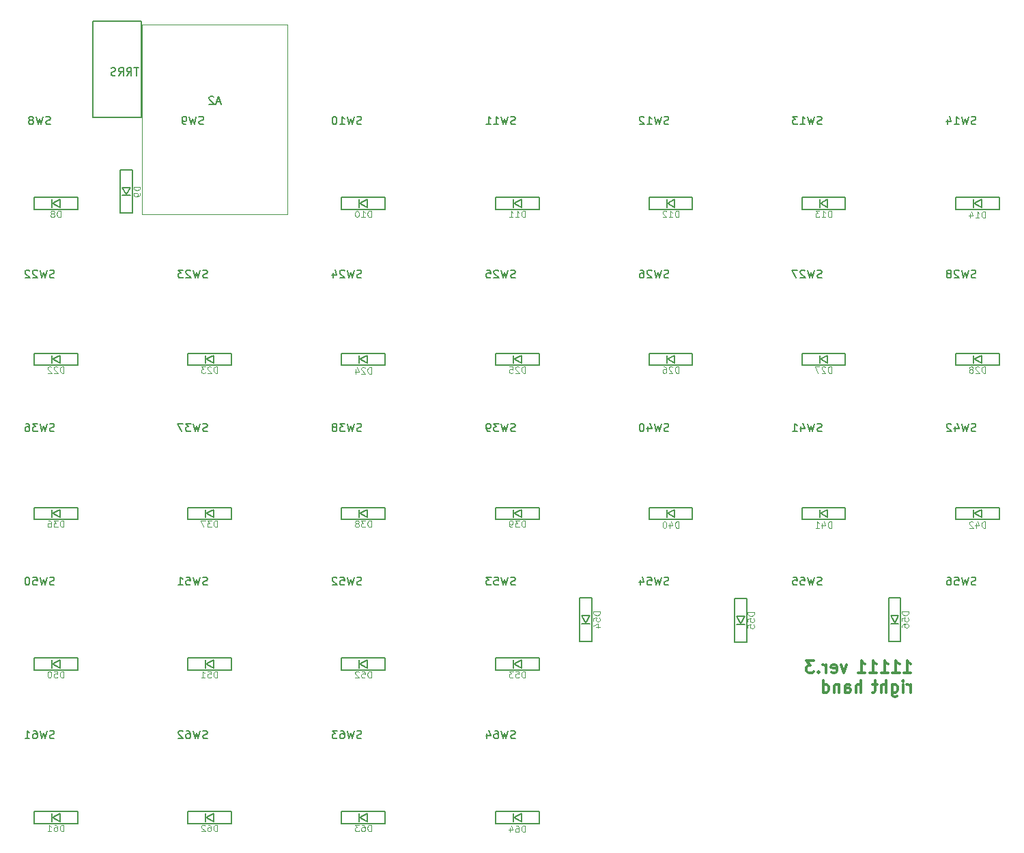
<source format=gbr>
%TF.GenerationSoftware,KiCad,Pcbnew,(7.0.0-0)*%
%TF.CreationDate,2023-04-02T12:17:20+09:00*%
%TF.ProjectId,11111_pcb,31313131-315f-4706-9362-2e6b69636164,rev?*%
%TF.SameCoordinates,Original*%
%TF.FileFunction,Legend,Bot*%
%TF.FilePolarity,Positive*%
%FSLAX46Y46*%
G04 Gerber Fmt 4.6, Leading zero omitted, Abs format (unit mm)*
G04 Created by KiCad (PCBNEW (7.0.0-0)) date 2023-04-02 12:17:20*
%MOMM*%
%LPD*%
G01*
G04 APERTURE LIST*
%ADD10C,0.300000*%
%ADD11C,0.125000*%
%ADD12C,0.150000*%
%ADD13C,0.120000*%
G04 APERTURE END LIST*
D10*
X303657142Y-101383571D02*
X304514285Y-101383571D01*
X304085714Y-101383571D02*
X304085714Y-99883571D01*
X304085714Y-99883571D02*
X304228571Y-100097857D01*
X304228571Y-100097857D02*
X304371428Y-100240714D01*
X304371428Y-100240714D02*
X304514285Y-100312142D01*
X302228571Y-101383571D02*
X303085714Y-101383571D01*
X302657143Y-101383571D02*
X302657143Y-99883571D01*
X302657143Y-99883571D02*
X302800000Y-100097857D01*
X302800000Y-100097857D02*
X302942857Y-100240714D01*
X302942857Y-100240714D02*
X303085714Y-100312142D01*
X300800000Y-101383571D02*
X301657143Y-101383571D01*
X301228572Y-101383571D02*
X301228572Y-99883571D01*
X301228572Y-99883571D02*
X301371429Y-100097857D01*
X301371429Y-100097857D02*
X301514286Y-100240714D01*
X301514286Y-100240714D02*
X301657143Y-100312142D01*
X299371429Y-101383571D02*
X300228572Y-101383571D01*
X299800001Y-101383571D02*
X299800001Y-99883571D01*
X299800001Y-99883571D02*
X299942858Y-100097857D01*
X299942858Y-100097857D02*
X300085715Y-100240714D01*
X300085715Y-100240714D02*
X300228572Y-100312142D01*
X297942858Y-101383571D02*
X298800001Y-101383571D01*
X298371430Y-101383571D02*
X298371430Y-99883571D01*
X298371430Y-99883571D02*
X298514287Y-100097857D01*
X298514287Y-100097857D02*
X298657144Y-100240714D01*
X298657144Y-100240714D02*
X298800001Y-100312142D01*
X296542859Y-100383571D02*
X296185716Y-101383571D01*
X296185716Y-101383571D02*
X295828573Y-100383571D01*
X294685716Y-101312142D02*
X294828573Y-101383571D01*
X294828573Y-101383571D02*
X295114288Y-101383571D01*
X295114288Y-101383571D02*
X295257145Y-101312142D01*
X295257145Y-101312142D02*
X295328573Y-101169285D01*
X295328573Y-101169285D02*
X295328573Y-100597857D01*
X295328573Y-100597857D02*
X295257145Y-100455000D01*
X295257145Y-100455000D02*
X295114288Y-100383571D01*
X295114288Y-100383571D02*
X294828573Y-100383571D01*
X294828573Y-100383571D02*
X294685716Y-100455000D01*
X294685716Y-100455000D02*
X294614288Y-100597857D01*
X294614288Y-100597857D02*
X294614288Y-100740714D01*
X294614288Y-100740714D02*
X295328573Y-100883571D01*
X293971431Y-101383571D02*
X293971431Y-100383571D01*
X293971431Y-100669285D02*
X293900002Y-100526428D01*
X293900002Y-100526428D02*
X293828574Y-100455000D01*
X293828574Y-100455000D02*
X293685716Y-100383571D01*
X293685716Y-100383571D02*
X293542859Y-100383571D01*
X293042860Y-101240714D02*
X292971431Y-101312142D01*
X292971431Y-101312142D02*
X293042860Y-101383571D01*
X293042860Y-101383571D02*
X293114288Y-101312142D01*
X293114288Y-101312142D02*
X293042860Y-101240714D01*
X293042860Y-101240714D02*
X293042860Y-101383571D01*
X292471431Y-99883571D02*
X291542859Y-99883571D01*
X291542859Y-99883571D02*
X292042859Y-100455000D01*
X292042859Y-100455000D02*
X291828574Y-100455000D01*
X291828574Y-100455000D02*
X291685717Y-100526428D01*
X291685717Y-100526428D02*
X291614288Y-100597857D01*
X291614288Y-100597857D02*
X291542859Y-100740714D01*
X291542859Y-100740714D02*
X291542859Y-101097857D01*
X291542859Y-101097857D02*
X291614288Y-101240714D01*
X291614288Y-101240714D02*
X291685717Y-101312142D01*
X291685717Y-101312142D02*
X291828574Y-101383571D01*
X291828574Y-101383571D02*
X292257145Y-101383571D01*
X292257145Y-101383571D02*
X292400002Y-101312142D01*
X292400002Y-101312142D02*
X292471431Y-101240714D01*
X304442857Y-103813571D02*
X304442857Y-102813571D01*
X304442857Y-103099285D02*
X304371428Y-102956428D01*
X304371428Y-102956428D02*
X304300000Y-102885000D01*
X304300000Y-102885000D02*
X304157142Y-102813571D01*
X304157142Y-102813571D02*
X304014285Y-102813571D01*
X303514286Y-103813571D02*
X303514286Y-102813571D01*
X303514286Y-102313571D02*
X303585714Y-102385000D01*
X303585714Y-102385000D02*
X303514286Y-102456428D01*
X303514286Y-102456428D02*
X303442857Y-102385000D01*
X303442857Y-102385000D02*
X303514286Y-102313571D01*
X303514286Y-102313571D02*
X303514286Y-102456428D01*
X302157143Y-102813571D02*
X302157143Y-104027857D01*
X302157143Y-104027857D02*
X302228571Y-104170714D01*
X302228571Y-104170714D02*
X302300000Y-104242142D01*
X302300000Y-104242142D02*
X302442857Y-104313571D01*
X302442857Y-104313571D02*
X302657143Y-104313571D01*
X302657143Y-104313571D02*
X302800000Y-104242142D01*
X302157143Y-103742142D02*
X302300000Y-103813571D01*
X302300000Y-103813571D02*
X302585714Y-103813571D01*
X302585714Y-103813571D02*
X302728571Y-103742142D01*
X302728571Y-103742142D02*
X302800000Y-103670714D01*
X302800000Y-103670714D02*
X302871428Y-103527857D01*
X302871428Y-103527857D02*
X302871428Y-103099285D01*
X302871428Y-103099285D02*
X302800000Y-102956428D01*
X302800000Y-102956428D02*
X302728571Y-102885000D01*
X302728571Y-102885000D02*
X302585714Y-102813571D01*
X302585714Y-102813571D02*
X302300000Y-102813571D01*
X302300000Y-102813571D02*
X302157143Y-102885000D01*
X301442857Y-103813571D02*
X301442857Y-102313571D01*
X300800000Y-103813571D02*
X300800000Y-103027857D01*
X300800000Y-103027857D02*
X300871428Y-102885000D01*
X300871428Y-102885000D02*
X301014285Y-102813571D01*
X301014285Y-102813571D02*
X301228571Y-102813571D01*
X301228571Y-102813571D02*
X301371428Y-102885000D01*
X301371428Y-102885000D02*
X301442857Y-102956428D01*
X300299999Y-102813571D02*
X299728571Y-102813571D01*
X300085714Y-102313571D02*
X300085714Y-103599285D01*
X300085714Y-103599285D02*
X300014285Y-103742142D01*
X300014285Y-103742142D02*
X299871428Y-103813571D01*
X299871428Y-103813571D02*
X299728571Y-103813571D01*
X298328571Y-103813571D02*
X298328571Y-102313571D01*
X297685714Y-103813571D02*
X297685714Y-103027857D01*
X297685714Y-103027857D02*
X297757142Y-102885000D01*
X297757142Y-102885000D02*
X297899999Y-102813571D01*
X297899999Y-102813571D02*
X298114285Y-102813571D01*
X298114285Y-102813571D02*
X298257142Y-102885000D01*
X298257142Y-102885000D02*
X298328571Y-102956428D01*
X296328571Y-103813571D02*
X296328571Y-103027857D01*
X296328571Y-103027857D02*
X296399999Y-102885000D01*
X296399999Y-102885000D02*
X296542856Y-102813571D01*
X296542856Y-102813571D02*
X296828571Y-102813571D01*
X296828571Y-102813571D02*
X296971428Y-102885000D01*
X296328571Y-103742142D02*
X296471428Y-103813571D01*
X296471428Y-103813571D02*
X296828571Y-103813571D01*
X296828571Y-103813571D02*
X296971428Y-103742142D01*
X296971428Y-103742142D02*
X297042856Y-103599285D01*
X297042856Y-103599285D02*
X297042856Y-103456428D01*
X297042856Y-103456428D02*
X296971428Y-103313571D01*
X296971428Y-103313571D02*
X296828571Y-103242142D01*
X296828571Y-103242142D02*
X296471428Y-103242142D01*
X296471428Y-103242142D02*
X296328571Y-103170714D01*
X295614285Y-102813571D02*
X295614285Y-103813571D01*
X295614285Y-102956428D02*
X295542856Y-102885000D01*
X295542856Y-102885000D02*
X295399999Y-102813571D01*
X295399999Y-102813571D02*
X295185713Y-102813571D01*
X295185713Y-102813571D02*
X295042856Y-102885000D01*
X295042856Y-102885000D02*
X294971428Y-103027857D01*
X294971428Y-103027857D02*
X294971428Y-103813571D01*
X293614285Y-103813571D02*
X293614285Y-102313571D01*
X293614285Y-103742142D02*
X293757142Y-103813571D01*
X293757142Y-103813571D02*
X294042856Y-103813571D01*
X294042856Y-103813571D02*
X294185713Y-103742142D01*
X294185713Y-103742142D02*
X294257142Y-103670714D01*
X294257142Y-103670714D02*
X294328570Y-103527857D01*
X294328570Y-103527857D02*
X294328570Y-103099285D01*
X294328570Y-103099285D02*
X294257142Y-102956428D01*
X294257142Y-102956428D02*
X294185713Y-102885000D01*
X294185713Y-102885000D02*
X294042856Y-102813571D01*
X294042856Y-102813571D02*
X293757142Y-102813571D01*
X293757142Y-102813571D02*
X293614285Y-102885000D01*
D11*
%TO.C,D27*%
X294652415Y-64175904D02*
X294652415Y-63375904D01*
X294652415Y-63375904D02*
X294461939Y-63375904D01*
X294461939Y-63375904D02*
X294347653Y-63414000D01*
X294347653Y-63414000D02*
X294271463Y-63490190D01*
X294271463Y-63490190D02*
X294233368Y-63566380D01*
X294233368Y-63566380D02*
X294195272Y-63718761D01*
X294195272Y-63718761D02*
X294195272Y-63833047D01*
X294195272Y-63833047D02*
X294233368Y-63985428D01*
X294233368Y-63985428D02*
X294271463Y-64061619D01*
X294271463Y-64061619D02*
X294347653Y-64137809D01*
X294347653Y-64137809D02*
X294461939Y-64175904D01*
X294461939Y-64175904D02*
X294652415Y-64175904D01*
X293890511Y-63452095D02*
X293852415Y-63414000D01*
X293852415Y-63414000D02*
X293776225Y-63375904D01*
X293776225Y-63375904D02*
X293585749Y-63375904D01*
X293585749Y-63375904D02*
X293509558Y-63414000D01*
X293509558Y-63414000D02*
X293471463Y-63452095D01*
X293471463Y-63452095D02*
X293433368Y-63528285D01*
X293433368Y-63528285D02*
X293433368Y-63604476D01*
X293433368Y-63604476D02*
X293471463Y-63718761D01*
X293471463Y-63718761D02*
X293928606Y-64175904D01*
X293928606Y-64175904D02*
X293433368Y-64175904D01*
X293166701Y-63375904D02*
X292633367Y-63375904D01*
X292633367Y-63375904D02*
X292976225Y-64175904D01*
D12*
%TO.C,SW13*%
X293455510Y-33301761D02*
X293312653Y-33349380D01*
X293312653Y-33349380D02*
X293074558Y-33349380D01*
X293074558Y-33349380D02*
X292979320Y-33301761D01*
X292979320Y-33301761D02*
X292931701Y-33254142D01*
X292931701Y-33254142D02*
X292884082Y-33158904D01*
X292884082Y-33158904D02*
X292884082Y-33063666D01*
X292884082Y-33063666D02*
X292931701Y-32968428D01*
X292931701Y-32968428D02*
X292979320Y-32920809D01*
X292979320Y-32920809D02*
X293074558Y-32873190D01*
X293074558Y-32873190D02*
X293265034Y-32825571D01*
X293265034Y-32825571D02*
X293360272Y-32777952D01*
X293360272Y-32777952D02*
X293407891Y-32730333D01*
X293407891Y-32730333D02*
X293455510Y-32635095D01*
X293455510Y-32635095D02*
X293455510Y-32539857D01*
X293455510Y-32539857D02*
X293407891Y-32444619D01*
X293407891Y-32444619D02*
X293360272Y-32397000D01*
X293360272Y-32397000D02*
X293265034Y-32349380D01*
X293265034Y-32349380D02*
X293026939Y-32349380D01*
X293026939Y-32349380D02*
X292884082Y-32397000D01*
X292550748Y-32349380D02*
X292312653Y-33349380D01*
X292312653Y-33349380D02*
X292122177Y-32635095D01*
X292122177Y-32635095D02*
X291931701Y-33349380D01*
X291931701Y-33349380D02*
X291693606Y-32349380D01*
X290788844Y-33349380D02*
X291360272Y-33349380D01*
X291074558Y-33349380D02*
X291074558Y-32349380D01*
X291074558Y-32349380D02*
X291169796Y-32492238D01*
X291169796Y-32492238D02*
X291265034Y-32587476D01*
X291265034Y-32587476D02*
X291360272Y-32635095D01*
X290455510Y-32349380D02*
X289836463Y-32349380D01*
X289836463Y-32349380D02*
X290169796Y-32730333D01*
X290169796Y-32730333D02*
X290026939Y-32730333D01*
X290026939Y-32730333D02*
X289931701Y-32777952D01*
X289931701Y-32777952D02*
X289884082Y-32825571D01*
X289884082Y-32825571D02*
X289836463Y-32920809D01*
X289836463Y-32920809D02*
X289836463Y-33158904D01*
X289836463Y-33158904D02*
X289884082Y-33254142D01*
X289884082Y-33254142D02*
X289931701Y-33301761D01*
X289931701Y-33301761D02*
X290026939Y-33349380D01*
X290026939Y-33349380D02*
X290312653Y-33349380D01*
X290312653Y-33349380D02*
X290407891Y-33301761D01*
X290407891Y-33301761D02*
X290455510Y-33254142D01*
D11*
%TO.C,D39*%
X256672415Y-83305904D02*
X256672415Y-82505904D01*
X256672415Y-82505904D02*
X256481939Y-82505904D01*
X256481939Y-82505904D02*
X256367653Y-82544000D01*
X256367653Y-82544000D02*
X256291463Y-82620190D01*
X256291463Y-82620190D02*
X256253368Y-82696380D01*
X256253368Y-82696380D02*
X256215272Y-82848761D01*
X256215272Y-82848761D02*
X256215272Y-82963047D01*
X256215272Y-82963047D02*
X256253368Y-83115428D01*
X256253368Y-83115428D02*
X256291463Y-83191619D01*
X256291463Y-83191619D02*
X256367653Y-83267809D01*
X256367653Y-83267809D02*
X256481939Y-83305904D01*
X256481939Y-83305904D02*
X256672415Y-83305904D01*
X255948606Y-82505904D02*
X255453368Y-82505904D01*
X255453368Y-82505904D02*
X255720034Y-82810666D01*
X255720034Y-82810666D02*
X255605749Y-82810666D01*
X255605749Y-82810666D02*
X255529558Y-82848761D01*
X255529558Y-82848761D02*
X255491463Y-82886857D01*
X255491463Y-82886857D02*
X255453368Y-82963047D01*
X255453368Y-82963047D02*
X255453368Y-83153523D01*
X255453368Y-83153523D02*
X255491463Y-83229714D01*
X255491463Y-83229714D02*
X255529558Y-83267809D01*
X255529558Y-83267809D02*
X255605749Y-83305904D01*
X255605749Y-83305904D02*
X255834320Y-83305904D01*
X255834320Y-83305904D02*
X255910511Y-83267809D01*
X255910511Y-83267809D02*
X255948606Y-83229714D01*
X255072415Y-83305904D02*
X254920034Y-83305904D01*
X254920034Y-83305904D02*
X254843844Y-83267809D01*
X254843844Y-83267809D02*
X254805748Y-83229714D01*
X254805748Y-83229714D02*
X254729558Y-83115428D01*
X254729558Y-83115428D02*
X254691463Y-82963047D01*
X254691463Y-82963047D02*
X254691463Y-82658285D01*
X254691463Y-82658285D02*
X254729558Y-82582095D01*
X254729558Y-82582095D02*
X254767653Y-82544000D01*
X254767653Y-82544000D02*
X254843844Y-82505904D01*
X254843844Y-82505904D02*
X254996225Y-82505904D01*
X254996225Y-82505904D02*
X255072415Y-82544000D01*
X255072415Y-82544000D02*
X255110510Y-82582095D01*
X255110510Y-82582095D02*
X255148606Y-82658285D01*
X255148606Y-82658285D02*
X255148606Y-82848761D01*
X255148606Y-82848761D02*
X255110510Y-82924952D01*
X255110510Y-82924952D02*
X255072415Y-82963047D01*
X255072415Y-82963047D02*
X254996225Y-83001142D01*
X254996225Y-83001142D02*
X254843844Y-83001142D01*
X254843844Y-83001142D02*
X254767653Y-82963047D01*
X254767653Y-82963047D02*
X254729558Y-82924952D01*
X254729558Y-82924952D02*
X254691463Y-82848761D01*
%TO.C,D22*%
X199422415Y-64175904D02*
X199422415Y-63375904D01*
X199422415Y-63375904D02*
X199231939Y-63375904D01*
X199231939Y-63375904D02*
X199117653Y-63414000D01*
X199117653Y-63414000D02*
X199041463Y-63490190D01*
X199041463Y-63490190D02*
X199003368Y-63566380D01*
X199003368Y-63566380D02*
X198965272Y-63718761D01*
X198965272Y-63718761D02*
X198965272Y-63833047D01*
X198965272Y-63833047D02*
X199003368Y-63985428D01*
X199003368Y-63985428D02*
X199041463Y-64061619D01*
X199041463Y-64061619D02*
X199117653Y-64137809D01*
X199117653Y-64137809D02*
X199231939Y-64175904D01*
X199231939Y-64175904D02*
X199422415Y-64175904D01*
X198660511Y-63452095D02*
X198622415Y-63414000D01*
X198622415Y-63414000D02*
X198546225Y-63375904D01*
X198546225Y-63375904D02*
X198355749Y-63375904D01*
X198355749Y-63375904D02*
X198279558Y-63414000D01*
X198279558Y-63414000D02*
X198241463Y-63452095D01*
X198241463Y-63452095D02*
X198203368Y-63528285D01*
X198203368Y-63528285D02*
X198203368Y-63604476D01*
X198203368Y-63604476D02*
X198241463Y-63718761D01*
X198241463Y-63718761D02*
X198698606Y-64175904D01*
X198698606Y-64175904D02*
X198203368Y-64175904D01*
X197898606Y-63452095D02*
X197860510Y-63414000D01*
X197860510Y-63414000D02*
X197784320Y-63375904D01*
X197784320Y-63375904D02*
X197593844Y-63375904D01*
X197593844Y-63375904D02*
X197517653Y-63414000D01*
X197517653Y-63414000D02*
X197479558Y-63452095D01*
X197479558Y-63452095D02*
X197441463Y-63528285D01*
X197441463Y-63528285D02*
X197441463Y-63604476D01*
X197441463Y-63604476D02*
X197479558Y-63718761D01*
X197479558Y-63718761D02*
X197936701Y-64175904D01*
X197936701Y-64175904D02*
X197441463Y-64175904D01*
%TO.C,D52*%
X237557415Y-101985904D02*
X237557415Y-101185904D01*
X237557415Y-101185904D02*
X237366939Y-101185904D01*
X237366939Y-101185904D02*
X237252653Y-101224000D01*
X237252653Y-101224000D02*
X237176463Y-101300190D01*
X237176463Y-101300190D02*
X237138368Y-101376380D01*
X237138368Y-101376380D02*
X237100272Y-101528761D01*
X237100272Y-101528761D02*
X237100272Y-101643047D01*
X237100272Y-101643047D02*
X237138368Y-101795428D01*
X237138368Y-101795428D02*
X237176463Y-101871619D01*
X237176463Y-101871619D02*
X237252653Y-101947809D01*
X237252653Y-101947809D02*
X237366939Y-101985904D01*
X237366939Y-101985904D02*
X237557415Y-101985904D01*
X236376463Y-101185904D02*
X236757415Y-101185904D01*
X236757415Y-101185904D02*
X236795511Y-101566857D01*
X236795511Y-101566857D02*
X236757415Y-101528761D01*
X236757415Y-101528761D02*
X236681225Y-101490666D01*
X236681225Y-101490666D02*
X236490749Y-101490666D01*
X236490749Y-101490666D02*
X236414558Y-101528761D01*
X236414558Y-101528761D02*
X236376463Y-101566857D01*
X236376463Y-101566857D02*
X236338368Y-101643047D01*
X236338368Y-101643047D02*
X236338368Y-101833523D01*
X236338368Y-101833523D02*
X236376463Y-101909714D01*
X236376463Y-101909714D02*
X236414558Y-101947809D01*
X236414558Y-101947809D02*
X236490749Y-101985904D01*
X236490749Y-101985904D02*
X236681225Y-101985904D01*
X236681225Y-101985904D02*
X236757415Y-101947809D01*
X236757415Y-101947809D02*
X236795511Y-101909714D01*
X236033606Y-101262095D02*
X235995510Y-101224000D01*
X235995510Y-101224000D02*
X235919320Y-101185904D01*
X235919320Y-101185904D02*
X235728844Y-101185904D01*
X235728844Y-101185904D02*
X235652653Y-101224000D01*
X235652653Y-101224000D02*
X235614558Y-101262095D01*
X235614558Y-101262095D02*
X235576463Y-101338285D01*
X235576463Y-101338285D02*
X235576463Y-101414476D01*
X235576463Y-101414476D02*
X235614558Y-101528761D01*
X235614558Y-101528761D02*
X236071701Y-101985904D01*
X236071701Y-101985904D02*
X235576463Y-101985904D01*
%TO.C,D28*%
X313737415Y-64175904D02*
X313737415Y-63375904D01*
X313737415Y-63375904D02*
X313546939Y-63375904D01*
X313546939Y-63375904D02*
X313432653Y-63414000D01*
X313432653Y-63414000D02*
X313356463Y-63490190D01*
X313356463Y-63490190D02*
X313318368Y-63566380D01*
X313318368Y-63566380D02*
X313280272Y-63718761D01*
X313280272Y-63718761D02*
X313280272Y-63833047D01*
X313280272Y-63833047D02*
X313318368Y-63985428D01*
X313318368Y-63985428D02*
X313356463Y-64061619D01*
X313356463Y-64061619D02*
X313432653Y-64137809D01*
X313432653Y-64137809D02*
X313546939Y-64175904D01*
X313546939Y-64175904D02*
X313737415Y-64175904D01*
X312975511Y-63452095D02*
X312937415Y-63414000D01*
X312937415Y-63414000D02*
X312861225Y-63375904D01*
X312861225Y-63375904D02*
X312670749Y-63375904D01*
X312670749Y-63375904D02*
X312594558Y-63414000D01*
X312594558Y-63414000D02*
X312556463Y-63452095D01*
X312556463Y-63452095D02*
X312518368Y-63528285D01*
X312518368Y-63528285D02*
X312518368Y-63604476D01*
X312518368Y-63604476D02*
X312556463Y-63718761D01*
X312556463Y-63718761D02*
X313013606Y-64175904D01*
X313013606Y-64175904D02*
X312518368Y-64175904D01*
X312061225Y-63718761D02*
X312137415Y-63680666D01*
X312137415Y-63680666D02*
X312175510Y-63642571D01*
X312175510Y-63642571D02*
X312213606Y-63566380D01*
X312213606Y-63566380D02*
X312213606Y-63528285D01*
X312213606Y-63528285D02*
X312175510Y-63452095D01*
X312175510Y-63452095D02*
X312137415Y-63414000D01*
X312137415Y-63414000D02*
X312061225Y-63375904D01*
X312061225Y-63375904D02*
X311908844Y-63375904D01*
X311908844Y-63375904D02*
X311832653Y-63414000D01*
X311832653Y-63414000D02*
X311794558Y-63452095D01*
X311794558Y-63452095D02*
X311756463Y-63528285D01*
X311756463Y-63528285D02*
X311756463Y-63566380D01*
X311756463Y-63566380D02*
X311794558Y-63642571D01*
X311794558Y-63642571D02*
X311832653Y-63680666D01*
X311832653Y-63680666D02*
X311908844Y-63718761D01*
X311908844Y-63718761D02*
X312061225Y-63718761D01*
X312061225Y-63718761D02*
X312137415Y-63756857D01*
X312137415Y-63756857D02*
X312175510Y-63794952D01*
X312175510Y-63794952D02*
X312213606Y-63871142D01*
X312213606Y-63871142D02*
X312213606Y-64023523D01*
X312213606Y-64023523D02*
X312175510Y-64099714D01*
X312175510Y-64099714D02*
X312137415Y-64137809D01*
X312137415Y-64137809D02*
X312061225Y-64175904D01*
X312061225Y-64175904D02*
X311908844Y-64175904D01*
X311908844Y-64175904D02*
X311832653Y-64137809D01*
X311832653Y-64137809D02*
X311794558Y-64099714D01*
X311794558Y-64099714D02*
X311756463Y-64023523D01*
X311756463Y-64023523D02*
X311756463Y-63871142D01*
X311756463Y-63871142D02*
X311794558Y-63794952D01*
X311794558Y-63794952D02*
X311832653Y-63756857D01*
X311832653Y-63756857D02*
X311908844Y-63718761D01*
D12*
%TO.C,SW8*%
X197779319Y-33301761D02*
X197636462Y-33349380D01*
X197636462Y-33349380D02*
X197398367Y-33349380D01*
X197398367Y-33349380D02*
X197303129Y-33301761D01*
X197303129Y-33301761D02*
X197255510Y-33254142D01*
X197255510Y-33254142D02*
X197207891Y-33158904D01*
X197207891Y-33158904D02*
X197207891Y-33063666D01*
X197207891Y-33063666D02*
X197255510Y-32968428D01*
X197255510Y-32968428D02*
X197303129Y-32920809D01*
X197303129Y-32920809D02*
X197398367Y-32873190D01*
X197398367Y-32873190D02*
X197588843Y-32825571D01*
X197588843Y-32825571D02*
X197684081Y-32777952D01*
X197684081Y-32777952D02*
X197731700Y-32730333D01*
X197731700Y-32730333D02*
X197779319Y-32635095D01*
X197779319Y-32635095D02*
X197779319Y-32539857D01*
X197779319Y-32539857D02*
X197731700Y-32444619D01*
X197731700Y-32444619D02*
X197684081Y-32397000D01*
X197684081Y-32397000D02*
X197588843Y-32349380D01*
X197588843Y-32349380D02*
X197350748Y-32349380D01*
X197350748Y-32349380D02*
X197207891Y-32397000D01*
X196874557Y-32349380D02*
X196636462Y-33349380D01*
X196636462Y-33349380D02*
X196445986Y-32635095D01*
X196445986Y-32635095D02*
X196255510Y-33349380D01*
X196255510Y-33349380D02*
X196017415Y-32349380D01*
X195493605Y-32777952D02*
X195588843Y-32730333D01*
X195588843Y-32730333D02*
X195636462Y-32682714D01*
X195636462Y-32682714D02*
X195684081Y-32587476D01*
X195684081Y-32587476D02*
X195684081Y-32539857D01*
X195684081Y-32539857D02*
X195636462Y-32444619D01*
X195636462Y-32444619D02*
X195588843Y-32397000D01*
X195588843Y-32397000D02*
X195493605Y-32349380D01*
X195493605Y-32349380D02*
X195303129Y-32349380D01*
X195303129Y-32349380D02*
X195207891Y-32397000D01*
X195207891Y-32397000D02*
X195160272Y-32444619D01*
X195160272Y-32444619D02*
X195112653Y-32539857D01*
X195112653Y-32539857D02*
X195112653Y-32587476D01*
X195112653Y-32587476D02*
X195160272Y-32682714D01*
X195160272Y-32682714D02*
X195207891Y-32730333D01*
X195207891Y-32730333D02*
X195303129Y-32777952D01*
X195303129Y-32777952D02*
X195493605Y-32777952D01*
X195493605Y-32777952D02*
X195588843Y-32825571D01*
X195588843Y-32825571D02*
X195636462Y-32873190D01*
X195636462Y-32873190D02*
X195684081Y-32968428D01*
X195684081Y-32968428D02*
X195684081Y-33158904D01*
X195684081Y-33158904D02*
X195636462Y-33254142D01*
X195636462Y-33254142D02*
X195588843Y-33301761D01*
X195588843Y-33301761D02*
X195493605Y-33349380D01*
X195493605Y-33349380D02*
X195303129Y-33349380D01*
X195303129Y-33349380D02*
X195207891Y-33301761D01*
X195207891Y-33301761D02*
X195160272Y-33254142D01*
X195160272Y-33254142D02*
X195112653Y-33158904D01*
X195112653Y-33158904D02*
X195112653Y-32968428D01*
X195112653Y-32968428D02*
X195160272Y-32873190D01*
X195160272Y-32873190D02*
X195207891Y-32825571D01*
X195207891Y-32825571D02*
X195303129Y-32777952D01*
D11*
%TO.C,D42*%
X313737415Y-83405904D02*
X313737415Y-82605904D01*
X313737415Y-82605904D02*
X313546939Y-82605904D01*
X313546939Y-82605904D02*
X313432653Y-82644000D01*
X313432653Y-82644000D02*
X313356463Y-82720190D01*
X313356463Y-82720190D02*
X313318368Y-82796380D01*
X313318368Y-82796380D02*
X313280272Y-82948761D01*
X313280272Y-82948761D02*
X313280272Y-83063047D01*
X313280272Y-83063047D02*
X313318368Y-83215428D01*
X313318368Y-83215428D02*
X313356463Y-83291619D01*
X313356463Y-83291619D02*
X313432653Y-83367809D01*
X313432653Y-83367809D02*
X313546939Y-83405904D01*
X313546939Y-83405904D02*
X313737415Y-83405904D01*
X312594558Y-82872571D02*
X312594558Y-83405904D01*
X312785034Y-82567809D02*
X312975511Y-83139238D01*
X312975511Y-83139238D02*
X312480272Y-83139238D01*
X312213606Y-82682095D02*
X312175510Y-82644000D01*
X312175510Y-82644000D02*
X312099320Y-82605904D01*
X312099320Y-82605904D02*
X311908844Y-82605904D01*
X311908844Y-82605904D02*
X311832653Y-82644000D01*
X311832653Y-82644000D02*
X311794558Y-82682095D01*
X311794558Y-82682095D02*
X311756463Y-82758285D01*
X311756463Y-82758285D02*
X311756463Y-82834476D01*
X311756463Y-82834476D02*
X311794558Y-82948761D01*
X311794558Y-82948761D02*
X312251701Y-83405904D01*
X312251701Y-83405904D02*
X311756463Y-83405904D01*
%TO.C,D26*%
X275697415Y-64175904D02*
X275697415Y-63375904D01*
X275697415Y-63375904D02*
X275506939Y-63375904D01*
X275506939Y-63375904D02*
X275392653Y-63414000D01*
X275392653Y-63414000D02*
X275316463Y-63490190D01*
X275316463Y-63490190D02*
X275278368Y-63566380D01*
X275278368Y-63566380D02*
X275240272Y-63718761D01*
X275240272Y-63718761D02*
X275240272Y-63833047D01*
X275240272Y-63833047D02*
X275278368Y-63985428D01*
X275278368Y-63985428D02*
X275316463Y-64061619D01*
X275316463Y-64061619D02*
X275392653Y-64137809D01*
X275392653Y-64137809D02*
X275506939Y-64175904D01*
X275506939Y-64175904D02*
X275697415Y-64175904D01*
X274935511Y-63452095D02*
X274897415Y-63414000D01*
X274897415Y-63414000D02*
X274821225Y-63375904D01*
X274821225Y-63375904D02*
X274630749Y-63375904D01*
X274630749Y-63375904D02*
X274554558Y-63414000D01*
X274554558Y-63414000D02*
X274516463Y-63452095D01*
X274516463Y-63452095D02*
X274478368Y-63528285D01*
X274478368Y-63528285D02*
X274478368Y-63604476D01*
X274478368Y-63604476D02*
X274516463Y-63718761D01*
X274516463Y-63718761D02*
X274973606Y-64175904D01*
X274973606Y-64175904D02*
X274478368Y-64175904D01*
X273792653Y-63375904D02*
X273945034Y-63375904D01*
X273945034Y-63375904D02*
X274021225Y-63414000D01*
X274021225Y-63414000D02*
X274059320Y-63452095D01*
X274059320Y-63452095D02*
X274135510Y-63566380D01*
X274135510Y-63566380D02*
X274173606Y-63718761D01*
X274173606Y-63718761D02*
X274173606Y-64023523D01*
X274173606Y-64023523D02*
X274135510Y-64099714D01*
X274135510Y-64099714D02*
X274097415Y-64137809D01*
X274097415Y-64137809D02*
X274021225Y-64175904D01*
X274021225Y-64175904D02*
X273868844Y-64175904D01*
X273868844Y-64175904D02*
X273792653Y-64137809D01*
X273792653Y-64137809D02*
X273754558Y-64099714D01*
X273754558Y-64099714D02*
X273716463Y-64023523D01*
X273716463Y-64023523D02*
X273716463Y-63833047D01*
X273716463Y-63833047D02*
X273754558Y-63756857D01*
X273754558Y-63756857D02*
X273792653Y-63718761D01*
X273792653Y-63718761D02*
X273868844Y-63680666D01*
X273868844Y-63680666D02*
X274021225Y-63680666D01*
X274021225Y-63680666D02*
X274097415Y-63718761D01*
X274097415Y-63718761D02*
X274135510Y-63756857D01*
X274135510Y-63756857D02*
X274173606Y-63833047D01*
%TO.C,D14*%
X313737415Y-44955904D02*
X313737415Y-44155904D01*
X313737415Y-44155904D02*
X313546939Y-44155904D01*
X313546939Y-44155904D02*
X313432653Y-44194000D01*
X313432653Y-44194000D02*
X313356463Y-44270190D01*
X313356463Y-44270190D02*
X313318368Y-44346380D01*
X313318368Y-44346380D02*
X313280272Y-44498761D01*
X313280272Y-44498761D02*
X313280272Y-44613047D01*
X313280272Y-44613047D02*
X313318368Y-44765428D01*
X313318368Y-44765428D02*
X313356463Y-44841619D01*
X313356463Y-44841619D02*
X313432653Y-44917809D01*
X313432653Y-44917809D02*
X313546939Y-44955904D01*
X313546939Y-44955904D02*
X313737415Y-44955904D01*
X312518368Y-44955904D02*
X312975511Y-44955904D01*
X312746939Y-44955904D02*
X312746939Y-44155904D01*
X312746939Y-44155904D02*
X312823130Y-44270190D01*
X312823130Y-44270190D02*
X312899320Y-44346380D01*
X312899320Y-44346380D02*
X312975511Y-44384476D01*
X311832653Y-44422571D02*
X311832653Y-44955904D01*
X312023129Y-44117809D02*
X312213606Y-44689238D01*
X312213606Y-44689238D02*
X311718367Y-44689238D01*
D12*
%TO.C,SW54*%
X274455510Y-90451761D02*
X274312653Y-90499380D01*
X274312653Y-90499380D02*
X274074558Y-90499380D01*
X274074558Y-90499380D02*
X273979320Y-90451761D01*
X273979320Y-90451761D02*
X273931701Y-90404142D01*
X273931701Y-90404142D02*
X273884082Y-90308904D01*
X273884082Y-90308904D02*
X273884082Y-90213666D01*
X273884082Y-90213666D02*
X273931701Y-90118428D01*
X273931701Y-90118428D02*
X273979320Y-90070809D01*
X273979320Y-90070809D02*
X274074558Y-90023190D01*
X274074558Y-90023190D02*
X274265034Y-89975571D01*
X274265034Y-89975571D02*
X274360272Y-89927952D01*
X274360272Y-89927952D02*
X274407891Y-89880333D01*
X274407891Y-89880333D02*
X274455510Y-89785095D01*
X274455510Y-89785095D02*
X274455510Y-89689857D01*
X274455510Y-89689857D02*
X274407891Y-89594619D01*
X274407891Y-89594619D02*
X274360272Y-89547000D01*
X274360272Y-89547000D02*
X274265034Y-89499380D01*
X274265034Y-89499380D02*
X274026939Y-89499380D01*
X274026939Y-89499380D02*
X273884082Y-89547000D01*
X273550748Y-89499380D02*
X273312653Y-90499380D01*
X273312653Y-90499380D02*
X273122177Y-89785095D01*
X273122177Y-89785095D02*
X272931701Y-90499380D01*
X272931701Y-90499380D02*
X272693606Y-89499380D01*
X271836463Y-89499380D02*
X272312653Y-89499380D01*
X272312653Y-89499380D02*
X272360272Y-89975571D01*
X272360272Y-89975571D02*
X272312653Y-89927952D01*
X272312653Y-89927952D02*
X272217415Y-89880333D01*
X272217415Y-89880333D02*
X271979320Y-89880333D01*
X271979320Y-89880333D02*
X271884082Y-89927952D01*
X271884082Y-89927952D02*
X271836463Y-89975571D01*
X271836463Y-89975571D02*
X271788844Y-90070809D01*
X271788844Y-90070809D02*
X271788844Y-90308904D01*
X271788844Y-90308904D02*
X271836463Y-90404142D01*
X271836463Y-90404142D02*
X271884082Y-90451761D01*
X271884082Y-90451761D02*
X271979320Y-90499380D01*
X271979320Y-90499380D02*
X272217415Y-90499380D01*
X272217415Y-90499380D02*
X272312653Y-90451761D01*
X272312653Y-90451761D02*
X272360272Y-90404142D01*
X270931701Y-89832714D02*
X270931701Y-90499380D01*
X271169796Y-89451761D02*
X271407891Y-90166047D01*
X271407891Y-90166047D02*
X270788844Y-90166047D01*
%TO.C,SW61*%
X198255510Y-109501761D02*
X198112653Y-109549380D01*
X198112653Y-109549380D02*
X197874558Y-109549380D01*
X197874558Y-109549380D02*
X197779320Y-109501761D01*
X197779320Y-109501761D02*
X197731701Y-109454142D01*
X197731701Y-109454142D02*
X197684082Y-109358904D01*
X197684082Y-109358904D02*
X197684082Y-109263666D01*
X197684082Y-109263666D02*
X197731701Y-109168428D01*
X197731701Y-109168428D02*
X197779320Y-109120809D01*
X197779320Y-109120809D02*
X197874558Y-109073190D01*
X197874558Y-109073190D02*
X198065034Y-109025571D01*
X198065034Y-109025571D02*
X198160272Y-108977952D01*
X198160272Y-108977952D02*
X198207891Y-108930333D01*
X198207891Y-108930333D02*
X198255510Y-108835095D01*
X198255510Y-108835095D02*
X198255510Y-108739857D01*
X198255510Y-108739857D02*
X198207891Y-108644619D01*
X198207891Y-108644619D02*
X198160272Y-108597000D01*
X198160272Y-108597000D02*
X198065034Y-108549380D01*
X198065034Y-108549380D02*
X197826939Y-108549380D01*
X197826939Y-108549380D02*
X197684082Y-108597000D01*
X197350748Y-108549380D02*
X197112653Y-109549380D01*
X197112653Y-109549380D02*
X196922177Y-108835095D01*
X196922177Y-108835095D02*
X196731701Y-109549380D01*
X196731701Y-109549380D02*
X196493606Y-108549380D01*
X195684082Y-108549380D02*
X195874558Y-108549380D01*
X195874558Y-108549380D02*
X195969796Y-108597000D01*
X195969796Y-108597000D02*
X196017415Y-108644619D01*
X196017415Y-108644619D02*
X196112653Y-108787476D01*
X196112653Y-108787476D02*
X196160272Y-108977952D01*
X196160272Y-108977952D02*
X196160272Y-109358904D01*
X196160272Y-109358904D02*
X196112653Y-109454142D01*
X196112653Y-109454142D02*
X196065034Y-109501761D01*
X196065034Y-109501761D02*
X195969796Y-109549380D01*
X195969796Y-109549380D02*
X195779320Y-109549380D01*
X195779320Y-109549380D02*
X195684082Y-109501761D01*
X195684082Y-109501761D02*
X195636463Y-109454142D01*
X195636463Y-109454142D02*
X195588844Y-109358904D01*
X195588844Y-109358904D02*
X195588844Y-109120809D01*
X195588844Y-109120809D02*
X195636463Y-109025571D01*
X195636463Y-109025571D02*
X195684082Y-108977952D01*
X195684082Y-108977952D02*
X195779320Y-108930333D01*
X195779320Y-108930333D02*
X195969796Y-108930333D01*
X195969796Y-108930333D02*
X196065034Y-108977952D01*
X196065034Y-108977952D02*
X196112653Y-109025571D01*
X196112653Y-109025571D02*
X196160272Y-109120809D01*
X194636463Y-109549380D02*
X195207891Y-109549380D01*
X194922177Y-109549380D02*
X194922177Y-108549380D01*
X194922177Y-108549380D02*
X195017415Y-108692238D01*
X195017415Y-108692238D02*
X195112653Y-108787476D01*
X195112653Y-108787476D02*
X195207891Y-108835095D01*
%TO.C,SW26*%
X274455510Y-52351761D02*
X274312653Y-52399380D01*
X274312653Y-52399380D02*
X274074558Y-52399380D01*
X274074558Y-52399380D02*
X273979320Y-52351761D01*
X273979320Y-52351761D02*
X273931701Y-52304142D01*
X273931701Y-52304142D02*
X273884082Y-52208904D01*
X273884082Y-52208904D02*
X273884082Y-52113666D01*
X273884082Y-52113666D02*
X273931701Y-52018428D01*
X273931701Y-52018428D02*
X273979320Y-51970809D01*
X273979320Y-51970809D02*
X274074558Y-51923190D01*
X274074558Y-51923190D02*
X274265034Y-51875571D01*
X274265034Y-51875571D02*
X274360272Y-51827952D01*
X274360272Y-51827952D02*
X274407891Y-51780333D01*
X274407891Y-51780333D02*
X274455510Y-51685095D01*
X274455510Y-51685095D02*
X274455510Y-51589857D01*
X274455510Y-51589857D02*
X274407891Y-51494619D01*
X274407891Y-51494619D02*
X274360272Y-51447000D01*
X274360272Y-51447000D02*
X274265034Y-51399380D01*
X274265034Y-51399380D02*
X274026939Y-51399380D01*
X274026939Y-51399380D02*
X273884082Y-51447000D01*
X273550748Y-51399380D02*
X273312653Y-52399380D01*
X273312653Y-52399380D02*
X273122177Y-51685095D01*
X273122177Y-51685095D02*
X272931701Y-52399380D01*
X272931701Y-52399380D02*
X272693606Y-51399380D01*
X272360272Y-51494619D02*
X272312653Y-51447000D01*
X272312653Y-51447000D02*
X272217415Y-51399380D01*
X272217415Y-51399380D02*
X271979320Y-51399380D01*
X271979320Y-51399380D02*
X271884082Y-51447000D01*
X271884082Y-51447000D02*
X271836463Y-51494619D01*
X271836463Y-51494619D02*
X271788844Y-51589857D01*
X271788844Y-51589857D02*
X271788844Y-51685095D01*
X271788844Y-51685095D02*
X271836463Y-51827952D01*
X271836463Y-51827952D02*
X272407891Y-52399380D01*
X272407891Y-52399380D02*
X271788844Y-52399380D01*
X270931701Y-51399380D02*
X271122177Y-51399380D01*
X271122177Y-51399380D02*
X271217415Y-51447000D01*
X271217415Y-51447000D02*
X271265034Y-51494619D01*
X271265034Y-51494619D02*
X271360272Y-51637476D01*
X271360272Y-51637476D02*
X271407891Y-51827952D01*
X271407891Y-51827952D02*
X271407891Y-52208904D01*
X271407891Y-52208904D02*
X271360272Y-52304142D01*
X271360272Y-52304142D02*
X271312653Y-52351761D01*
X271312653Y-52351761D02*
X271217415Y-52399380D01*
X271217415Y-52399380D02*
X271026939Y-52399380D01*
X271026939Y-52399380D02*
X270931701Y-52351761D01*
X270931701Y-52351761D02*
X270884082Y-52304142D01*
X270884082Y-52304142D02*
X270836463Y-52208904D01*
X270836463Y-52208904D02*
X270836463Y-51970809D01*
X270836463Y-51970809D02*
X270884082Y-51875571D01*
X270884082Y-51875571D02*
X270931701Y-51827952D01*
X270931701Y-51827952D02*
X271026939Y-51780333D01*
X271026939Y-51780333D02*
X271217415Y-51780333D01*
X271217415Y-51780333D02*
X271312653Y-51827952D01*
X271312653Y-51827952D02*
X271360272Y-51875571D01*
X271360272Y-51875571D02*
X271407891Y-51970809D01*
%TO.C,SW22*%
X198255510Y-52351761D02*
X198112653Y-52399380D01*
X198112653Y-52399380D02*
X197874558Y-52399380D01*
X197874558Y-52399380D02*
X197779320Y-52351761D01*
X197779320Y-52351761D02*
X197731701Y-52304142D01*
X197731701Y-52304142D02*
X197684082Y-52208904D01*
X197684082Y-52208904D02*
X197684082Y-52113666D01*
X197684082Y-52113666D02*
X197731701Y-52018428D01*
X197731701Y-52018428D02*
X197779320Y-51970809D01*
X197779320Y-51970809D02*
X197874558Y-51923190D01*
X197874558Y-51923190D02*
X198065034Y-51875571D01*
X198065034Y-51875571D02*
X198160272Y-51827952D01*
X198160272Y-51827952D02*
X198207891Y-51780333D01*
X198207891Y-51780333D02*
X198255510Y-51685095D01*
X198255510Y-51685095D02*
X198255510Y-51589857D01*
X198255510Y-51589857D02*
X198207891Y-51494619D01*
X198207891Y-51494619D02*
X198160272Y-51447000D01*
X198160272Y-51447000D02*
X198065034Y-51399380D01*
X198065034Y-51399380D02*
X197826939Y-51399380D01*
X197826939Y-51399380D02*
X197684082Y-51447000D01*
X197350748Y-51399380D02*
X197112653Y-52399380D01*
X197112653Y-52399380D02*
X196922177Y-51685095D01*
X196922177Y-51685095D02*
X196731701Y-52399380D01*
X196731701Y-52399380D02*
X196493606Y-51399380D01*
X196160272Y-51494619D02*
X196112653Y-51447000D01*
X196112653Y-51447000D02*
X196017415Y-51399380D01*
X196017415Y-51399380D02*
X195779320Y-51399380D01*
X195779320Y-51399380D02*
X195684082Y-51447000D01*
X195684082Y-51447000D02*
X195636463Y-51494619D01*
X195636463Y-51494619D02*
X195588844Y-51589857D01*
X195588844Y-51589857D02*
X195588844Y-51685095D01*
X195588844Y-51685095D02*
X195636463Y-51827952D01*
X195636463Y-51827952D02*
X196207891Y-52399380D01*
X196207891Y-52399380D02*
X195588844Y-52399380D01*
X195207891Y-51494619D02*
X195160272Y-51447000D01*
X195160272Y-51447000D02*
X195065034Y-51399380D01*
X195065034Y-51399380D02*
X194826939Y-51399380D01*
X194826939Y-51399380D02*
X194731701Y-51447000D01*
X194731701Y-51447000D02*
X194684082Y-51494619D01*
X194684082Y-51494619D02*
X194636463Y-51589857D01*
X194636463Y-51589857D02*
X194636463Y-51685095D01*
X194636463Y-51685095D02*
X194684082Y-51827952D01*
X194684082Y-51827952D02*
X195255510Y-52399380D01*
X195255510Y-52399380D02*
X194636463Y-52399380D01*
D11*
%TO.C,D41*%
X294652415Y-83405904D02*
X294652415Y-82605904D01*
X294652415Y-82605904D02*
X294461939Y-82605904D01*
X294461939Y-82605904D02*
X294347653Y-82644000D01*
X294347653Y-82644000D02*
X294271463Y-82720190D01*
X294271463Y-82720190D02*
X294233368Y-82796380D01*
X294233368Y-82796380D02*
X294195272Y-82948761D01*
X294195272Y-82948761D02*
X294195272Y-83063047D01*
X294195272Y-83063047D02*
X294233368Y-83215428D01*
X294233368Y-83215428D02*
X294271463Y-83291619D01*
X294271463Y-83291619D02*
X294347653Y-83367809D01*
X294347653Y-83367809D02*
X294461939Y-83405904D01*
X294461939Y-83405904D02*
X294652415Y-83405904D01*
X293509558Y-82872571D02*
X293509558Y-83405904D01*
X293700034Y-82567809D02*
X293890511Y-83139238D01*
X293890511Y-83139238D02*
X293395272Y-83139238D01*
X292671463Y-83405904D02*
X293128606Y-83405904D01*
X292900034Y-83405904D02*
X292900034Y-82605904D01*
X292900034Y-82605904D02*
X292976225Y-82720190D01*
X292976225Y-82720190D02*
X293052415Y-82796380D01*
X293052415Y-82796380D02*
X293128606Y-82834476D01*
%TO.C,D40*%
X275697415Y-83405904D02*
X275697415Y-82605904D01*
X275697415Y-82605904D02*
X275506939Y-82605904D01*
X275506939Y-82605904D02*
X275392653Y-82644000D01*
X275392653Y-82644000D02*
X275316463Y-82720190D01*
X275316463Y-82720190D02*
X275278368Y-82796380D01*
X275278368Y-82796380D02*
X275240272Y-82948761D01*
X275240272Y-82948761D02*
X275240272Y-83063047D01*
X275240272Y-83063047D02*
X275278368Y-83215428D01*
X275278368Y-83215428D02*
X275316463Y-83291619D01*
X275316463Y-83291619D02*
X275392653Y-83367809D01*
X275392653Y-83367809D02*
X275506939Y-83405904D01*
X275506939Y-83405904D02*
X275697415Y-83405904D01*
X274554558Y-82872571D02*
X274554558Y-83405904D01*
X274745034Y-82567809D02*
X274935511Y-83139238D01*
X274935511Y-83139238D02*
X274440272Y-83139238D01*
X273983129Y-82605904D02*
X273906939Y-82605904D01*
X273906939Y-82605904D02*
X273830748Y-82644000D01*
X273830748Y-82644000D02*
X273792653Y-82682095D01*
X273792653Y-82682095D02*
X273754558Y-82758285D01*
X273754558Y-82758285D02*
X273716463Y-82910666D01*
X273716463Y-82910666D02*
X273716463Y-83101142D01*
X273716463Y-83101142D02*
X273754558Y-83253523D01*
X273754558Y-83253523D02*
X273792653Y-83329714D01*
X273792653Y-83329714D02*
X273830748Y-83367809D01*
X273830748Y-83367809D02*
X273906939Y-83405904D01*
X273906939Y-83405904D02*
X273983129Y-83405904D01*
X273983129Y-83405904D02*
X274059320Y-83367809D01*
X274059320Y-83367809D02*
X274097415Y-83329714D01*
X274097415Y-83329714D02*
X274135510Y-83253523D01*
X274135510Y-83253523D02*
X274173606Y-83101142D01*
X274173606Y-83101142D02*
X274173606Y-82910666D01*
X274173606Y-82910666D02*
X274135510Y-82758285D01*
X274135510Y-82758285D02*
X274097415Y-82682095D01*
X274097415Y-82682095D02*
X274059320Y-82644000D01*
X274059320Y-82644000D02*
X273983129Y-82605904D01*
%TO.C,D56*%
X304193904Y-93793571D02*
X303393904Y-93793571D01*
X303393904Y-93793571D02*
X303393904Y-93984047D01*
X303393904Y-93984047D02*
X303432000Y-94098333D01*
X303432000Y-94098333D02*
X303508190Y-94174523D01*
X303508190Y-94174523D02*
X303584380Y-94212618D01*
X303584380Y-94212618D02*
X303736761Y-94250714D01*
X303736761Y-94250714D02*
X303851047Y-94250714D01*
X303851047Y-94250714D02*
X304003428Y-94212618D01*
X304003428Y-94212618D02*
X304079619Y-94174523D01*
X304079619Y-94174523D02*
X304155809Y-94098333D01*
X304155809Y-94098333D02*
X304193904Y-93984047D01*
X304193904Y-93984047D02*
X304193904Y-93793571D01*
X303393904Y-94974523D02*
X303393904Y-94593571D01*
X303393904Y-94593571D02*
X303774857Y-94555475D01*
X303774857Y-94555475D02*
X303736761Y-94593571D01*
X303736761Y-94593571D02*
X303698666Y-94669761D01*
X303698666Y-94669761D02*
X303698666Y-94860237D01*
X303698666Y-94860237D02*
X303736761Y-94936428D01*
X303736761Y-94936428D02*
X303774857Y-94974523D01*
X303774857Y-94974523D02*
X303851047Y-95012618D01*
X303851047Y-95012618D02*
X304041523Y-95012618D01*
X304041523Y-95012618D02*
X304117714Y-94974523D01*
X304117714Y-94974523D02*
X304155809Y-94936428D01*
X304155809Y-94936428D02*
X304193904Y-94860237D01*
X304193904Y-94860237D02*
X304193904Y-94669761D01*
X304193904Y-94669761D02*
X304155809Y-94593571D01*
X304155809Y-94593571D02*
X304117714Y-94555475D01*
X303393904Y-95698333D02*
X303393904Y-95545952D01*
X303393904Y-95545952D02*
X303432000Y-95469761D01*
X303432000Y-95469761D02*
X303470095Y-95431666D01*
X303470095Y-95431666D02*
X303584380Y-95355476D01*
X303584380Y-95355476D02*
X303736761Y-95317380D01*
X303736761Y-95317380D02*
X304041523Y-95317380D01*
X304041523Y-95317380D02*
X304117714Y-95355476D01*
X304117714Y-95355476D02*
X304155809Y-95393571D01*
X304155809Y-95393571D02*
X304193904Y-95469761D01*
X304193904Y-95469761D02*
X304193904Y-95622142D01*
X304193904Y-95622142D02*
X304155809Y-95698333D01*
X304155809Y-95698333D02*
X304117714Y-95736428D01*
X304117714Y-95736428D02*
X304041523Y-95774523D01*
X304041523Y-95774523D02*
X303851047Y-95774523D01*
X303851047Y-95774523D02*
X303774857Y-95736428D01*
X303774857Y-95736428D02*
X303736761Y-95698333D01*
X303736761Y-95698333D02*
X303698666Y-95622142D01*
X303698666Y-95622142D02*
X303698666Y-95469761D01*
X303698666Y-95469761D02*
X303736761Y-95393571D01*
X303736761Y-95393571D02*
X303774857Y-95355476D01*
X303774857Y-95355476D02*
X303851047Y-95317380D01*
%TO.C,D38*%
X237557415Y-83305904D02*
X237557415Y-82505904D01*
X237557415Y-82505904D02*
X237366939Y-82505904D01*
X237366939Y-82505904D02*
X237252653Y-82544000D01*
X237252653Y-82544000D02*
X237176463Y-82620190D01*
X237176463Y-82620190D02*
X237138368Y-82696380D01*
X237138368Y-82696380D02*
X237100272Y-82848761D01*
X237100272Y-82848761D02*
X237100272Y-82963047D01*
X237100272Y-82963047D02*
X237138368Y-83115428D01*
X237138368Y-83115428D02*
X237176463Y-83191619D01*
X237176463Y-83191619D02*
X237252653Y-83267809D01*
X237252653Y-83267809D02*
X237366939Y-83305904D01*
X237366939Y-83305904D02*
X237557415Y-83305904D01*
X236833606Y-82505904D02*
X236338368Y-82505904D01*
X236338368Y-82505904D02*
X236605034Y-82810666D01*
X236605034Y-82810666D02*
X236490749Y-82810666D01*
X236490749Y-82810666D02*
X236414558Y-82848761D01*
X236414558Y-82848761D02*
X236376463Y-82886857D01*
X236376463Y-82886857D02*
X236338368Y-82963047D01*
X236338368Y-82963047D02*
X236338368Y-83153523D01*
X236338368Y-83153523D02*
X236376463Y-83229714D01*
X236376463Y-83229714D02*
X236414558Y-83267809D01*
X236414558Y-83267809D02*
X236490749Y-83305904D01*
X236490749Y-83305904D02*
X236719320Y-83305904D01*
X236719320Y-83305904D02*
X236795511Y-83267809D01*
X236795511Y-83267809D02*
X236833606Y-83229714D01*
X235881225Y-82848761D02*
X235957415Y-82810666D01*
X235957415Y-82810666D02*
X235995510Y-82772571D01*
X235995510Y-82772571D02*
X236033606Y-82696380D01*
X236033606Y-82696380D02*
X236033606Y-82658285D01*
X236033606Y-82658285D02*
X235995510Y-82582095D01*
X235995510Y-82582095D02*
X235957415Y-82544000D01*
X235957415Y-82544000D02*
X235881225Y-82505904D01*
X235881225Y-82505904D02*
X235728844Y-82505904D01*
X235728844Y-82505904D02*
X235652653Y-82544000D01*
X235652653Y-82544000D02*
X235614558Y-82582095D01*
X235614558Y-82582095D02*
X235576463Y-82658285D01*
X235576463Y-82658285D02*
X235576463Y-82696380D01*
X235576463Y-82696380D02*
X235614558Y-82772571D01*
X235614558Y-82772571D02*
X235652653Y-82810666D01*
X235652653Y-82810666D02*
X235728844Y-82848761D01*
X235728844Y-82848761D02*
X235881225Y-82848761D01*
X235881225Y-82848761D02*
X235957415Y-82886857D01*
X235957415Y-82886857D02*
X235995510Y-82924952D01*
X235995510Y-82924952D02*
X236033606Y-83001142D01*
X236033606Y-83001142D02*
X236033606Y-83153523D01*
X236033606Y-83153523D02*
X235995510Y-83229714D01*
X235995510Y-83229714D02*
X235957415Y-83267809D01*
X235957415Y-83267809D02*
X235881225Y-83305904D01*
X235881225Y-83305904D02*
X235728844Y-83305904D01*
X235728844Y-83305904D02*
X235652653Y-83267809D01*
X235652653Y-83267809D02*
X235614558Y-83229714D01*
X235614558Y-83229714D02*
X235576463Y-83153523D01*
X235576463Y-83153523D02*
X235576463Y-83001142D01*
X235576463Y-83001142D02*
X235614558Y-82924952D01*
X235614558Y-82924952D02*
X235652653Y-82886857D01*
X235652653Y-82886857D02*
X235728844Y-82848761D01*
D12*
%TO.C,SW62*%
X217255510Y-109501761D02*
X217112653Y-109549380D01*
X217112653Y-109549380D02*
X216874558Y-109549380D01*
X216874558Y-109549380D02*
X216779320Y-109501761D01*
X216779320Y-109501761D02*
X216731701Y-109454142D01*
X216731701Y-109454142D02*
X216684082Y-109358904D01*
X216684082Y-109358904D02*
X216684082Y-109263666D01*
X216684082Y-109263666D02*
X216731701Y-109168428D01*
X216731701Y-109168428D02*
X216779320Y-109120809D01*
X216779320Y-109120809D02*
X216874558Y-109073190D01*
X216874558Y-109073190D02*
X217065034Y-109025571D01*
X217065034Y-109025571D02*
X217160272Y-108977952D01*
X217160272Y-108977952D02*
X217207891Y-108930333D01*
X217207891Y-108930333D02*
X217255510Y-108835095D01*
X217255510Y-108835095D02*
X217255510Y-108739857D01*
X217255510Y-108739857D02*
X217207891Y-108644619D01*
X217207891Y-108644619D02*
X217160272Y-108597000D01*
X217160272Y-108597000D02*
X217065034Y-108549380D01*
X217065034Y-108549380D02*
X216826939Y-108549380D01*
X216826939Y-108549380D02*
X216684082Y-108597000D01*
X216350748Y-108549380D02*
X216112653Y-109549380D01*
X216112653Y-109549380D02*
X215922177Y-108835095D01*
X215922177Y-108835095D02*
X215731701Y-109549380D01*
X215731701Y-109549380D02*
X215493606Y-108549380D01*
X214684082Y-108549380D02*
X214874558Y-108549380D01*
X214874558Y-108549380D02*
X214969796Y-108597000D01*
X214969796Y-108597000D02*
X215017415Y-108644619D01*
X215017415Y-108644619D02*
X215112653Y-108787476D01*
X215112653Y-108787476D02*
X215160272Y-108977952D01*
X215160272Y-108977952D02*
X215160272Y-109358904D01*
X215160272Y-109358904D02*
X215112653Y-109454142D01*
X215112653Y-109454142D02*
X215065034Y-109501761D01*
X215065034Y-109501761D02*
X214969796Y-109549380D01*
X214969796Y-109549380D02*
X214779320Y-109549380D01*
X214779320Y-109549380D02*
X214684082Y-109501761D01*
X214684082Y-109501761D02*
X214636463Y-109454142D01*
X214636463Y-109454142D02*
X214588844Y-109358904D01*
X214588844Y-109358904D02*
X214588844Y-109120809D01*
X214588844Y-109120809D02*
X214636463Y-109025571D01*
X214636463Y-109025571D02*
X214684082Y-108977952D01*
X214684082Y-108977952D02*
X214779320Y-108930333D01*
X214779320Y-108930333D02*
X214969796Y-108930333D01*
X214969796Y-108930333D02*
X215065034Y-108977952D01*
X215065034Y-108977952D02*
X215112653Y-109025571D01*
X215112653Y-109025571D02*
X215160272Y-109120809D01*
X214207891Y-108644619D02*
X214160272Y-108597000D01*
X214160272Y-108597000D02*
X214065034Y-108549380D01*
X214065034Y-108549380D02*
X213826939Y-108549380D01*
X213826939Y-108549380D02*
X213731701Y-108597000D01*
X213731701Y-108597000D02*
X213684082Y-108644619D01*
X213684082Y-108644619D02*
X213636463Y-108739857D01*
X213636463Y-108739857D02*
X213636463Y-108835095D01*
X213636463Y-108835095D02*
X213684082Y-108977952D01*
X213684082Y-108977952D02*
X214255510Y-109549380D01*
X214255510Y-109549380D02*
X213636463Y-109549380D01*
%TO.C,SW23*%
X217255510Y-52351761D02*
X217112653Y-52399380D01*
X217112653Y-52399380D02*
X216874558Y-52399380D01*
X216874558Y-52399380D02*
X216779320Y-52351761D01*
X216779320Y-52351761D02*
X216731701Y-52304142D01*
X216731701Y-52304142D02*
X216684082Y-52208904D01*
X216684082Y-52208904D02*
X216684082Y-52113666D01*
X216684082Y-52113666D02*
X216731701Y-52018428D01*
X216731701Y-52018428D02*
X216779320Y-51970809D01*
X216779320Y-51970809D02*
X216874558Y-51923190D01*
X216874558Y-51923190D02*
X217065034Y-51875571D01*
X217065034Y-51875571D02*
X217160272Y-51827952D01*
X217160272Y-51827952D02*
X217207891Y-51780333D01*
X217207891Y-51780333D02*
X217255510Y-51685095D01*
X217255510Y-51685095D02*
X217255510Y-51589857D01*
X217255510Y-51589857D02*
X217207891Y-51494619D01*
X217207891Y-51494619D02*
X217160272Y-51447000D01*
X217160272Y-51447000D02*
X217065034Y-51399380D01*
X217065034Y-51399380D02*
X216826939Y-51399380D01*
X216826939Y-51399380D02*
X216684082Y-51447000D01*
X216350748Y-51399380D02*
X216112653Y-52399380D01*
X216112653Y-52399380D02*
X215922177Y-51685095D01*
X215922177Y-51685095D02*
X215731701Y-52399380D01*
X215731701Y-52399380D02*
X215493606Y-51399380D01*
X215160272Y-51494619D02*
X215112653Y-51447000D01*
X215112653Y-51447000D02*
X215017415Y-51399380D01*
X215017415Y-51399380D02*
X214779320Y-51399380D01*
X214779320Y-51399380D02*
X214684082Y-51447000D01*
X214684082Y-51447000D02*
X214636463Y-51494619D01*
X214636463Y-51494619D02*
X214588844Y-51589857D01*
X214588844Y-51589857D02*
X214588844Y-51685095D01*
X214588844Y-51685095D02*
X214636463Y-51827952D01*
X214636463Y-51827952D02*
X215207891Y-52399380D01*
X215207891Y-52399380D02*
X214588844Y-52399380D01*
X214255510Y-51399380D02*
X213636463Y-51399380D01*
X213636463Y-51399380D02*
X213969796Y-51780333D01*
X213969796Y-51780333D02*
X213826939Y-51780333D01*
X213826939Y-51780333D02*
X213731701Y-51827952D01*
X213731701Y-51827952D02*
X213684082Y-51875571D01*
X213684082Y-51875571D02*
X213636463Y-51970809D01*
X213636463Y-51970809D02*
X213636463Y-52208904D01*
X213636463Y-52208904D02*
X213684082Y-52304142D01*
X213684082Y-52304142D02*
X213731701Y-52351761D01*
X213731701Y-52351761D02*
X213826939Y-52399380D01*
X213826939Y-52399380D02*
X214112653Y-52399380D01*
X214112653Y-52399380D02*
X214207891Y-52351761D01*
X214207891Y-52351761D02*
X214255510Y-52304142D01*
D11*
%TO.C,D53*%
X256672415Y-101985904D02*
X256672415Y-101185904D01*
X256672415Y-101185904D02*
X256481939Y-101185904D01*
X256481939Y-101185904D02*
X256367653Y-101224000D01*
X256367653Y-101224000D02*
X256291463Y-101300190D01*
X256291463Y-101300190D02*
X256253368Y-101376380D01*
X256253368Y-101376380D02*
X256215272Y-101528761D01*
X256215272Y-101528761D02*
X256215272Y-101643047D01*
X256215272Y-101643047D02*
X256253368Y-101795428D01*
X256253368Y-101795428D02*
X256291463Y-101871619D01*
X256291463Y-101871619D02*
X256367653Y-101947809D01*
X256367653Y-101947809D02*
X256481939Y-101985904D01*
X256481939Y-101985904D02*
X256672415Y-101985904D01*
X255491463Y-101185904D02*
X255872415Y-101185904D01*
X255872415Y-101185904D02*
X255910511Y-101566857D01*
X255910511Y-101566857D02*
X255872415Y-101528761D01*
X255872415Y-101528761D02*
X255796225Y-101490666D01*
X255796225Y-101490666D02*
X255605749Y-101490666D01*
X255605749Y-101490666D02*
X255529558Y-101528761D01*
X255529558Y-101528761D02*
X255491463Y-101566857D01*
X255491463Y-101566857D02*
X255453368Y-101643047D01*
X255453368Y-101643047D02*
X255453368Y-101833523D01*
X255453368Y-101833523D02*
X255491463Y-101909714D01*
X255491463Y-101909714D02*
X255529558Y-101947809D01*
X255529558Y-101947809D02*
X255605749Y-101985904D01*
X255605749Y-101985904D02*
X255796225Y-101985904D01*
X255796225Y-101985904D02*
X255872415Y-101947809D01*
X255872415Y-101947809D02*
X255910511Y-101909714D01*
X255186701Y-101185904D02*
X254691463Y-101185904D01*
X254691463Y-101185904D02*
X254958129Y-101490666D01*
X254958129Y-101490666D02*
X254843844Y-101490666D01*
X254843844Y-101490666D02*
X254767653Y-101528761D01*
X254767653Y-101528761D02*
X254729558Y-101566857D01*
X254729558Y-101566857D02*
X254691463Y-101643047D01*
X254691463Y-101643047D02*
X254691463Y-101833523D01*
X254691463Y-101833523D02*
X254729558Y-101909714D01*
X254729558Y-101909714D02*
X254767653Y-101947809D01*
X254767653Y-101947809D02*
X254843844Y-101985904D01*
X254843844Y-101985904D02*
X255072415Y-101985904D01*
X255072415Y-101985904D02*
X255148606Y-101947809D01*
X255148606Y-101947809D02*
X255186701Y-101909714D01*
%TO.C,D9*%
X208910104Y-41062524D02*
X208110104Y-41062524D01*
X208110104Y-41062524D02*
X208110104Y-41253000D01*
X208110104Y-41253000D02*
X208148200Y-41367286D01*
X208148200Y-41367286D02*
X208224390Y-41443476D01*
X208224390Y-41443476D02*
X208300580Y-41481571D01*
X208300580Y-41481571D02*
X208452961Y-41519667D01*
X208452961Y-41519667D02*
X208567247Y-41519667D01*
X208567247Y-41519667D02*
X208719628Y-41481571D01*
X208719628Y-41481571D02*
X208795819Y-41443476D01*
X208795819Y-41443476D02*
X208872009Y-41367286D01*
X208872009Y-41367286D02*
X208910104Y-41253000D01*
X208910104Y-41253000D02*
X208910104Y-41062524D01*
X208910104Y-41900619D02*
X208910104Y-42053000D01*
X208910104Y-42053000D02*
X208872009Y-42129190D01*
X208872009Y-42129190D02*
X208833914Y-42167286D01*
X208833914Y-42167286D02*
X208719628Y-42243476D01*
X208719628Y-42243476D02*
X208567247Y-42281571D01*
X208567247Y-42281571D02*
X208262485Y-42281571D01*
X208262485Y-42281571D02*
X208186295Y-42243476D01*
X208186295Y-42243476D02*
X208148200Y-42205381D01*
X208148200Y-42205381D02*
X208110104Y-42129190D01*
X208110104Y-42129190D02*
X208110104Y-41976809D01*
X208110104Y-41976809D02*
X208148200Y-41900619D01*
X208148200Y-41900619D02*
X208186295Y-41862524D01*
X208186295Y-41862524D02*
X208262485Y-41824428D01*
X208262485Y-41824428D02*
X208452961Y-41824428D01*
X208452961Y-41824428D02*
X208529152Y-41862524D01*
X208529152Y-41862524D02*
X208567247Y-41900619D01*
X208567247Y-41900619D02*
X208605342Y-41976809D01*
X208605342Y-41976809D02*
X208605342Y-42129190D01*
X208605342Y-42129190D02*
X208567247Y-42205381D01*
X208567247Y-42205381D02*
X208529152Y-42243476D01*
X208529152Y-42243476D02*
X208452961Y-42281571D01*
D12*
%TO.C,SW12*%
X274455510Y-33301761D02*
X274312653Y-33349380D01*
X274312653Y-33349380D02*
X274074558Y-33349380D01*
X274074558Y-33349380D02*
X273979320Y-33301761D01*
X273979320Y-33301761D02*
X273931701Y-33254142D01*
X273931701Y-33254142D02*
X273884082Y-33158904D01*
X273884082Y-33158904D02*
X273884082Y-33063666D01*
X273884082Y-33063666D02*
X273931701Y-32968428D01*
X273931701Y-32968428D02*
X273979320Y-32920809D01*
X273979320Y-32920809D02*
X274074558Y-32873190D01*
X274074558Y-32873190D02*
X274265034Y-32825571D01*
X274265034Y-32825571D02*
X274360272Y-32777952D01*
X274360272Y-32777952D02*
X274407891Y-32730333D01*
X274407891Y-32730333D02*
X274455510Y-32635095D01*
X274455510Y-32635095D02*
X274455510Y-32539857D01*
X274455510Y-32539857D02*
X274407891Y-32444619D01*
X274407891Y-32444619D02*
X274360272Y-32397000D01*
X274360272Y-32397000D02*
X274265034Y-32349380D01*
X274265034Y-32349380D02*
X274026939Y-32349380D01*
X274026939Y-32349380D02*
X273884082Y-32397000D01*
X273550748Y-32349380D02*
X273312653Y-33349380D01*
X273312653Y-33349380D02*
X273122177Y-32635095D01*
X273122177Y-32635095D02*
X272931701Y-33349380D01*
X272931701Y-33349380D02*
X272693606Y-32349380D01*
X271788844Y-33349380D02*
X272360272Y-33349380D01*
X272074558Y-33349380D02*
X272074558Y-32349380D01*
X272074558Y-32349380D02*
X272169796Y-32492238D01*
X272169796Y-32492238D02*
X272265034Y-32587476D01*
X272265034Y-32587476D02*
X272360272Y-32635095D01*
X271407891Y-32444619D02*
X271360272Y-32397000D01*
X271360272Y-32397000D02*
X271265034Y-32349380D01*
X271265034Y-32349380D02*
X271026939Y-32349380D01*
X271026939Y-32349380D02*
X270931701Y-32397000D01*
X270931701Y-32397000D02*
X270884082Y-32444619D01*
X270884082Y-32444619D02*
X270836463Y-32539857D01*
X270836463Y-32539857D02*
X270836463Y-32635095D01*
X270836463Y-32635095D02*
X270884082Y-32777952D01*
X270884082Y-32777952D02*
X271455510Y-33349380D01*
X271455510Y-33349380D02*
X270836463Y-33349380D01*
%TO.C,SW40*%
X274455510Y-71401761D02*
X274312653Y-71449380D01*
X274312653Y-71449380D02*
X274074558Y-71449380D01*
X274074558Y-71449380D02*
X273979320Y-71401761D01*
X273979320Y-71401761D02*
X273931701Y-71354142D01*
X273931701Y-71354142D02*
X273884082Y-71258904D01*
X273884082Y-71258904D02*
X273884082Y-71163666D01*
X273884082Y-71163666D02*
X273931701Y-71068428D01*
X273931701Y-71068428D02*
X273979320Y-71020809D01*
X273979320Y-71020809D02*
X274074558Y-70973190D01*
X274074558Y-70973190D02*
X274265034Y-70925571D01*
X274265034Y-70925571D02*
X274360272Y-70877952D01*
X274360272Y-70877952D02*
X274407891Y-70830333D01*
X274407891Y-70830333D02*
X274455510Y-70735095D01*
X274455510Y-70735095D02*
X274455510Y-70639857D01*
X274455510Y-70639857D02*
X274407891Y-70544619D01*
X274407891Y-70544619D02*
X274360272Y-70497000D01*
X274360272Y-70497000D02*
X274265034Y-70449380D01*
X274265034Y-70449380D02*
X274026939Y-70449380D01*
X274026939Y-70449380D02*
X273884082Y-70497000D01*
X273550748Y-70449380D02*
X273312653Y-71449380D01*
X273312653Y-71449380D02*
X273122177Y-70735095D01*
X273122177Y-70735095D02*
X272931701Y-71449380D01*
X272931701Y-71449380D02*
X272693606Y-70449380D01*
X271884082Y-70782714D02*
X271884082Y-71449380D01*
X272122177Y-70401761D02*
X272360272Y-71116047D01*
X272360272Y-71116047D02*
X271741225Y-71116047D01*
X271169796Y-70449380D02*
X271074558Y-70449380D01*
X271074558Y-70449380D02*
X270979320Y-70497000D01*
X270979320Y-70497000D02*
X270931701Y-70544619D01*
X270931701Y-70544619D02*
X270884082Y-70639857D01*
X270884082Y-70639857D02*
X270836463Y-70830333D01*
X270836463Y-70830333D02*
X270836463Y-71068428D01*
X270836463Y-71068428D02*
X270884082Y-71258904D01*
X270884082Y-71258904D02*
X270931701Y-71354142D01*
X270931701Y-71354142D02*
X270979320Y-71401761D01*
X270979320Y-71401761D02*
X271074558Y-71449380D01*
X271074558Y-71449380D02*
X271169796Y-71449380D01*
X271169796Y-71449380D02*
X271265034Y-71401761D01*
X271265034Y-71401761D02*
X271312653Y-71354142D01*
X271312653Y-71354142D02*
X271360272Y-71258904D01*
X271360272Y-71258904D02*
X271407891Y-71068428D01*
X271407891Y-71068428D02*
X271407891Y-70830333D01*
X271407891Y-70830333D02*
X271360272Y-70639857D01*
X271360272Y-70639857D02*
X271312653Y-70544619D01*
X271312653Y-70544619D02*
X271265034Y-70497000D01*
X271265034Y-70497000D02*
X271169796Y-70449380D01*
D11*
%TO.C,D55*%
X285073904Y-93893571D02*
X284273904Y-93893571D01*
X284273904Y-93893571D02*
X284273904Y-94084047D01*
X284273904Y-94084047D02*
X284312000Y-94198333D01*
X284312000Y-94198333D02*
X284388190Y-94274523D01*
X284388190Y-94274523D02*
X284464380Y-94312618D01*
X284464380Y-94312618D02*
X284616761Y-94350714D01*
X284616761Y-94350714D02*
X284731047Y-94350714D01*
X284731047Y-94350714D02*
X284883428Y-94312618D01*
X284883428Y-94312618D02*
X284959619Y-94274523D01*
X284959619Y-94274523D02*
X285035809Y-94198333D01*
X285035809Y-94198333D02*
X285073904Y-94084047D01*
X285073904Y-94084047D02*
X285073904Y-93893571D01*
X284273904Y-95074523D02*
X284273904Y-94693571D01*
X284273904Y-94693571D02*
X284654857Y-94655475D01*
X284654857Y-94655475D02*
X284616761Y-94693571D01*
X284616761Y-94693571D02*
X284578666Y-94769761D01*
X284578666Y-94769761D02*
X284578666Y-94960237D01*
X284578666Y-94960237D02*
X284616761Y-95036428D01*
X284616761Y-95036428D02*
X284654857Y-95074523D01*
X284654857Y-95074523D02*
X284731047Y-95112618D01*
X284731047Y-95112618D02*
X284921523Y-95112618D01*
X284921523Y-95112618D02*
X284997714Y-95074523D01*
X284997714Y-95074523D02*
X285035809Y-95036428D01*
X285035809Y-95036428D02*
X285073904Y-94960237D01*
X285073904Y-94960237D02*
X285073904Y-94769761D01*
X285073904Y-94769761D02*
X285035809Y-94693571D01*
X285035809Y-94693571D02*
X284997714Y-94655475D01*
X284273904Y-95836428D02*
X284273904Y-95455476D01*
X284273904Y-95455476D02*
X284654857Y-95417380D01*
X284654857Y-95417380D02*
X284616761Y-95455476D01*
X284616761Y-95455476D02*
X284578666Y-95531666D01*
X284578666Y-95531666D02*
X284578666Y-95722142D01*
X284578666Y-95722142D02*
X284616761Y-95798333D01*
X284616761Y-95798333D02*
X284654857Y-95836428D01*
X284654857Y-95836428D02*
X284731047Y-95874523D01*
X284731047Y-95874523D02*
X284921523Y-95874523D01*
X284921523Y-95874523D02*
X284997714Y-95836428D01*
X284997714Y-95836428D02*
X285035809Y-95798333D01*
X285035809Y-95798333D02*
X285073904Y-95722142D01*
X285073904Y-95722142D02*
X285073904Y-95531666D01*
X285073904Y-95531666D02*
X285035809Y-95455476D01*
X285035809Y-95455476D02*
X284997714Y-95417380D01*
%TO.C,D36*%
X199422415Y-83305904D02*
X199422415Y-82505904D01*
X199422415Y-82505904D02*
X199231939Y-82505904D01*
X199231939Y-82505904D02*
X199117653Y-82544000D01*
X199117653Y-82544000D02*
X199041463Y-82620190D01*
X199041463Y-82620190D02*
X199003368Y-82696380D01*
X199003368Y-82696380D02*
X198965272Y-82848761D01*
X198965272Y-82848761D02*
X198965272Y-82963047D01*
X198965272Y-82963047D02*
X199003368Y-83115428D01*
X199003368Y-83115428D02*
X199041463Y-83191619D01*
X199041463Y-83191619D02*
X199117653Y-83267809D01*
X199117653Y-83267809D02*
X199231939Y-83305904D01*
X199231939Y-83305904D02*
X199422415Y-83305904D01*
X198698606Y-82505904D02*
X198203368Y-82505904D01*
X198203368Y-82505904D02*
X198470034Y-82810666D01*
X198470034Y-82810666D02*
X198355749Y-82810666D01*
X198355749Y-82810666D02*
X198279558Y-82848761D01*
X198279558Y-82848761D02*
X198241463Y-82886857D01*
X198241463Y-82886857D02*
X198203368Y-82963047D01*
X198203368Y-82963047D02*
X198203368Y-83153523D01*
X198203368Y-83153523D02*
X198241463Y-83229714D01*
X198241463Y-83229714D02*
X198279558Y-83267809D01*
X198279558Y-83267809D02*
X198355749Y-83305904D01*
X198355749Y-83305904D02*
X198584320Y-83305904D01*
X198584320Y-83305904D02*
X198660511Y-83267809D01*
X198660511Y-83267809D02*
X198698606Y-83229714D01*
X197517653Y-82505904D02*
X197670034Y-82505904D01*
X197670034Y-82505904D02*
X197746225Y-82544000D01*
X197746225Y-82544000D02*
X197784320Y-82582095D01*
X197784320Y-82582095D02*
X197860510Y-82696380D01*
X197860510Y-82696380D02*
X197898606Y-82848761D01*
X197898606Y-82848761D02*
X197898606Y-83153523D01*
X197898606Y-83153523D02*
X197860510Y-83229714D01*
X197860510Y-83229714D02*
X197822415Y-83267809D01*
X197822415Y-83267809D02*
X197746225Y-83305904D01*
X197746225Y-83305904D02*
X197593844Y-83305904D01*
X197593844Y-83305904D02*
X197517653Y-83267809D01*
X197517653Y-83267809D02*
X197479558Y-83229714D01*
X197479558Y-83229714D02*
X197441463Y-83153523D01*
X197441463Y-83153523D02*
X197441463Y-82963047D01*
X197441463Y-82963047D02*
X197479558Y-82886857D01*
X197479558Y-82886857D02*
X197517653Y-82848761D01*
X197517653Y-82848761D02*
X197593844Y-82810666D01*
X197593844Y-82810666D02*
X197746225Y-82810666D01*
X197746225Y-82810666D02*
X197822415Y-82848761D01*
X197822415Y-82848761D02*
X197860510Y-82886857D01*
X197860510Y-82886857D02*
X197898606Y-82963047D01*
%TO.C,D62*%
X218472415Y-121055904D02*
X218472415Y-120255904D01*
X218472415Y-120255904D02*
X218281939Y-120255904D01*
X218281939Y-120255904D02*
X218167653Y-120294000D01*
X218167653Y-120294000D02*
X218091463Y-120370190D01*
X218091463Y-120370190D02*
X218053368Y-120446380D01*
X218053368Y-120446380D02*
X218015272Y-120598761D01*
X218015272Y-120598761D02*
X218015272Y-120713047D01*
X218015272Y-120713047D02*
X218053368Y-120865428D01*
X218053368Y-120865428D02*
X218091463Y-120941619D01*
X218091463Y-120941619D02*
X218167653Y-121017809D01*
X218167653Y-121017809D02*
X218281939Y-121055904D01*
X218281939Y-121055904D02*
X218472415Y-121055904D01*
X217329558Y-120255904D02*
X217481939Y-120255904D01*
X217481939Y-120255904D02*
X217558130Y-120294000D01*
X217558130Y-120294000D02*
X217596225Y-120332095D01*
X217596225Y-120332095D02*
X217672415Y-120446380D01*
X217672415Y-120446380D02*
X217710511Y-120598761D01*
X217710511Y-120598761D02*
X217710511Y-120903523D01*
X217710511Y-120903523D02*
X217672415Y-120979714D01*
X217672415Y-120979714D02*
X217634320Y-121017809D01*
X217634320Y-121017809D02*
X217558130Y-121055904D01*
X217558130Y-121055904D02*
X217405749Y-121055904D01*
X217405749Y-121055904D02*
X217329558Y-121017809D01*
X217329558Y-121017809D02*
X217291463Y-120979714D01*
X217291463Y-120979714D02*
X217253368Y-120903523D01*
X217253368Y-120903523D02*
X217253368Y-120713047D01*
X217253368Y-120713047D02*
X217291463Y-120636857D01*
X217291463Y-120636857D02*
X217329558Y-120598761D01*
X217329558Y-120598761D02*
X217405749Y-120560666D01*
X217405749Y-120560666D02*
X217558130Y-120560666D01*
X217558130Y-120560666D02*
X217634320Y-120598761D01*
X217634320Y-120598761D02*
X217672415Y-120636857D01*
X217672415Y-120636857D02*
X217710511Y-120713047D01*
X216948606Y-120332095D02*
X216910510Y-120294000D01*
X216910510Y-120294000D02*
X216834320Y-120255904D01*
X216834320Y-120255904D02*
X216643844Y-120255904D01*
X216643844Y-120255904D02*
X216567653Y-120294000D01*
X216567653Y-120294000D02*
X216529558Y-120332095D01*
X216529558Y-120332095D02*
X216491463Y-120408285D01*
X216491463Y-120408285D02*
X216491463Y-120484476D01*
X216491463Y-120484476D02*
X216529558Y-120598761D01*
X216529558Y-120598761D02*
X216986701Y-121055904D01*
X216986701Y-121055904D02*
X216491463Y-121055904D01*
%TO.C,D13*%
X294652415Y-44855904D02*
X294652415Y-44055904D01*
X294652415Y-44055904D02*
X294461939Y-44055904D01*
X294461939Y-44055904D02*
X294347653Y-44094000D01*
X294347653Y-44094000D02*
X294271463Y-44170190D01*
X294271463Y-44170190D02*
X294233368Y-44246380D01*
X294233368Y-44246380D02*
X294195272Y-44398761D01*
X294195272Y-44398761D02*
X294195272Y-44513047D01*
X294195272Y-44513047D02*
X294233368Y-44665428D01*
X294233368Y-44665428D02*
X294271463Y-44741619D01*
X294271463Y-44741619D02*
X294347653Y-44817809D01*
X294347653Y-44817809D02*
X294461939Y-44855904D01*
X294461939Y-44855904D02*
X294652415Y-44855904D01*
X293433368Y-44855904D02*
X293890511Y-44855904D01*
X293661939Y-44855904D02*
X293661939Y-44055904D01*
X293661939Y-44055904D02*
X293738130Y-44170190D01*
X293738130Y-44170190D02*
X293814320Y-44246380D01*
X293814320Y-44246380D02*
X293890511Y-44284476D01*
X293166701Y-44055904D02*
X292671463Y-44055904D01*
X292671463Y-44055904D02*
X292938129Y-44360666D01*
X292938129Y-44360666D02*
X292823844Y-44360666D01*
X292823844Y-44360666D02*
X292747653Y-44398761D01*
X292747653Y-44398761D02*
X292709558Y-44436857D01*
X292709558Y-44436857D02*
X292671463Y-44513047D01*
X292671463Y-44513047D02*
X292671463Y-44703523D01*
X292671463Y-44703523D02*
X292709558Y-44779714D01*
X292709558Y-44779714D02*
X292747653Y-44817809D01*
X292747653Y-44817809D02*
X292823844Y-44855904D01*
X292823844Y-44855904D02*
X293052415Y-44855904D01*
X293052415Y-44855904D02*
X293128606Y-44817809D01*
X293128606Y-44817809D02*
X293166701Y-44779714D01*
D12*
%TO.C,SW53*%
X255455510Y-90451761D02*
X255312653Y-90499380D01*
X255312653Y-90499380D02*
X255074558Y-90499380D01*
X255074558Y-90499380D02*
X254979320Y-90451761D01*
X254979320Y-90451761D02*
X254931701Y-90404142D01*
X254931701Y-90404142D02*
X254884082Y-90308904D01*
X254884082Y-90308904D02*
X254884082Y-90213666D01*
X254884082Y-90213666D02*
X254931701Y-90118428D01*
X254931701Y-90118428D02*
X254979320Y-90070809D01*
X254979320Y-90070809D02*
X255074558Y-90023190D01*
X255074558Y-90023190D02*
X255265034Y-89975571D01*
X255265034Y-89975571D02*
X255360272Y-89927952D01*
X255360272Y-89927952D02*
X255407891Y-89880333D01*
X255407891Y-89880333D02*
X255455510Y-89785095D01*
X255455510Y-89785095D02*
X255455510Y-89689857D01*
X255455510Y-89689857D02*
X255407891Y-89594619D01*
X255407891Y-89594619D02*
X255360272Y-89547000D01*
X255360272Y-89547000D02*
X255265034Y-89499380D01*
X255265034Y-89499380D02*
X255026939Y-89499380D01*
X255026939Y-89499380D02*
X254884082Y-89547000D01*
X254550748Y-89499380D02*
X254312653Y-90499380D01*
X254312653Y-90499380D02*
X254122177Y-89785095D01*
X254122177Y-89785095D02*
X253931701Y-90499380D01*
X253931701Y-90499380D02*
X253693606Y-89499380D01*
X252836463Y-89499380D02*
X253312653Y-89499380D01*
X253312653Y-89499380D02*
X253360272Y-89975571D01*
X253360272Y-89975571D02*
X253312653Y-89927952D01*
X253312653Y-89927952D02*
X253217415Y-89880333D01*
X253217415Y-89880333D02*
X252979320Y-89880333D01*
X252979320Y-89880333D02*
X252884082Y-89927952D01*
X252884082Y-89927952D02*
X252836463Y-89975571D01*
X252836463Y-89975571D02*
X252788844Y-90070809D01*
X252788844Y-90070809D02*
X252788844Y-90308904D01*
X252788844Y-90308904D02*
X252836463Y-90404142D01*
X252836463Y-90404142D02*
X252884082Y-90451761D01*
X252884082Y-90451761D02*
X252979320Y-90499380D01*
X252979320Y-90499380D02*
X253217415Y-90499380D01*
X253217415Y-90499380D02*
X253312653Y-90451761D01*
X253312653Y-90451761D02*
X253360272Y-90404142D01*
X252455510Y-89499380D02*
X251836463Y-89499380D01*
X251836463Y-89499380D02*
X252169796Y-89880333D01*
X252169796Y-89880333D02*
X252026939Y-89880333D01*
X252026939Y-89880333D02*
X251931701Y-89927952D01*
X251931701Y-89927952D02*
X251884082Y-89975571D01*
X251884082Y-89975571D02*
X251836463Y-90070809D01*
X251836463Y-90070809D02*
X251836463Y-90308904D01*
X251836463Y-90308904D02*
X251884082Y-90404142D01*
X251884082Y-90404142D02*
X251931701Y-90451761D01*
X251931701Y-90451761D02*
X252026939Y-90499380D01*
X252026939Y-90499380D02*
X252312653Y-90499380D01*
X252312653Y-90499380D02*
X252407891Y-90451761D01*
X252407891Y-90451761D02*
X252455510Y-90404142D01*
D11*
%TO.C,D54*%
X265953904Y-93793571D02*
X265153904Y-93793571D01*
X265153904Y-93793571D02*
X265153904Y-93984047D01*
X265153904Y-93984047D02*
X265192000Y-94098333D01*
X265192000Y-94098333D02*
X265268190Y-94174523D01*
X265268190Y-94174523D02*
X265344380Y-94212618D01*
X265344380Y-94212618D02*
X265496761Y-94250714D01*
X265496761Y-94250714D02*
X265611047Y-94250714D01*
X265611047Y-94250714D02*
X265763428Y-94212618D01*
X265763428Y-94212618D02*
X265839619Y-94174523D01*
X265839619Y-94174523D02*
X265915809Y-94098333D01*
X265915809Y-94098333D02*
X265953904Y-93984047D01*
X265953904Y-93984047D02*
X265953904Y-93793571D01*
X265153904Y-94974523D02*
X265153904Y-94593571D01*
X265153904Y-94593571D02*
X265534857Y-94555475D01*
X265534857Y-94555475D02*
X265496761Y-94593571D01*
X265496761Y-94593571D02*
X265458666Y-94669761D01*
X265458666Y-94669761D02*
X265458666Y-94860237D01*
X265458666Y-94860237D02*
X265496761Y-94936428D01*
X265496761Y-94936428D02*
X265534857Y-94974523D01*
X265534857Y-94974523D02*
X265611047Y-95012618D01*
X265611047Y-95012618D02*
X265801523Y-95012618D01*
X265801523Y-95012618D02*
X265877714Y-94974523D01*
X265877714Y-94974523D02*
X265915809Y-94936428D01*
X265915809Y-94936428D02*
X265953904Y-94860237D01*
X265953904Y-94860237D02*
X265953904Y-94669761D01*
X265953904Y-94669761D02*
X265915809Y-94593571D01*
X265915809Y-94593571D02*
X265877714Y-94555475D01*
X265420571Y-95698333D02*
X265953904Y-95698333D01*
X265115809Y-95507857D02*
X265687238Y-95317380D01*
X265687238Y-95317380D02*
X265687238Y-95812619D01*
%TO.C,D64*%
X256672415Y-121155904D02*
X256672415Y-120355904D01*
X256672415Y-120355904D02*
X256481939Y-120355904D01*
X256481939Y-120355904D02*
X256367653Y-120394000D01*
X256367653Y-120394000D02*
X256291463Y-120470190D01*
X256291463Y-120470190D02*
X256253368Y-120546380D01*
X256253368Y-120546380D02*
X256215272Y-120698761D01*
X256215272Y-120698761D02*
X256215272Y-120813047D01*
X256215272Y-120813047D02*
X256253368Y-120965428D01*
X256253368Y-120965428D02*
X256291463Y-121041619D01*
X256291463Y-121041619D02*
X256367653Y-121117809D01*
X256367653Y-121117809D02*
X256481939Y-121155904D01*
X256481939Y-121155904D02*
X256672415Y-121155904D01*
X255529558Y-120355904D02*
X255681939Y-120355904D01*
X255681939Y-120355904D02*
X255758130Y-120394000D01*
X255758130Y-120394000D02*
X255796225Y-120432095D01*
X255796225Y-120432095D02*
X255872415Y-120546380D01*
X255872415Y-120546380D02*
X255910511Y-120698761D01*
X255910511Y-120698761D02*
X255910511Y-121003523D01*
X255910511Y-121003523D02*
X255872415Y-121079714D01*
X255872415Y-121079714D02*
X255834320Y-121117809D01*
X255834320Y-121117809D02*
X255758130Y-121155904D01*
X255758130Y-121155904D02*
X255605749Y-121155904D01*
X255605749Y-121155904D02*
X255529558Y-121117809D01*
X255529558Y-121117809D02*
X255491463Y-121079714D01*
X255491463Y-121079714D02*
X255453368Y-121003523D01*
X255453368Y-121003523D02*
X255453368Y-120813047D01*
X255453368Y-120813047D02*
X255491463Y-120736857D01*
X255491463Y-120736857D02*
X255529558Y-120698761D01*
X255529558Y-120698761D02*
X255605749Y-120660666D01*
X255605749Y-120660666D02*
X255758130Y-120660666D01*
X255758130Y-120660666D02*
X255834320Y-120698761D01*
X255834320Y-120698761D02*
X255872415Y-120736857D01*
X255872415Y-120736857D02*
X255910511Y-120813047D01*
X254767653Y-120622571D02*
X254767653Y-121155904D01*
X254958129Y-120317809D02*
X255148606Y-120889238D01*
X255148606Y-120889238D02*
X254653367Y-120889238D01*
D12*
%TO.C,SW28*%
X312555510Y-52351761D02*
X312412653Y-52399380D01*
X312412653Y-52399380D02*
X312174558Y-52399380D01*
X312174558Y-52399380D02*
X312079320Y-52351761D01*
X312079320Y-52351761D02*
X312031701Y-52304142D01*
X312031701Y-52304142D02*
X311984082Y-52208904D01*
X311984082Y-52208904D02*
X311984082Y-52113666D01*
X311984082Y-52113666D02*
X312031701Y-52018428D01*
X312031701Y-52018428D02*
X312079320Y-51970809D01*
X312079320Y-51970809D02*
X312174558Y-51923190D01*
X312174558Y-51923190D02*
X312365034Y-51875571D01*
X312365034Y-51875571D02*
X312460272Y-51827952D01*
X312460272Y-51827952D02*
X312507891Y-51780333D01*
X312507891Y-51780333D02*
X312555510Y-51685095D01*
X312555510Y-51685095D02*
X312555510Y-51589857D01*
X312555510Y-51589857D02*
X312507891Y-51494619D01*
X312507891Y-51494619D02*
X312460272Y-51447000D01*
X312460272Y-51447000D02*
X312365034Y-51399380D01*
X312365034Y-51399380D02*
X312126939Y-51399380D01*
X312126939Y-51399380D02*
X311984082Y-51447000D01*
X311650748Y-51399380D02*
X311412653Y-52399380D01*
X311412653Y-52399380D02*
X311222177Y-51685095D01*
X311222177Y-51685095D02*
X311031701Y-52399380D01*
X311031701Y-52399380D02*
X310793606Y-51399380D01*
X310460272Y-51494619D02*
X310412653Y-51447000D01*
X310412653Y-51447000D02*
X310317415Y-51399380D01*
X310317415Y-51399380D02*
X310079320Y-51399380D01*
X310079320Y-51399380D02*
X309984082Y-51447000D01*
X309984082Y-51447000D02*
X309936463Y-51494619D01*
X309936463Y-51494619D02*
X309888844Y-51589857D01*
X309888844Y-51589857D02*
X309888844Y-51685095D01*
X309888844Y-51685095D02*
X309936463Y-51827952D01*
X309936463Y-51827952D02*
X310507891Y-52399380D01*
X310507891Y-52399380D02*
X309888844Y-52399380D01*
X309317415Y-51827952D02*
X309412653Y-51780333D01*
X309412653Y-51780333D02*
X309460272Y-51732714D01*
X309460272Y-51732714D02*
X309507891Y-51637476D01*
X309507891Y-51637476D02*
X309507891Y-51589857D01*
X309507891Y-51589857D02*
X309460272Y-51494619D01*
X309460272Y-51494619D02*
X309412653Y-51447000D01*
X309412653Y-51447000D02*
X309317415Y-51399380D01*
X309317415Y-51399380D02*
X309126939Y-51399380D01*
X309126939Y-51399380D02*
X309031701Y-51447000D01*
X309031701Y-51447000D02*
X308984082Y-51494619D01*
X308984082Y-51494619D02*
X308936463Y-51589857D01*
X308936463Y-51589857D02*
X308936463Y-51637476D01*
X308936463Y-51637476D02*
X308984082Y-51732714D01*
X308984082Y-51732714D02*
X309031701Y-51780333D01*
X309031701Y-51780333D02*
X309126939Y-51827952D01*
X309126939Y-51827952D02*
X309317415Y-51827952D01*
X309317415Y-51827952D02*
X309412653Y-51875571D01*
X309412653Y-51875571D02*
X309460272Y-51923190D01*
X309460272Y-51923190D02*
X309507891Y-52018428D01*
X309507891Y-52018428D02*
X309507891Y-52208904D01*
X309507891Y-52208904D02*
X309460272Y-52304142D01*
X309460272Y-52304142D02*
X309412653Y-52351761D01*
X309412653Y-52351761D02*
X309317415Y-52399380D01*
X309317415Y-52399380D02*
X309126939Y-52399380D01*
X309126939Y-52399380D02*
X309031701Y-52351761D01*
X309031701Y-52351761D02*
X308984082Y-52304142D01*
X308984082Y-52304142D02*
X308936463Y-52208904D01*
X308936463Y-52208904D02*
X308936463Y-52018428D01*
X308936463Y-52018428D02*
X308984082Y-51923190D01*
X308984082Y-51923190D02*
X309031701Y-51875571D01*
X309031701Y-51875571D02*
X309126939Y-51827952D01*
%TO.C,SW51*%
X217255510Y-90451761D02*
X217112653Y-90499380D01*
X217112653Y-90499380D02*
X216874558Y-90499380D01*
X216874558Y-90499380D02*
X216779320Y-90451761D01*
X216779320Y-90451761D02*
X216731701Y-90404142D01*
X216731701Y-90404142D02*
X216684082Y-90308904D01*
X216684082Y-90308904D02*
X216684082Y-90213666D01*
X216684082Y-90213666D02*
X216731701Y-90118428D01*
X216731701Y-90118428D02*
X216779320Y-90070809D01*
X216779320Y-90070809D02*
X216874558Y-90023190D01*
X216874558Y-90023190D02*
X217065034Y-89975571D01*
X217065034Y-89975571D02*
X217160272Y-89927952D01*
X217160272Y-89927952D02*
X217207891Y-89880333D01*
X217207891Y-89880333D02*
X217255510Y-89785095D01*
X217255510Y-89785095D02*
X217255510Y-89689857D01*
X217255510Y-89689857D02*
X217207891Y-89594619D01*
X217207891Y-89594619D02*
X217160272Y-89547000D01*
X217160272Y-89547000D02*
X217065034Y-89499380D01*
X217065034Y-89499380D02*
X216826939Y-89499380D01*
X216826939Y-89499380D02*
X216684082Y-89547000D01*
X216350748Y-89499380D02*
X216112653Y-90499380D01*
X216112653Y-90499380D02*
X215922177Y-89785095D01*
X215922177Y-89785095D02*
X215731701Y-90499380D01*
X215731701Y-90499380D02*
X215493606Y-89499380D01*
X214636463Y-89499380D02*
X215112653Y-89499380D01*
X215112653Y-89499380D02*
X215160272Y-89975571D01*
X215160272Y-89975571D02*
X215112653Y-89927952D01*
X215112653Y-89927952D02*
X215017415Y-89880333D01*
X215017415Y-89880333D02*
X214779320Y-89880333D01*
X214779320Y-89880333D02*
X214684082Y-89927952D01*
X214684082Y-89927952D02*
X214636463Y-89975571D01*
X214636463Y-89975571D02*
X214588844Y-90070809D01*
X214588844Y-90070809D02*
X214588844Y-90308904D01*
X214588844Y-90308904D02*
X214636463Y-90404142D01*
X214636463Y-90404142D02*
X214684082Y-90451761D01*
X214684082Y-90451761D02*
X214779320Y-90499380D01*
X214779320Y-90499380D02*
X215017415Y-90499380D01*
X215017415Y-90499380D02*
X215112653Y-90451761D01*
X215112653Y-90451761D02*
X215160272Y-90404142D01*
X213636463Y-90499380D02*
X214207891Y-90499380D01*
X213922177Y-90499380D02*
X213922177Y-89499380D01*
X213922177Y-89499380D02*
X214017415Y-89642238D01*
X214017415Y-89642238D02*
X214112653Y-89737476D01*
X214112653Y-89737476D02*
X214207891Y-89785095D01*
D11*
%TO.C,D23*%
X218472415Y-64175904D02*
X218472415Y-63375904D01*
X218472415Y-63375904D02*
X218281939Y-63375904D01*
X218281939Y-63375904D02*
X218167653Y-63414000D01*
X218167653Y-63414000D02*
X218091463Y-63490190D01*
X218091463Y-63490190D02*
X218053368Y-63566380D01*
X218053368Y-63566380D02*
X218015272Y-63718761D01*
X218015272Y-63718761D02*
X218015272Y-63833047D01*
X218015272Y-63833047D02*
X218053368Y-63985428D01*
X218053368Y-63985428D02*
X218091463Y-64061619D01*
X218091463Y-64061619D02*
X218167653Y-64137809D01*
X218167653Y-64137809D02*
X218281939Y-64175904D01*
X218281939Y-64175904D02*
X218472415Y-64175904D01*
X217710511Y-63452095D02*
X217672415Y-63414000D01*
X217672415Y-63414000D02*
X217596225Y-63375904D01*
X217596225Y-63375904D02*
X217405749Y-63375904D01*
X217405749Y-63375904D02*
X217329558Y-63414000D01*
X217329558Y-63414000D02*
X217291463Y-63452095D01*
X217291463Y-63452095D02*
X217253368Y-63528285D01*
X217253368Y-63528285D02*
X217253368Y-63604476D01*
X217253368Y-63604476D02*
X217291463Y-63718761D01*
X217291463Y-63718761D02*
X217748606Y-64175904D01*
X217748606Y-64175904D02*
X217253368Y-64175904D01*
X216986701Y-63375904D02*
X216491463Y-63375904D01*
X216491463Y-63375904D02*
X216758129Y-63680666D01*
X216758129Y-63680666D02*
X216643844Y-63680666D01*
X216643844Y-63680666D02*
X216567653Y-63718761D01*
X216567653Y-63718761D02*
X216529558Y-63756857D01*
X216529558Y-63756857D02*
X216491463Y-63833047D01*
X216491463Y-63833047D02*
X216491463Y-64023523D01*
X216491463Y-64023523D02*
X216529558Y-64099714D01*
X216529558Y-64099714D02*
X216567653Y-64137809D01*
X216567653Y-64137809D02*
X216643844Y-64175904D01*
X216643844Y-64175904D02*
X216872415Y-64175904D01*
X216872415Y-64175904D02*
X216948606Y-64137809D01*
X216948606Y-64137809D02*
X216986701Y-64099714D01*
D12*
%TO.C,SW37*%
X217255510Y-71401761D02*
X217112653Y-71449380D01*
X217112653Y-71449380D02*
X216874558Y-71449380D01*
X216874558Y-71449380D02*
X216779320Y-71401761D01*
X216779320Y-71401761D02*
X216731701Y-71354142D01*
X216731701Y-71354142D02*
X216684082Y-71258904D01*
X216684082Y-71258904D02*
X216684082Y-71163666D01*
X216684082Y-71163666D02*
X216731701Y-71068428D01*
X216731701Y-71068428D02*
X216779320Y-71020809D01*
X216779320Y-71020809D02*
X216874558Y-70973190D01*
X216874558Y-70973190D02*
X217065034Y-70925571D01*
X217065034Y-70925571D02*
X217160272Y-70877952D01*
X217160272Y-70877952D02*
X217207891Y-70830333D01*
X217207891Y-70830333D02*
X217255510Y-70735095D01*
X217255510Y-70735095D02*
X217255510Y-70639857D01*
X217255510Y-70639857D02*
X217207891Y-70544619D01*
X217207891Y-70544619D02*
X217160272Y-70497000D01*
X217160272Y-70497000D02*
X217065034Y-70449380D01*
X217065034Y-70449380D02*
X216826939Y-70449380D01*
X216826939Y-70449380D02*
X216684082Y-70497000D01*
X216350748Y-70449380D02*
X216112653Y-71449380D01*
X216112653Y-71449380D02*
X215922177Y-70735095D01*
X215922177Y-70735095D02*
X215731701Y-71449380D01*
X215731701Y-71449380D02*
X215493606Y-70449380D01*
X215207891Y-70449380D02*
X214588844Y-70449380D01*
X214588844Y-70449380D02*
X214922177Y-70830333D01*
X214922177Y-70830333D02*
X214779320Y-70830333D01*
X214779320Y-70830333D02*
X214684082Y-70877952D01*
X214684082Y-70877952D02*
X214636463Y-70925571D01*
X214636463Y-70925571D02*
X214588844Y-71020809D01*
X214588844Y-71020809D02*
X214588844Y-71258904D01*
X214588844Y-71258904D02*
X214636463Y-71354142D01*
X214636463Y-71354142D02*
X214684082Y-71401761D01*
X214684082Y-71401761D02*
X214779320Y-71449380D01*
X214779320Y-71449380D02*
X215065034Y-71449380D01*
X215065034Y-71449380D02*
X215160272Y-71401761D01*
X215160272Y-71401761D02*
X215207891Y-71354142D01*
X214255510Y-70449380D02*
X213588844Y-70449380D01*
X213588844Y-70449380D02*
X214017415Y-71449380D01*
%TO.C,SW56*%
X312555510Y-90451761D02*
X312412653Y-90499380D01*
X312412653Y-90499380D02*
X312174558Y-90499380D01*
X312174558Y-90499380D02*
X312079320Y-90451761D01*
X312079320Y-90451761D02*
X312031701Y-90404142D01*
X312031701Y-90404142D02*
X311984082Y-90308904D01*
X311984082Y-90308904D02*
X311984082Y-90213666D01*
X311984082Y-90213666D02*
X312031701Y-90118428D01*
X312031701Y-90118428D02*
X312079320Y-90070809D01*
X312079320Y-90070809D02*
X312174558Y-90023190D01*
X312174558Y-90023190D02*
X312365034Y-89975571D01*
X312365034Y-89975571D02*
X312460272Y-89927952D01*
X312460272Y-89927952D02*
X312507891Y-89880333D01*
X312507891Y-89880333D02*
X312555510Y-89785095D01*
X312555510Y-89785095D02*
X312555510Y-89689857D01*
X312555510Y-89689857D02*
X312507891Y-89594619D01*
X312507891Y-89594619D02*
X312460272Y-89547000D01*
X312460272Y-89547000D02*
X312365034Y-89499380D01*
X312365034Y-89499380D02*
X312126939Y-89499380D01*
X312126939Y-89499380D02*
X311984082Y-89547000D01*
X311650748Y-89499380D02*
X311412653Y-90499380D01*
X311412653Y-90499380D02*
X311222177Y-89785095D01*
X311222177Y-89785095D02*
X311031701Y-90499380D01*
X311031701Y-90499380D02*
X310793606Y-89499380D01*
X309936463Y-89499380D02*
X310412653Y-89499380D01*
X310412653Y-89499380D02*
X310460272Y-89975571D01*
X310460272Y-89975571D02*
X310412653Y-89927952D01*
X310412653Y-89927952D02*
X310317415Y-89880333D01*
X310317415Y-89880333D02*
X310079320Y-89880333D01*
X310079320Y-89880333D02*
X309984082Y-89927952D01*
X309984082Y-89927952D02*
X309936463Y-89975571D01*
X309936463Y-89975571D02*
X309888844Y-90070809D01*
X309888844Y-90070809D02*
X309888844Y-90308904D01*
X309888844Y-90308904D02*
X309936463Y-90404142D01*
X309936463Y-90404142D02*
X309984082Y-90451761D01*
X309984082Y-90451761D02*
X310079320Y-90499380D01*
X310079320Y-90499380D02*
X310317415Y-90499380D01*
X310317415Y-90499380D02*
X310412653Y-90451761D01*
X310412653Y-90451761D02*
X310460272Y-90404142D01*
X309031701Y-89499380D02*
X309222177Y-89499380D01*
X309222177Y-89499380D02*
X309317415Y-89547000D01*
X309317415Y-89547000D02*
X309365034Y-89594619D01*
X309365034Y-89594619D02*
X309460272Y-89737476D01*
X309460272Y-89737476D02*
X309507891Y-89927952D01*
X309507891Y-89927952D02*
X309507891Y-90308904D01*
X309507891Y-90308904D02*
X309460272Y-90404142D01*
X309460272Y-90404142D02*
X309412653Y-90451761D01*
X309412653Y-90451761D02*
X309317415Y-90499380D01*
X309317415Y-90499380D02*
X309126939Y-90499380D01*
X309126939Y-90499380D02*
X309031701Y-90451761D01*
X309031701Y-90451761D02*
X308984082Y-90404142D01*
X308984082Y-90404142D02*
X308936463Y-90308904D01*
X308936463Y-90308904D02*
X308936463Y-90070809D01*
X308936463Y-90070809D02*
X308984082Y-89975571D01*
X308984082Y-89975571D02*
X309031701Y-89927952D01*
X309031701Y-89927952D02*
X309126939Y-89880333D01*
X309126939Y-89880333D02*
X309317415Y-89880333D01*
X309317415Y-89880333D02*
X309412653Y-89927952D01*
X309412653Y-89927952D02*
X309460272Y-89975571D01*
X309460272Y-89975571D02*
X309507891Y-90070809D01*
D11*
%TO.C,D63*%
X237557415Y-121055904D02*
X237557415Y-120255904D01*
X237557415Y-120255904D02*
X237366939Y-120255904D01*
X237366939Y-120255904D02*
X237252653Y-120294000D01*
X237252653Y-120294000D02*
X237176463Y-120370190D01*
X237176463Y-120370190D02*
X237138368Y-120446380D01*
X237138368Y-120446380D02*
X237100272Y-120598761D01*
X237100272Y-120598761D02*
X237100272Y-120713047D01*
X237100272Y-120713047D02*
X237138368Y-120865428D01*
X237138368Y-120865428D02*
X237176463Y-120941619D01*
X237176463Y-120941619D02*
X237252653Y-121017809D01*
X237252653Y-121017809D02*
X237366939Y-121055904D01*
X237366939Y-121055904D02*
X237557415Y-121055904D01*
X236414558Y-120255904D02*
X236566939Y-120255904D01*
X236566939Y-120255904D02*
X236643130Y-120294000D01*
X236643130Y-120294000D02*
X236681225Y-120332095D01*
X236681225Y-120332095D02*
X236757415Y-120446380D01*
X236757415Y-120446380D02*
X236795511Y-120598761D01*
X236795511Y-120598761D02*
X236795511Y-120903523D01*
X236795511Y-120903523D02*
X236757415Y-120979714D01*
X236757415Y-120979714D02*
X236719320Y-121017809D01*
X236719320Y-121017809D02*
X236643130Y-121055904D01*
X236643130Y-121055904D02*
X236490749Y-121055904D01*
X236490749Y-121055904D02*
X236414558Y-121017809D01*
X236414558Y-121017809D02*
X236376463Y-120979714D01*
X236376463Y-120979714D02*
X236338368Y-120903523D01*
X236338368Y-120903523D02*
X236338368Y-120713047D01*
X236338368Y-120713047D02*
X236376463Y-120636857D01*
X236376463Y-120636857D02*
X236414558Y-120598761D01*
X236414558Y-120598761D02*
X236490749Y-120560666D01*
X236490749Y-120560666D02*
X236643130Y-120560666D01*
X236643130Y-120560666D02*
X236719320Y-120598761D01*
X236719320Y-120598761D02*
X236757415Y-120636857D01*
X236757415Y-120636857D02*
X236795511Y-120713047D01*
X236071701Y-120255904D02*
X235576463Y-120255904D01*
X235576463Y-120255904D02*
X235843129Y-120560666D01*
X235843129Y-120560666D02*
X235728844Y-120560666D01*
X235728844Y-120560666D02*
X235652653Y-120598761D01*
X235652653Y-120598761D02*
X235614558Y-120636857D01*
X235614558Y-120636857D02*
X235576463Y-120713047D01*
X235576463Y-120713047D02*
X235576463Y-120903523D01*
X235576463Y-120903523D02*
X235614558Y-120979714D01*
X235614558Y-120979714D02*
X235652653Y-121017809D01*
X235652653Y-121017809D02*
X235728844Y-121055904D01*
X235728844Y-121055904D02*
X235957415Y-121055904D01*
X235957415Y-121055904D02*
X236033606Y-121017809D01*
X236033606Y-121017809D02*
X236071701Y-120979714D01*
D12*
%TO.C,SW9*%
X216779319Y-33301761D02*
X216636462Y-33349380D01*
X216636462Y-33349380D02*
X216398367Y-33349380D01*
X216398367Y-33349380D02*
X216303129Y-33301761D01*
X216303129Y-33301761D02*
X216255510Y-33254142D01*
X216255510Y-33254142D02*
X216207891Y-33158904D01*
X216207891Y-33158904D02*
X216207891Y-33063666D01*
X216207891Y-33063666D02*
X216255510Y-32968428D01*
X216255510Y-32968428D02*
X216303129Y-32920809D01*
X216303129Y-32920809D02*
X216398367Y-32873190D01*
X216398367Y-32873190D02*
X216588843Y-32825571D01*
X216588843Y-32825571D02*
X216684081Y-32777952D01*
X216684081Y-32777952D02*
X216731700Y-32730333D01*
X216731700Y-32730333D02*
X216779319Y-32635095D01*
X216779319Y-32635095D02*
X216779319Y-32539857D01*
X216779319Y-32539857D02*
X216731700Y-32444619D01*
X216731700Y-32444619D02*
X216684081Y-32397000D01*
X216684081Y-32397000D02*
X216588843Y-32349380D01*
X216588843Y-32349380D02*
X216350748Y-32349380D01*
X216350748Y-32349380D02*
X216207891Y-32397000D01*
X215874557Y-32349380D02*
X215636462Y-33349380D01*
X215636462Y-33349380D02*
X215445986Y-32635095D01*
X215445986Y-32635095D02*
X215255510Y-33349380D01*
X215255510Y-33349380D02*
X215017415Y-32349380D01*
X214588843Y-33349380D02*
X214398367Y-33349380D01*
X214398367Y-33349380D02*
X214303129Y-33301761D01*
X214303129Y-33301761D02*
X214255510Y-33254142D01*
X214255510Y-33254142D02*
X214160272Y-33111285D01*
X214160272Y-33111285D02*
X214112653Y-32920809D01*
X214112653Y-32920809D02*
X214112653Y-32539857D01*
X214112653Y-32539857D02*
X214160272Y-32444619D01*
X214160272Y-32444619D02*
X214207891Y-32397000D01*
X214207891Y-32397000D02*
X214303129Y-32349380D01*
X214303129Y-32349380D02*
X214493605Y-32349380D01*
X214493605Y-32349380D02*
X214588843Y-32397000D01*
X214588843Y-32397000D02*
X214636462Y-32444619D01*
X214636462Y-32444619D02*
X214684081Y-32539857D01*
X214684081Y-32539857D02*
X214684081Y-32777952D01*
X214684081Y-32777952D02*
X214636462Y-32873190D01*
X214636462Y-32873190D02*
X214588843Y-32920809D01*
X214588843Y-32920809D02*
X214493605Y-32968428D01*
X214493605Y-32968428D02*
X214303129Y-32968428D01*
X214303129Y-32968428D02*
X214207891Y-32920809D01*
X214207891Y-32920809D02*
X214160272Y-32873190D01*
X214160272Y-32873190D02*
X214112653Y-32777952D01*
%TO.C,SW27*%
X293455510Y-52351761D02*
X293312653Y-52399380D01*
X293312653Y-52399380D02*
X293074558Y-52399380D01*
X293074558Y-52399380D02*
X292979320Y-52351761D01*
X292979320Y-52351761D02*
X292931701Y-52304142D01*
X292931701Y-52304142D02*
X292884082Y-52208904D01*
X292884082Y-52208904D02*
X292884082Y-52113666D01*
X292884082Y-52113666D02*
X292931701Y-52018428D01*
X292931701Y-52018428D02*
X292979320Y-51970809D01*
X292979320Y-51970809D02*
X293074558Y-51923190D01*
X293074558Y-51923190D02*
X293265034Y-51875571D01*
X293265034Y-51875571D02*
X293360272Y-51827952D01*
X293360272Y-51827952D02*
X293407891Y-51780333D01*
X293407891Y-51780333D02*
X293455510Y-51685095D01*
X293455510Y-51685095D02*
X293455510Y-51589857D01*
X293455510Y-51589857D02*
X293407891Y-51494619D01*
X293407891Y-51494619D02*
X293360272Y-51447000D01*
X293360272Y-51447000D02*
X293265034Y-51399380D01*
X293265034Y-51399380D02*
X293026939Y-51399380D01*
X293026939Y-51399380D02*
X292884082Y-51447000D01*
X292550748Y-51399380D02*
X292312653Y-52399380D01*
X292312653Y-52399380D02*
X292122177Y-51685095D01*
X292122177Y-51685095D02*
X291931701Y-52399380D01*
X291931701Y-52399380D02*
X291693606Y-51399380D01*
X291360272Y-51494619D02*
X291312653Y-51447000D01*
X291312653Y-51447000D02*
X291217415Y-51399380D01*
X291217415Y-51399380D02*
X290979320Y-51399380D01*
X290979320Y-51399380D02*
X290884082Y-51447000D01*
X290884082Y-51447000D02*
X290836463Y-51494619D01*
X290836463Y-51494619D02*
X290788844Y-51589857D01*
X290788844Y-51589857D02*
X290788844Y-51685095D01*
X290788844Y-51685095D02*
X290836463Y-51827952D01*
X290836463Y-51827952D02*
X291407891Y-52399380D01*
X291407891Y-52399380D02*
X290788844Y-52399380D01*
X290455510Y-51399380D02*
X289788844Y-51399380D01*
X289788844Y-51399380D02*
X290217415Y-52399380D01*
%TO.C,SW14*%
X312555510Y-33301761D02*
X312412653Y-33349380D01*
X312412653Y-33349380D02*
X312174558Y-33349380D01*
X312174558Y-33349380D02*
X312079320Y-33301761D01*
X312079320Y-33301761D02*
X312031701Y-33254142D01*
X312031701Y-33254142D02*
X311984082Y-33158904D01*
X311984082Y-33158904D02*
X311984082Y-33063666D01*
X311984082Y-33063666D02*
X312031701Y-32968428D01*
X312031701Y-32968428D02*
X312079320Y-32920809D01*
X312079320Y-32920809D02*
X312174558Y-32873190D01*
X312174558Y-32873190D02*
X312365034Y-32825571D01*
X312365034Y-32825571D02*
X312460272Y-32777952D01*
X312460272Y-32777952D02*
X312507891Y-32730333D01*
X312507891Y-32730333D02*
X312555510Y-32635095D01*
X312555510Y-32635095D02*
X312555510Y-32539857D01*
X312555510Y-32539857D02*
X312507891Y-32444619D01*
X312507891Y-32444619D02*
X312460272Y-32397000D01*
X312460272Y-32397000D02*
X312365034Y-32349380D01*
X312365034Y-32349380D02*
X312126939Y-32349380D01*
X312126939Y-32349380D02*
X311984082Y-32397000D01*
X311650748Y-32349380D02*
X311412653Y-33349380D01*
X311412653Y-33349380D02*
X311222177Y-32635095D01*
X311222177Y-32635095D02*
X311031701Y-33349380D01*
X311031701Y-33349380D02*
X310793606Y-32349380D01*
X309888844Y-33349380D02*
X310460272Y-33349380D01*
X310174558Y-33349380D02*
X310174558Y-32349380D01*
X310174558Y-32349380D02*
X310269796Y-32492238D01*
X310269796Y-32492238D02*
X310365034Y-32587476D01*
X310365034Y-32587476D02*
X310460272Y-32635095D01*
X309031701Y-32682714D02*
X309031701Y-33349380D01*
X309269796Y-32301761D02*
X309507891Y-33016047D01*
X309507891Y-33016047D02*
X308888844Y-33016047D01*
%TO.C,SW50*%
X198255510Y-90451761D02*
X198112653Y-90499380D01*
X198112653Y-90499380D02*
X197874558Y-90499380D01*
X197874558Y-90499380D02*
X197779320Y-90451761D01*
X197779320Y-90451761D02*
X197731701Y-90404142D01*
X197731701Y-90404142D02*
X197684082Y-90308904D01*
X197684082Y-90308904D02*
X197684082Y-90213666D01*
X197684082Y-90213666D02*
X197731701Y-90118428D01*
X197731701Y-90118428D02*
X197779320Y-90070809D01*
X197779320Y-90070809D02*
X197874558Y-90023190D01*
X197874558Y-90023190D02*
X198065034Y-89975571D01*
X198065034Y-89975571D02*
X198160272Y-89927952D01*
X198160272Y-89927952D02*
X198207891Y-89880333D01*
X198207891Y-89880333D02*
X198255510Y-89785095D01*
X198255510Y-89785095D02*
X198255510Y-89689857D01*
X198255510Y-89689857D02*
X198207891Y-89594619D01*
X198207891Y-89594619D02*
X198160272Y-89547000D01*
X198160272Y-89547000D02*
X198065034Y-89499380D01*
X198065034Y-89499380D02*
X197826939Y-89499380D01*
X197826939Y-89499380D02*
X197684082Y-89547000D01*
X197350748Y-89499380D02*
X197112653Y-90499380D01*
X197112653Y-90499380D02*
X196922177Y-89785095D01*
X196922177Y-89785095D02*
X196731701Y-90499380D01*
X196731701Y-90499380D02*
X196493606Y-89499380D01*
X195636463Y-89499380D02*
X196112653Y-89499380D01*
X196112653Y-89499380D02*
X196160272Y-89975571D01*
X196160272Y-89975571D02*
X196112653Y-89927952D01*
X196112653Y-89927952D02*
X196017415Y-89880333D01*
X196017415Y-89880333D02*
X195779320Y-89880333D01*
X195779320Y-89880333D02*
X195684082Y-89927952D01*
X195684082Y-89927952D02*
X195636463Y-89975571D01*
X195636463Y-89975571D02*
X195588844Y-90070809D01*
X195588844Y-90070809D02*
X195588844Y-90308904D01*
X195588844Y-90308904D02*
X195636463Y-90404142D01*
X195636463Y-90404142D02*
X195684082Y-90451761D01*
X195684082Y-90451761D02*
X195779320Y-90499380D01*
X195779320Y-90499380D02*
X196017415Y-90499380D01*
X196017415Y-90499380D02*
X196112653Y-90451761D01*
X196112653Y-90451761D02*
X196160272Y-90404142D01*
X194969796Y-89499380D02*
X194874558Y-89499380D01*
X194874558Y-89499380D02*
X194779320Y-89547000D01*
X194779320Y-89547000D02*
X194731701Y-89594619D01*
X194731701Y-89594619D02*
X194684082Y-89689857D01*
X194684082Y-89689857D02*
X194636463Y-89880333D01*
X194636463Y-89880333D02*
X194636463Y-90118428D01*
X194636463Y-90118428D02*
X194684082Y-90308904D01*
X194684082Y-90308904D02*
X194731701Y-90404142D01*
X194731701Y-90404142D02*
X194779320Y-90451761D01*
X194779320Y-90451761D02*
X194874558Y-90499380D01*
X194874558Y-90499380D02*
X194969796Y-90499380D01*
X194969796Y-90499380D02*
X195065034Y-90451761D01*
X195065034Y-90451761D02*
X195112653Y-90404142D01*
X195112653Y-90404142D02*
X195160272Y-90308904D01*
X195160272Y-90308904D02*
X195207891Y-90118428D01*
X195207891Y-90118428D02*
X195207891Y-89880333D01*
X195207891Y-89880333D02*
X195160272Y-89689857D01*
X195160272Y-89689857D02*
X195112653Y-89594619D01*
X195112653Y-89594619D02*
X195065034Y-89547000D01*
X195065034Y-89547000D02*
X194969796Y-89499380D01*
%TO.C,SW38*%
X236355510Y-71401761D02*
X236212653Y-71449380D01*
X236212653Y-71449380D02*
X235974558Y-71449380D01*
X235974558Y-71449380D02*
X235879320Y-71401761D01*
X235879320Y-71401761D02*
X235831701Y-71354142D01*
X235831701Y-71354142D02*
X235784082Y-71258904D01*
X235784082Y-71258904D02*
X235784082Y-71163666D01*
X235784082Y-71163666D02*
X235831701Y-71068428D01*
X235831701Y-71068428D02*
X235879320Y-71020809D01*
X235879320Y-71020809D02*
X235974558Y-70973190D01*
X235974558Y-70973190D02*
X236165034Y-70925571D01*
X236165034Y-70925571D02*
X236260272Y-70877952D01*
X236260272Y-70877952D02*
X236307891Y-70830333D01*
X236307891Y-70830333D02*
X236355510Y-70735095D01*
X236355510Y-70735095D02*
X236355510Y-70639857D01*
X236355510Y-70639857D02*
X236307891Y-70544619D01*
X236307891Y-70544619D02*
X236260272Y-70497000D01*
X236260272Y-70497000D02*
X236165034Y-70449380D01*
X236165034Y-70449380D02*
X235926939Y-70449380D01*
X235926939Y-70449380D02*
X235784082Y-70497000D01*
X235450748Y-70449380D02*
X235212653Y-71449380D01*
X235212653Y-71449380D02*
X235022177Y-70735095D01*
X235022177Y-70735095D02*
X234831701Y-71449380D01*
X234831701Y-71449380D02*
X234593606Y-70449380D01*
X234307891Y-70449380D02*
X233688844Y-70449380D01*
X233688844Y-70449380D02*
X234022177Y-70830333D01*
X234022177Y-70830333D02*
X233879320Y-70830333D01*
X233879320Y-70830333D02*
X233784082Y-70877952D01*
X233784082Y-70877952D02*
X233736463Y-70925571D01*
X233736463Y-70925571D02*
X233688844Y-71020809D01*
X233688844Y-71020809D02*
X233688844Y-71258904D01*
X233688844Y-71258904D02*
X233736463Y-71354142D01*
X233736463Y-71354142D02*
X233784082Y-71401761D01*
X233784082Y-71401761D02*
X233879320Y-71449380D01*
X233879320Y-71449380D02*
X234165034Y-71449380D01*
X234165034Y-71449380D02*
X234260272Y-71401761D01*
X234260272Y-71401761D02*
X234307891Y-71354142D01*
X233117415Y-70877952D02*
X233212653Y-70830333D01*
X233212653Y-70830333D02*
X233260272Y-70782714D01*
X233260272Y-70782714D02*
X233307891Y-70687476D01*
X233307891Y-70687476D02*
X233307891Y-70639857D01*
X233307891Y-70639857D02*
X233260272Y-70544619D01*
X233260272Y-70544619D02*
X233212653Y-70497000D01*
X233212653Y-70497000D02*
X233117415Y-70449380D01*
X233117415Y-70449380D02*
X232926939Y-70449380D01*
X232926939Y-70449380D02*
X232831701Y-70497000D01*
X232831701Y-70497000D02*
X232784082Y-70544619D01*
X232784082Y-70544619D02*
X232736463Y-70639857D01*
X232736463Y-70639857D02*
X232736463Y-70687476D01*
X232736463Y-70687476D02*
X232784082Y-70782714D01*
X232784082Y-70782714D02*
X232831701Y-70830333D01*
X232831701Y-70830333D02*
X232926939Y-70877952D01*
X232926939Y-70877952D02*
X233117415Y-70877952D01*
X233117415Y-70877952D02*
X233212653Y-70925571D01*
X233212653Y-70925571D02*
X233260272Y-70973190D01*
X233260272Y-70973190D02*
X233307891Y-71068428D01*
X233307891Y-71068428D02*
X233307891Y-71258904D01*
X233307891Y-71258904D02*
X233260272Y-71354142D01*
X233260272Y-71354142D02*
X233212653Y-71401761D01*
X233212653Y-71401761D02*
X233117415Y-71449380D01*
X233117415Y-71449380D02*
X232926939Y-71449380D01*
X232926939Y-71449380D02*
X232831701Y-71401761D01*
X232831701Y-71401761D02*
X232784082Y-71354142D01*
X232784082Y-71354142D02*
X232736463Y-71258904D01*
X232736463Y-71258904D02*
X232736463Y-71068428D01*
X232736463Y-71068428D02*
X232784082Y-70973190D01*
X232784082Y-70973190D02*
X232831701Y-70925571D01*
X232831701Y-70925571D02*
X232926939Y-70877952D01*
%TO.C,SW11*%
X255455510Y-33301761D02*
X255312653Y-33349380D01*
X255312653Y-33349380D02*
X255074558Y-33349380D01*
X255074558Y-33349380D02*
X254979320Y-33301761D01*
X254979320Y-33301761D02*
X254931701Y-33254142D01*
X254931701Y-33254142D02*
X254884082Y-33158904D01*
X254884082Y-33158904D02*
X254884082Y-33063666D01*
X254884082Y-33063666D02*
X254931701Y-32968428D01*
X254931701Y-32968428D02*
X254979320Y-32920809D01*
X254979320Y-32920809D02*
X255074558Y-32873190D01*
X255074558Y-32873190D02*
X255265034Y-32825571D01*
X255265034Y-32825571D02*
X255360272Y-32777952D01*
X255360272Y-32777952D02*
X255407891Y-32730333D01*
X255407891Y-32730333D02*
X255455510Y-32635095D01*
X255455510Y-32635095D02*
X255455510Y-32539857D01*
X255455510Y-32539857D02*
X255407891Y-32444619D01*
X255407891Y-32444619D02*
X255360272Y-32397000D01*
X255360272Y-32397000D02*
X255265034Y-32349380D01*
X255265034Y-32349380D02*
X255026939Y-32349380D01*
X255026939Y-32349380D02*
X254884082Y-32397000D01*
X254550748Y-32349380D02*
X254312653Y-33349380D01*
X254312653Y-33349380D02*
X254122177Y-32635095D01*
X254122177Y-32635095D02*
X253931701Y-33349380D01*
X253931701Y-33349380D02*
X253693606Y-32349380D01*
X252788844Y-33349380D02*
X253360272Y-33349380D01*
X253074558Y-33349380D02*
X253074558Y-32349380D01*
X253074558Y-32349380D02*
X253169796Y-32492238D01*
X253169796Y-32492238D02*
X253265034Y-32587476D01*
X253265034Y-32587476D02*
X253360272Y-32635095D01*
X251836463Y-33349380D02*
X252407891Y-33349380D01*
X252122177Y-33349380D02*
X252122177Y-32349380D01*
X252122177Y-32349380D02*
X252217415Y-32492238D01*
X252217415Y-32492238D02*
X252312653Y-32587476D01*
X252312653Y-32587476D02*
X252407891Y-32635095D01*
D11*
%TO.C,D50*%
X199422415Y-101985904D02*
X199422415Y-101185904D01*
X199422415Y-101185904D02*
X199231939Y-101185904D01*
X199231939Y-101185904D02*
X199117653Y-101224000D01*
X199117653Y-101224000D02*
X199041463Y-101300190D01*
X199041463Y-101300190D02*
X199003368Y-101376380D01*
X199003368Y-101376380D02*
X198965272Y-101528761D01*
X198965272Y-101528761D02*
X198965272Y-101643047D01*
X198965272Y-101643047D02*
X199003368Y-101795428D01*
X199003368Y-101795428D02*
X199041463Y-101871619D01*
X199041463Y-101871619D02*
X199117653Y-101947809D01*
X199117653Y-101947809D02*
X199231939Y-101985904D01*
X199231939Y-101985904D02*
X199422415Y-101985904D01*
X198241463Y-101185904D02*
X198622415Y-101185904D01*
X198622415Y-101185904D02*
X198660511Y-101566857D01*
X198660511Y-101566857D02*
X198622415Y-101528761D01*
X198622415Y-101528761D02*
X198546225Y-101490666D01*
X198546225Y-101490666D02*
X198355749Y-101490666D01*
X198355749Y-101490666D02*
X198279558Y-101528761D01*
X198279558Y-101528761D02*
X198241463Y-101566857D01*
X198241463Y-101566857D02*
X198203368Y-101643047D01*
X198203368Y-101643047D02*
X198203368Y-101833523D01*
X198203368Y-101833523D02*
X198241463Y-101909714D01*
X198241463Y-101909714D02*
X198279558Y-101947809D01*
X198279558Y-101947809D02*
X198355749Y-101985904D01*
X198355749Y-101985904D02*
X198546225Y-101985904D01*
X198546225Y-101985904D02*
X198622415Y-101947809D01*
X198622415Y-101947809D02*
X198660511Y-101909714D01*
X197708129Y-101185904D02*
X197631939Y-101185904D01*
X197631939Y-101185904D02*
X197555748Y-101224000D01*
X197555748Y-101224000D02*
X197517653Y-101262095D01*
X197517653Y-101262095D02*
X197479558Y-101338285D01*
X197479558Y-101338285D02*
X197441463Y-101490666D01*
X197441463Y-101490666D02*
X197441463Y-101681142D01*
X197441463Y-101681142D02*
X197479558Y-101833523D01*
X197479558Y-101833523D02*
X197517653Y-101909714D01*
X197517653Y-101909714D02*
X197555748Y-101947809D01*
X197555748Y-101947809D02*
X197631939Y-101985904D01*
X197631939Y-101985904D02*
X197708129Y-101985904D01*
X197708129Y-101985904D02*
X197784320Y-101947809D01*
X197784320Y-101947809D02*
X197822415Y-101909714D01*
X197822415Y-101909714D02*
X197860510Y-101833523D01*
X197860510Y-101833523D02*
X197898606Y-101681142D01*
X197898606Y-101681142D02*
X197898606Y-101490666D01*
X197898606Y-101490666D02*
X197860510Y-101338285D01*
X197860510Y-101338285D02*
X197822415Y-101262095D01*
X197822415Y-101262095D02*
X197784320Y-101224000D01*
X197784320Y-101224000D02*
X197708129Y-101185904D01*
D12*
%TO.C,SW52*%
X236355510Y-90451761D02*
X236212653Y-90499380D01*
X236212653Y-90499380D02*
X235974558Y-90499380D01*
X235974558Y-90499380D02*
X235879320Y-90451761D01*
X235879320Y-90451761D02*
X235831701Y-90404142D01*
X235831701Y-90404142D02*
X235784082Y-90308904D01*
X235784082Y-90308904D02*
X235784082Y-90213666D01*
X235784082Y-90213666D02*
X235831701Y-90118428D01*
X235831701Y-90118428D02*
X235879320Y-90070809D01*
X235879320Y-90070809D02*
X235974558Y-90023190D01*
X235974558Y-90023190D02*
X236165034Y-89975571D01*
X236165034Y-89975571D02*
X236260272Y-89927952D01*
X236260272Y-89927952D02*
X236307891Y-89880333D01*
X236307891Y-89880333D02*
X236355510Y-89785095D01*
X236355510Y-89785095D02*
X236355510Y-89689857D01*
X236355510Y-89689857D02*
X236307891Y-89594619D01*
X236307891Y-89594619D02*
X236260272Y-89547000D01*
X236260272Y-89547000D02*
X236165034Y-89499380D01*
X236165034Y-89499380D02*
X235926939Y-89499380D01*
X235926939Y-89499380D02*
X235784082Y-89547000D01*
X235450748Y-89499380D02*
X235212653Y-90499380D01*
X235212653Y-90499380D02*
X235022177Y-89785095D01*
X235022177Y-89785095D02*
X234831701Y-90499380D01*
X234831701Y-90499380D02*
X234593606Y-89499380D01*
X233736463Y-89499380D02*
X234212653Y-89499380D01*
X234212653Y-89499380D02*
X234260272Y-89975571D01*
X234260272Y-89975571D02*
X234212653Y-89927952D01*
X234212653Y-89927952D02*
X234117415Y-89880333D01*
X234117415Y-89880333D02*
X233879320Y-89880333D01*
X233879320Y-89880333D02*
X233784082Y-89927952D01*
X233784082Y-89927952D02*
X233736463Y-89975571D01*
X233736463Y-89975571D02*
X233688844Y-90070809D01*
X233688844Y-90070809D02*
X233688844Y-90308904D01*
X233688844Y-90308904D02*
X233736463Y-90404142D01*
X233736463Y-90404142D02*
X233784082Y-90451761D01*
X233784082Y-90451761D02*
X233879320Y-90499380D01*
X233879320Y-90499380D02*
X234117415Y-90499380D01*
X234117415Y-90499380D02*
X234212653Y-90451761D01*
X234212653Y-90451761D02*
X234260272Y-90404142D01*
X233307891Y-89594619D02*
X233260272Y-89547000D01*
X233260272Y-89547000D02*
X233165034Y-89499380D01*
X233165034Y-89499380D02*
X232926939Y-89499380D01*
X232926939Y-89499380D02*
X232831701Y-89547000D01*
X232831701Y-89547000D02*
X232784082Y-89594619D01*
X232784082Y-89594619D02*
X232736463Y-89689857D01*
X232736463Y-89689857D02*
X232736463Y-89785095D01*
X232736463Y-89785095D02*
X232784082Y-89927952D01*
X232784082Y-89927952D02*
X233355510Y-90499380D01*
X233355510Y-90499380D02*
X232736463Y-90499380D01*
D11*
%TO.C,D10*%
X237557415Y-44855904D02*
X237557415Y-44055904D01*
X237557415Y-44055904D02*
X237366939Y-44055904D01*
X237366939Y-44055904D02*
X237252653Y-44094000D01*
X237252653Y-44094000D02*
X237176463Y-44170190D01*
X237176463Y-44170190D02*
X237138368Y-44246380D01*
X237138368Y-44246380D02*
X237100272Y-44398761D01*
X237100272Y-44398761D02*
X237100272Y-44513047D01*
X237100272Y-44513047D02*
X237138368Y-44665428D01*
X237138368Y-44665428D02*
X237176463Y-44741619D01*
X237176463Y-44741619D02*
X237252653Y-44817809D01*
X237252653Y-44817809D02*
X237366939Y-44855904D01*
X237366939Y-44855904D02*
X237557415Y-44855904D01*
X236338368Y-44855904D02*
X236795511Y-44855904D01*
X236566939Y-44855904D02*
X236566939Y-44055904D01*
X236566939Y-44055904D02*
X236643130Y-44170190D01*
X236643130Y-44170190D02*
X236719320Y-44246380D01*
X236719320Y-44246380D02*
X236795511Y-44284476D01*
X235843129Y-44055904D02*
X235766939Y-44055904D01*
X235766939Y-44055904D02*
X235690748Y-44094000D01*
X235690748Y-44094000D02*
X235652653Y-44132095D01*
X235652653Y-44132095D02*
X235614558Y-44208285D01*
X235614558Y-44208285D02*
X235576463Y-44360666D01*
X235576463Y-44360666D02*
X235576463Y-44551142D01*
X235576463Y-44551142D02*
X235614558Y-44703523D01*
X235614558Y-44703523D02*
X235652653Y-44779714D01*
X235652653Y-44779714D02*
X235690748Y-44817809D01*
X235690748Y-44817809D02*
X235766939Y-44855904D01*
X235766939Y-44855904D02*
X235843129Y-44855904D01*
X235843129Y-44855904D02*
X235919320Y-44817809D01*
X235919320Y-44817809D02*
X235957415Y-44779714D01*
X235957415Y-44779714D02*
X235995510Y-44703523D01*
X235995510Y-44703523D02*
X236033606Y-44551142D01*
X236033606Y-44551142D02*
X236033606Y-44360666D01*
X236033606Y-44360666D02*
X235995510Y-44208285D01*
X235995510Y-44208285D02*
X235957415Y-44132095D01*
X235957415Y-44132095D02*
X235919320Y-44094000D01*
X235919320Y-44094000D02*
X235843129Y-44055904D01*
D12*
%TO.C,SW39*%
X255455510Y-71401761D02*
X255312653Y-71449380D01*
X255312653Y-71449380D02*
X255074558Y-71449380D01*
X255074558Y-71449380D02*
X254979320Y-71401761D01*
X254979320Y-71401761D02*
X254931701Y-71354142D01*
X254931701Y-71354142D02*
X254884082Y-71258904D01*
X254884082Y-71258904D02*
X254884082Y-71163666D01*
X254884082Y-71163666D02*
X254931701Y-71068428D01*
X254931701Y-71068428D02*
X254979320Y-71020809D01*
X254979320Y-71020809D02*
X255074558Y-70973190D01*
X255074558Y-70973190D02*
X255265034Y-70925571D01*
X255265034Y-70925571D02*
X255360272Y-70877952D01*
X255360272Y-70877952D02*
X255407891Y-70830333D01*
X255407891Y-70830333D02*
X255455510Y-70735095D01*
X255455510Y-70735095D02*
X255455510Y-70639857D01*
X255455510Y-70639857D02*
X255407891Y-70544619D01*
X255407891Y-70544619D02*
X255360272Y-70497000D01*
X255360272Y-70497000D02*
X255265034Y-70449380D01*
X255265034Y-70449380D02*
X255026939Y-70449380D01*
X255026939Y-70449380D02*
X254884082Y-70497000D01*
X254550748Y-70449380D02*
X254312653Y-71449380D01*
X254312653Y-71449380D02*
X254122177Y-70735095D01*
X254122177Y-70735095D02*
X253931701Y-71449380D01*
X253931701Y-71449380D02*
X253693606Y-70449380D01*
X253407891Y-70449380D02*
X252788844Y-70449380D01*
X252788844Y-70449380D02*
X253122177Y-70830333D01*
X253122177Y-70830333D02*
X252979320Y-70830333D01*
X252979320Y-70830333D02*
X252884082Y-70877952D01*
X252884082Y-70877952D02*
X252836463Y-70925571D01*
X252836463Y-70925571D02*
X252788844Y-71020809D01*
X252788844Y-71020809D02*
X252788844Y-71258904D01*
X252788844Y-71258904D02*
X252836463Y-71354142D01*
X252836463Y-71354142D02*
X252884082Y-71401761D01*
X252884082Y-71401761D02*
X252979320Y-71449380D01*
X252979320Y-71449380D02*
X253265034Y-71449380D01*
X253265034Y-71449380D02*
X253360272Y-71401761D01*
X253360272Y-71401761D02*
X253407891Y-71354142D01*
X252312653Y-71449380D02*
X252122177Y-71449380D01*
X252122177Y-71449380D02*
X252026939Y-71401761D01*
X252026939Y-71401761D02*
X251979320Y-71354142D01*
X251979320Y-71354142D02*
X251884082Y-71211285D01*
X251884082Y-71211285D02*
X251836463Y-71020809D01*
X251836463Y-71020809D02*
X251836463Y-70639857D01*
X251836463Y-70639857D02*
X251884082Y-70544619D01*
X251884082Y-70544619D02*
X251931701Y-70497000D01*
X251931701Y-70497000D02*
X252026939Y-70449380D01*
X252026939Y-70449380D02*
X252217415Y-70449380D01*
X252217415Y-70449380D02*
X252312653Y-70497000D01*
X252312653Y-70497000D02*
X252360272Y-70544619D01*
X252360272Y-70544619D02*
X252407891Y-70639857D01*
X252407891Y-70639857D02*
X252407891Y-70877952D01*
X252407891Y-70877952D02*
X252360272Y-70973190D01*
X252360272Y-70973190D02*
X252312653Y-71020809D01*
X252312653Y-71020809D02*
X252217415Y-71068428D01*
X252217415Y-71068428D02*
X252026939Y-71068428D01*
X252026939Y-71068428D02*
X251931701Y-71020809D01*
X251931701Y-71020809D02*
X251884082Y-70973190D01*
X251884082Y-70973190D02*
X251836463Y-70877952D01*
D11*
%TO.C,D61*%
X199422415Y-121055904D02*
X199422415Y-120255904D01*
X199422415Y-120255904D02*
X199231939Y-120255904D01*
X199231939Y-120255904D02*
X199117653Y-120294000D01*
X199117653Y-120294000D02*
X199041463Y-120370190D01*
X199041463Y-120370190D02*
X199003368Y-120446380D01*
X199003368Y-120446380D02*
X198965272Y-120598761D01*
X198965272Y-120598761D02*
X198965272Y-120713047D01*
X198965272Y-120713047D02*
X199003368Y-120865428D01*
X199003368Y-120865428D02*
X199041463Y-120941619D01*
X199041463Y-120941619D02*
X199117653Y-121017809D01*
X199117653Y-121017809D02*
X199231939Y-121055904D01*
X199231939Y-121055904D02*
X199422415Y-121055904D01*
X198279558Y-120255904D02*
X198431939Y-120255904D01*
X198431939Y-120255904D02*
X198508130Y-120294000D01*
X198508130Y-120294000D02*
X198546225Y-120332095D01*
X198546225Y-120332095D02*
X198622415Y-120446380D01*
X198622415Y-120446380D02*
X198660511Y-120598761D01*
X198660511Y-120598761D02*
X198660511Y-120903523D01*
X198660511Y-120903523D02*
X198622415Y-120979714D01*
X198622415Y-120979714D02*
X198584320Y-121017809D01*
X198584320Y-121017809D02*
X198508130Y-121055904D01*
X198508130Y-121055904D02*
X198355749Y-121055904D01*
X198355749Y-121055904D02*
X198279558Y-121017809D01*
X198279558Y-121017809D02*
X198241463Y-120979714D01*
X198241463Y-120979714D02*
X198203368Y-120903523D01*
X198203368Y-120903523D02*
X198203368Y-120713047D01*
X198203368Y-120713047D02*
X198241463Y-120636857D01*
X198241463Y-120636857D02*
X198279558Y-120598761D01*
X198279558Y-120598761D02*
X198355749Y-120560666D01*
X198355749Y-120560666D02*
X198508130Y-120560666D01*
X198508130Y-120560666D02*
X198584320Y-120598761D01*
X198584320Y-120598761D02*
X198622415Y-120636857D01*
X198622415Y-120636857D02*
X198660511Y-120713047D01*
X197441463Y-121055904D02*
X197898606Y-121055904D01*
X197670034Y-121055904D02*
X197670034Y-120255904D01*
X197670034Y-120255904D02*
X197746225Y-120370190D01*
X197746225Y-120370190D02*
X197822415Y-120446380D01*
X197822415Y-120446380D02*
X197898606Y-120484476D01*
D12*
%TO.C,SW55*%
X293455510Y-90451761D02*
X293312653Y-90499380D01*
X293312653Y-90499380D02*
X293074558Y-90499380D01*
X293074558Y-90499380D02*
X292979320Y-90451761D01*
X292979320Y-90451761D02*
X292931701Y-90404142D01*
X292931701Y-90404142D02*
X292884082Y-90308904D01*
X292884082Y-90308904D02*
X292884082Y-90213666D01*
X292884082Y-90213666D02*
X292931701Y-90118428D01*
X292931701Y-90118428D02*
X292979320Y-90070809D01*
X292979320Y-90070809D02*
X293074558Y-90023190D01*
X293074558Y-90023190D02*
X293265034Y-89975571D01*
X293265034Y-89975571D02*
X293360272Y-89927952D01*
X293360272Y-89927952D02*
X293407891Y-89880333D01*
X293407891Y-89880333D02*
X293455510Y-89785095D01*
X293455510Y-89785095D02*
X293455510Y-89689857D01*
X293455510Y-89689857D02*
X293407891Y-89594619D01*
X293407891Y-89594619D02*
X293360272Y-89547000D01*
X293360272Y-89547000D02*
X293265034Y-89499380D01*
X293265034Y-89499380D02*
X293026939Y-89499380D01*
X293026939Y-89499380D02*
X292884082Y-89547000D01*
X292550748Y-89499380D02*
X292312653Y-90499380D01*
X292312653Y-90499380D02*
X292122177Y-89785095D01*
X292122177Y-89785095D02*
X291931701Y-90499380D01*
X291931701Y-90499380D02*
X291693606Y-89499380D01*
X290836463Y-89499380D02*
X291312653Y-89499380D01*
X291312653Y-89499380D02*
X291360272Y-89975571D01*
X291360272Y-89975571D02*
X291312653Y-89927952D01*
X291312653Y-89927952D02*
X291217415Y-89880333D01*
X291217415Y-89880333D02*
X290979320Y-89880333D01*
X290979320Y-89880333D02*
X290884082Y-89927952D01*
X290884082Y-89927952D02*
X290836463Y-89975571D01*
X290836463Y-89975571D02*
X290788844Y-90070809D01*
X290788844Y-90070809D02*
X290788844Y-90308904D01*
X290788844Y-90308904D02*
X290836463Y-90404142D01*
X290836463Y-90404142D02*
X290884082Y-90451761D01*
X290884082Y-90451761D02*
X290979320Y-90499380D01*
X290979320Y-90499380D02*
X291217415Y-90499380D01*
X291217415Y-90499380D02*
X291312653Y-90451761D01*
X291312653Y-90451761D02*
X291360272Y-90404142D01*
X289884082Y-89499380D02*
X290360272Y-89499380D01*
X290360272Y-89499380D02*
X290407891Y-89975571D01*
X290407891Y-89975571D02*
X290360272Y-89927952D01*
X290360272Y-89927952D02*
X290265034Y-89880333D01*
X290265034Y-89880333D02*
X290026939Y-89880333D01*
X290026939Y-89880333D02*
X289931701Y-89927952D01*
X289931701Y-89927952D02*
X289884082Y-89975571D01*
X289884082Y-89975571D02*
X289836463Y-90070809D01*
X289836463Y-90070809D02*
X289836463Y-90308904D01*
X289836463Y-90308904D02*
X289884082Y-90404142D01*
X289884082Y-90404142D02*
X289931701Y-90451761D01*
X289931701Y-90451761D02*
X290026939Y-90499380D01*
X290026939Y-90499380D02*
X290265034Y-90499380D01*
X290265034Y-90499380D02*
X290360272Y-90451761D01*
X290360272Y-90451761D02*
X290407891Y-90404142D01*
%TO.C,SW24*%
X236355510Y-52351761D02*
X236212653Y-52399380D01*
X236212653Y-52399380D02*
X235974558Y-52399380D01*
X235974558Y-52399380D02*
X235879320Y-52351761D01*
X235879320Y-52351761D02*
X235831701Y-52304142D01*
X235831701Y-52304142D02*
X235784082Y-52208904D01*
X235784082Y-52208904D02*
X235784082Y-52113666D01*
X235784082Y-52113666D02*
X235831701Y-52018428D01*
X235831701Y-52018428D02*
X235879320Y-51970809D01*
X235879320Y-51970809D02*
X235974558Y-51923190D01*
X235974558Y-51923190D02*
X236165034Y-51875571D01*
X236165034Y-51875571D02*
X236260272Y-51827952D01*
X236260272Y-51827952D02*
X236307891Y-51780333D01*
X236307891Y-51780333D02*
X236355510Y-51685095D01*
X236355510Y-51685095D02*
X236355510Y-51589857D01*
X236355510Y-51589857D02*
X236307891Y-51494619D01*
X236307891Y-51494619D02*
X236260272Y-51447000D01*
X236260272Y-51447000D02*
X236165034Y-51399380D01*
X236165034Y-51399380D02*
X235926939Y-51399380D01*
X235926939Y-51399380D02*
X235784082Y-51447000D01*
X235450748Y-51399380D02*
X235212653Y-52399380D01*
X235212653Y-52399380D02*
X235022177Y-51685095D01*
X235022177Y-51685095D02*
X234831701Y-52399380D01*
X234831701Y-52399380D02*
X234593606Y-51399380D01*
X234260272Y-51494619D02*
X234212653Y-51447000D01*
X234212653Y-51447000D02*
X234117415Y-51399380D01*
X234117415Y-51399380D02*
X233879320Y-51399380D01*
X233879320Y-51399380D02*
X233784082Y-51447000D01*
X233784082Y-51447000D02*
X233736463Y-51494619D01*
X233736463Y-51494619D02*
X233688844Y-51589857D01*
X233688844Y-51589857D02*
X233688844Y-51685095D01*
X233688844Y-51685095D02*
X233736463Y-51827952D01*
X233736463Y-51827952D02*
X234307891Y-52399380D01*
X234307891Y-52399380D02*
X233688844Y-52399380D01*
X232831701Y-51732714D02*
X232831701Y-52399380D01*
X233069796Y-51351761D02*
X233307891Y-52066047D01*
X233307891Y-52066047D02*
X232688844Y-52066047D01*
D11*
%TO.C,D51*%
X218472415Y-101985904D02*
X218472415Y-101185904D01*
X218472415Y-101185904D02*
X218281939Y-101185904D01*
X218281939Y-101185904D02*
X218167653Y-101224000D01*
X218167653Y-101224000D02*
X218091463Y-101300190D01*
X218091463Y-101300190D02*
X218053368Y-101376380D01*
X218053368Y-101376380D02*
X218015272Y-101528761D01*
X218015272Y-101528761D02*
X218015272Y-101643047D01*
X218015272Y-101643047D02*
X218053368Y-101795428D01*
X218053368Y-101795428D02*
X218091463Y-101871619D01*
X218091463Y-101871619D02*
X218167653Y-101947809D01*
X218167653Y-101947809D02*
X218281939Y-101985904D01*
X218281939Y-101985904D02*
X218472415Y-101985904D01*
X217291463Y-101185904D02*
X217672415Y-101185904D01*
X217672415Y-101185904D02*
X217710511Y-101566857D01*
X217710511Y-101566857D02*
X217672415Y-101528761D01*
X217672415Y-101528761D02*
X217596225Y-101490666D01*
X217596225Y-101490666D02*
X217405749Y-101490666D01*
X217405749Y-101490666D02*
X217329558Y-101528761D01*
X217329558Y-101528761D02*
X217291463Y-101566857D01*
X217291463Y-101566857D02*
X217253368Y-101643047D01*
X217253368Y-101643047D02*
X217253368Y-101833523D01*
X217253368Y-101833523D02*
X217291463Y-101909714D01*
X217291463Y-101909714D02*
X217329558Y-101947809D01*
X217329558Y-101947809D02*
X217405749Y-101985904D01*
X217405749Y-101985904D02*
X217596225Y-101985904D01*
X217596225Y-101985904D02*
X217672415Y-101947809D01*
X217672415Y-101947809D02*
X217710511Y-101909714D01*
X216491463Y-101985904D02*
X216948606Y-101985904D01*
X216720034Y-101985904D02*
X216720034Y-101185904D01*
X216720034Y-101185904D02*
X216796225Y-101300190D01*
X216796225Y-101300190D02*
X216872415Y-101376380D01*
X216872415Y-101376380D02*
X216948606Y-101414476D01*
D12*
%TO.C,SW25*%
X255455510Y-52351761D02*
X255312653Y-52399380D01*
X255312653Y-52399380D02*
X255074558Y-52399380D01*
X255074558Y-52399380D02*
X254979320Y-52351761D01*
X254979320Y-52351761D02*
X254931701Y-52304142D01*
X254931701Y-52304142D02*
X254884082Y-52208904D01*
X254884082Y-52208904D02*
X254884082Y-52113666D01*
X254884082Y-52113666D02*
X254931701Y-52018428D01*
X254931701Y-52018428D02*
X254979320Y-51970809D01*
X254979320Y-51970809D02*
X255074558Y-51923190D01*
X255074558Y-51923190D02*
X255265034Y-51875571D01*
X255265034Y-51875571D02*
X255360272Y-51827952D01*
X255360272Y-51827952D02*
X255407891Y-51780333D01*
X255407891Y-51780333D02*
X255455510Y-51685095D01*
X255455510Y-51685095D02*
X255455510Y-51589857D01*
X255455510Y-51589857D02*
X255407891Y-51494619D01*
X255407891Y-51494619D02*
X255360272Y-51447000D01*
X255360272Y-51447000D02*
X255265034Y-51399380D01*
X255265034Y-51399380D02*
X255026939Y-51399380D01*
X255026939Y-51399380D02*
X254884082Y-51447000D01*
X254550748Y-51399380D02*
X254312653Y-52399380D01*
X254312653Y-52399380D02*
X254122177Y-51685095D01*
X254122177Y-51685095D02*
X253931701Y-52399380D01*
X253931701Y-52399380D02*
X253693606Y-51399380D01*
X253360272Y-51494619D02*
X253312653Y-51447000D01*
X253312653Y-51447000D02*
X253217415Y-51399380D01*
X253217415Y-51399380D02*
X252979320Y-51399380D01*
X252979320Y-51399380D02*
X252884082Y-51447000D01*
X252884082Y-51447000D02*
X252836463Y-51494619D01*
X252836463Y-51494619D02*
X252788844Y-51589857D01*
X252788844Y-51589857D02*
X252788844Y-51685095D01*
X252788844Y-51685095D02*
X252836463Y-51827952D01*
X252836463Y-51827952D02*
X253407891Y-52399380D01*
X253407891Y-52399380D02*
X252788844Y-52399380D01*
X251884082Y-51399380D02*
X252360272Y-51399380D01*
X252360272Y-51399380D02*
X252407891Y-51875571D01*
X252407891Y-51875571D02*
X252360272Y-51827952D01*
X252360272Y-51827952D02*
X252265034Y-51780333D01*
X252265034Y-51780333D02*
X252026939Y-51780333D01*
X252026939Y-51780333D02*
X251931701Y-51827952D01*
X251931701Y-51827952D02*
X251884082Y-51875571D01*
X251884082Y-51875571D02*
X251836463Y-51970809D01*
X251836463Y-51970809D02*
X251836463Y-52208904D01*
X251836463Y-52208904D02*
X251884082Y-52304142D01*
X251884082Y-52304142D02*
X251931701Y-52351761D01*
X251931701Y-52351761D02*
X252026939Y-52399380D01*
X252026939Y-52399380D02*
X252265034Y-52399380D01*
X252265034Y-52399380D02*
X252360272Y-52351761D01*
X252360272Y-52351761D02*
X252407891Y-52304142D01*
%TO.C,J2*%
X208736454Y-26287380D02*
X208165026Y-26287380D01*
X208450740Y-27287380D02*
X208450740Y-26287380D01*
X207260264Y-27287380D02*
X207593597Y-26811190D01*
X207831692Y-27287380D02*
X207831692Y-26287380D01*
X207831692Y-26287380D02*
X207450740Y-26287380D01*
X207450740Y-26287380D02*
X207355502Y-26335000D01*
X207355502Y-26335000D02*
X207307883Y-26382619D01*
X207307883Y-26382619D02*
X207260264Y-26477857D01*
X207260264Y-26477857D02*
X207260264Y-26620714D01*
X207260264Y-26620714D02*
X207307883Y-26715952D01*
X207307883Y-26715952D02*
X207355502Y-26763571D01*
X207355502Y-26763571D02*
X207450740Y-26811190D01*
X207450740Y-26811190D02*
X207831692Y-26811190D01*
X206260264Y-27287380D02*
X206593597Y-26811190D01*
X206831692Y-27287380D02*
X206831692Y-26287380D01*
X206831692Y-26287380D02*
X206450740Y-26287380D01*
X206450740Y-26287380D02*
X206355502Y-26335000D01*
X206355502Y-26335000D02*
X206307883Y-26382619D01*
X206307883Y-26382619D02*
X206260264Y-26477857D01*
X206260264Y-26477857D02*
X206260264Y-26620714D01*
X206260264Y-26620714D02*
X206307883Y-26715952D01*
X206307883Y-26715952D02*
X206355502Y-26763571D01*
X206355502Y-26763571D02*
X206450740Y-26811190D01*
X206450740Y-26811190D02*
X206831692Y-26811190D01*
X205879311Y-27239761D02*
X205736454Y-27287380D01*
X205736454Y-27287380D02*
X205498359Y-27287380D01*
X205498359Y-27287380D02*
X205403121Y-27239761D01*
X205403121Y-27239761D02*
X205355502Y-27192142D01*
X205355502Y-27192142D02*
X205307883Y-27096904D01*
X205307883Y-27096904D02*
X205307883Y-27001666D01*
X205307883Y-27001666D02*
X205355502Y-26906428D01*
X205355502Y-26906428D02*
X205403121Y-26858809D01*
X205403121Y-26858809D02*
X205498359Y-26811190D01*
X205498359Y-26811190D02*
X205688835Y-26763571D01*
X205688835Y-26763571D02*
X205784073Y-26715952D01*
X205784073Y-26715952D02*
X205831692Y-26668333D01*
X205831692Y-26668333D02*
X205879311Y-26573095D01*
X205879311Y-26573095D02*
X205879311Y-26477857D01*
X205879311Y-26477857D02*
X205831692Y-26382619D01*
X205831692Y-26382619D02*
X205784073Y-26335000D01*
X205784073Y-26335000D02*
X205688835Y-26287380D01*
X205688835Y-26287380D02*
X205450740Y-26287380D01*
X205450740Y-26287380D02*
X205307883Y-26335000D01*
D11*
%TO.C,D24*%
X237557415Y-64275904D02*
X237557415Y-63475904D01*
X237557415Y-63475904D02*
X237366939Y-63475904D01*
X237366939Y-63475904D02*
X237252653Y-63514000D01*
X237252653Y-63514000D02*
X237176463Y-63590190D01*
X237176463Y-63590190D02*
X237138368Y-63666380D01*
X237138368Y-63666380D02*
X237100272Y-63818761D01*
X237100272Y-63818761D02*
X237100272Y-63933047D01*
X237100272Y-63933047D02*
X237138368Y-64085428D01*
X237138368Y-64085428D02*
X237176463Y-64161619D01*
X237176463Y-64161619D02*
X237252653Y-64237809D01*
X237252653Y-64237809D02*
X237366939Y-64275904D01*
X237366939Y-64275904D02*
X237557415Y-64275904D01*
X236795511Y-63552095D02*
X236757415Y-63514000D01*
X236757415Y-63514000D02*
X236681225Y-63475904D01*
X236681225Y-63475904D02*
X236490749Y-63475904D01*
X236490749Y-63475904D02*
X236414558Y-63514000D01*
X236414558Y-63514000D02*
X236376463Y-63552095D01*
X236376463Y-63552095D02*
X236338368Y-63628285D01*
X236338368Y-63628285D02*
X236338368Y-63704476D01*
X236338368Y-63704476D02*
X236376463Y-63818761D01*
X236376463Y-63818761D02*
X236833606Y-64275904D01*
X236833606Y-64275904D02*
X236338368Y-64275904D01*
X235652653Y-63742571D02*
X235652653Y-64275904D01*
X235843129Y-63437809D02*
X236033606Y-64009238D01*
X236033606Y-64009238D02*
X235538367Y-64009238D01*
%TO.C,D25*%
X256672415Y-64175904D02*
X256672415Y-63375904D01*
X256672415Y-63375904D02*
X256481939Y-63375904D01*
X256481939Y-63375904D02*
X256367653Y-63414000D01*
X256367653Y-63414000D02*
X256291463Y-63490190D01*
X256291463Y-63490190D02*
X256253368Y-63566380D01*
X256253368Y-63566380D02*
X256215272Y-63718761D01*
X256215272Y-63718761D02*
X256215272Y-63833047D01*
X256215272Y-63833047D02*
X256253368Y-63985428D01*
X256253368Y-63985428D02*
X256291463Y-64061619D01*
X256291463Y-64061619D02*
X256367653Y-64137809D01*
X256367653Y-64137809D02*
X256481939Y-64175904D01*
X256481939Y-64175904D02*
X256672415Y-64175904D01*
X255910511Y-63452095D02*
X255872415Y-63414000D01*
X255872415Y-63414000D02*
X255796225Y-63375904D01*
X255796225Y-63375904D02*
X255605749Y-63375904D01*
X255605749Y-63375904D02*
X255529558Y-63414000D01*
X255529558Y-63414000D02*
X255491463Y-63452095D01*
X255491463Y-63452095D02*
X255453368Y-63528285D01*
X255453368Y-63528285D02*
X255453368Y-63604476D01*
X255453368Y-63604476D02*
X255491463Y-63718761D01*
X255491463Y-63718761D02*
X255948606Y-64175904D01*
X255948606Y-64175904D02*
X255453368Y-64175904D01*
X254729558Y-63375904D02*
X255110510Y-63375904D01*
X255110510Y-63375904D02*
X255148606Y-63756857D01*
X255148606Y-63756857D02*
X255110510Y-63718761D01*
X255110510Y-63718761D02*
X255034320Y-63680666D01*
X255034320Y-63680666D02*
X254843844Y-63680666D01*
X254843844Y-63680666D02*
X254767653Y-63718761D01*
X254767653Y-63718761D02*
X254729558Y-63756857D01*
X254729558Y-63756857D02*
X254691463Y-63833047D01*
X254691463Y-63833047D02*
X254691463Y-64023523D01*
X254691463Y-64023523D02*
X254729558Y-64099714D01*
X254729558Y-64099714D02*
X254767653Y-64137809D01*
X254767653Y-64137809D02*
X254843844Y-64175904D01*
X254843844Y-64175904D02*
X255034320Y-64175904D01*
X255034320Y-64175904D02*
X255110510Y-64137809D01*
X255110510Y-64137809D02*
X255148606Y-64099714D01*
D12*
%TO.C,SW10*%
X236355510Y-33301761D02*
X236212653Y-33349380D01*
X236212653Y-33349380D02*
X235974558Y-33349380D01*
X235974558Y-33349380D02*
X235879320Y-33301761D01*
X235879320Y-33301761D02*
X235831701Y-33254142D01*
X235831701Y-33254142D02*
X235784082Y-33158904D01*
X235784082Y-33158904D02*
X235784082Y-33063666D01*
X235784082Y-33063666D02*
X235831701Y-32968428D01*
X235831701Y-32968428D02*
X235879320Y-32920809D01*
X235879320Y-32920809D02*
X235974558Y-32873190D01*
X235974558Y-32873190D02*
X236165034Y-32825571D01*
X236165034Y-32825571D02*
X236260272Y-32777952D01*
X236260272Y-32777952D02*
X236307891Y-32730333D01*
X236307891Y-32730333D02*
X236355510Y-32635095D01*
X236355510Y-32635095D02*
X236355510Y-32539857D01*
X236355510Y-32539857D02*
X236307891Y-32444619D01*
X236307891Y-32444619D02*
X236260272Y-32397000D01*
X236260272Y-32397000D02*
X236165034Y-32349380D01*
X236165034Y-32349380D02*
X235926939Y-32349380D01*
X235926939Y-32349380D02*
X235784082Y-32397000D01*
X235450748Y-32349380D02*
X235212653Y-33349380D01*
X235212653Y-33349380D02*
X235022177Y-32635095D01*
X235022177Y-32635095D02*
X234831701Y-33349380D01*
X234831701Y-33349380D02*
X234593606Y-32349380D01*
X233688844Y-33349380D02*
X234260272Y-33349380D01*
X233974558Y-33349380D02*
X233974558Y-32349380D01*
X233974558Y-32349380D02*
X234069796Y-32492238D01*
X234069796Y-32492238D02*
X234165034Y-32587476D01*
X234165034Y-32587476D02*
X234260272Y-32635095D01*
X233069796Y-32349380D02*
X232974558Y-32349380D01*
X232974558Y-32349380D02*
X232879320Y-32397000D01*
X232879320Y-32397000D02*
X232831701Y-32444619D01*
X232831701Y-32444619D02*
X232784082Y-32539857D01*
X232784082Y-32539857D02*
X232736463Y-32730333D01*
X232736463Y-32730333D02*
X232736463Y-32968428D01*
X232736463Y-32968428D02*
X232784082Y-33158904D01*
X232784082Y-33158904D02*
X232831701Y-33254142D01*
X232831701Y-33254142D02*
X232879320Y-33301761D01*
X232879320Y-33301761D02*
X232974558Y-33349380D01*
X232974558Y-33349380D02*
X233069796Y-33349380D01*
X233069796Y-33349380D02*
X233165034Y-33301761D01*
X233165034Y-33301761D02*
X233212653Y-33254142D01*
X233212653Y-33254142D02*
X233260272Y-33158904D01*
X233260272Y-33158904D02*
X233307891Y-32968428D01*
X233307891Y-32968428D02*
X233307891Y-32730333D01*
X233307891Y-32730333D02*
X233260272Y-32539857D01*
X233260272Y-32539857D02*
X233212653Y-32444619D01*
X233212653Y-32444619D02*
X233165034Y-32397000D01*
X233165034Y-32397000D02*
X233069796Y-32349380D01*
D11*
%TO.C,D8*%
X199041462Y-44855904D02*
X199041462Y-44055904D01*
X199041462Y-44055904D02*
X198850986Y-44055904D01*
X198850986Y-44055904D02*
X198736700Y-44094000D01*
X198736700Y-44094000D02*
X198660510Y-44170190D01*
X198660510Y-44170190D02*
X198622415Y-44246380D01*
X198622415Y-44246380D02*
X198584319Y-44398761D01*
X198584319Y-44398761D02*
X198584319Y-44513047D01*
X198584319Y-44513047D02*
X198622415Y-44665428D01*
X198622415Y-44665428D02*
X198660510Y-44741619D01*
X198660510Y-44741619D02*
X198736700Y-44817809D01*
X198736700Y-44817809D02*
X198850986Y-44855904D01*
X198850986Y-44855904D02*
X199041462Y-44855904D01*
X198127177Y-44398761D02*
X198203367Y-44360666D01*
X198203367Y-44360666D02*
X198241462Y-44322571D01*
X198241462Y-44322571D02*
X198279558Y-44246380D01*
X198279558Y-44246380D02*
X198279558Y-44208285D01*
X198279558Y-44208285D02*
X198241462Y-44132095D01*
X198241462Y-44132095D02*
X198203367Y-44094000D01*
X198203367Y-44094000D02*
X198127177Y-44055904D01*
X198127177Y-44055904D02*
X197974796Y-44055904D01*
X197974796Y-44055904D02*
X197898605Y-44094000D01*
X197898605Y-44094000D02*
X197860510Y-44132095D01*
X197860510Y-44132095D02*
X197822415Y-44208285D01*
X197822415Y-44208285D02*
X197822415Y-44246380D01*
X197822415Y-44246380D02*
X197860510Y-44322571D01*
X197860510Y-44322571D02*
X197898605Y-44360666D01*
X197898605Y-44360666D02*
X197974796Y-44398761D01*
X197974796Y-44398761D02*
X198127177Y-44398761D01*
X198127177Y-44398761D02*
X198203367Y-44436857D01*
X198203367Y-44436857D02*
X198241462Y-44474952D01*
X198241462Y-44474952D02*
X198279558Y-44551142D01*
X198279558Y-44551142D02*
X198279558Y-44703523D01*
X198279558Y-44703523D02*
X198241462Y-44779714D01*
X198241462Y-44779714D02*
X198203367Y-44817809D01*
X198203367Y-44817809D02*
X198127177Y-44855904D01*
X198127177Y-44855904D02*
X197974796Y-44855904D01*
X197974796Y-44855904D02*
X197898605Y-44817809D01*
X197898605Y-44817809D02*
X197860510Y-44779714D01*
X197860510Y-44779714D02*
X197822415Y-44703523D01*
X197822415Y-44703523D02*
X197822415Y-44551142D01*
X197822415Y-44551142D02*
X197860510Y-44474952D01*
X197860510Y-44474952D02*
X197898605Y-44436857D01*
X197898605Y-44436857D02*
X197974796Y-44398761D01*
D12*
%TO.C,SW64*%
X255455510Y-109501761D02*
X255312653Y-109549380D01*
X255312653Y-109549380D02*
X255074558Y-109549380D01*
X255074558Y-109549380D02*
X254979320Y-109501761D01*
X254979320Y-109501761D02*
X254931701Y-109454142D01*
X254931701Y-109454142D02*
X254884082Y-109358904D01*
X254884082Y-109358904D02*
X254884082Y-109263666D01*
X254884082Y-109263666D02*
X254931701Y-109168428D01*
X254931701Y-109168428D02*
X254979320Y-109120809D01*
X254979320Y-109120809D02*
X255074558Y-109073190D01*
X255074558Y-109073190D02*
X255265034Y-109025571D01*
X255265034Y-109025571D02*
X255360272Y-108977952D01*
X255360272Y-108977952D02*
X255407891Y-108930333D01*
X255407891Y-108930333D02*
X255455510Y-108835095D01*
X255455510Y-108835095D02*
X255455510Y-108739857D01*
X255455510Y-108739857D02*
X255407891Y-108644619D01*
X255407891Y-108644619D02*
X255360272Y-108597000D01*
X255360272Y-108597000D02*
X255265034Y-108549380D01*
X255265034Y-108549380D02*
X255026939Y-108549380D01*
X255026939Y-108549380D02*
X254884082Y-108597000D01*
X254550748Y-108549380D02*
X254312653Y-109549380D01*
X254312653Y-109549380D02*
X254122177Y-108835095D01*
X254122177Y-108835095D02*
X253931701Y-109549380D01*
X253931701Y-109549380D02*
X253693606Y-108549380D01*
X252884082Y-108549380D02*
X253074558Y-108549380D01*
X253074558Y-108549380D02*
X253169796Y-108597000D01*
X253169796Y-108597000D02*
X253217415Y-108644619D01*
X253217415Y-108644619D02*
X253312653Y-108787476D01*
X253312653Y-108787476D02*
X253360272Y-108977952D01*
X253360272Y-108977952D02*
X253360272Y-109358904D01*
X253360272Y-109358904D02*
X253312653Y-109454142D01*
X253312653Y-109454142D02*
X253265034Y-109501761D01*
X253265034Y-109501761D02*
X253169796Y-109549380D01*
X253169796Y-109549380D02*
X252979320Y-109549380D01*
X252979320Y-109549380D02*
X252884082Y-109501761D01*
X252884082Y-109501761D02*
X252836463Y-109454142D01*
X252836463Y-109454142D02*
X252788844Y-109358904D01*
X252788844Y-109358904D02*
X252788844Y-109120809D01*
X252788844Y-109120809D02*
X252836463Y-109025571D01*
X252836463Y-109025571D02*
X252884082Y-108977952D01*
X252884082Y-108977952D02*
X252979320Y-108930333D01*
X252979320Y-108930333D02*
X253169796Y-108930333D01*
X253169796Y-108930333D02*
X253265034Y-108977952D01*
X253265034Y-108977952D02*
X253312653Y-109025571D01*
X253312653Y-109025571D02*
X253360272Y-109120809D01*
X251931701Y-108882714D02*
X251931701Y-109549380D01*
X252169796Y-108501761D02*
X252407891Y-109216047D01*
X252407891Y-109216047D02*
X251788844Y-109216047D01*
D11*
%TO.C,D37*%
X218472415Y-83305904D02*
X218472415Y-82505904D01*
X218472415Y-82505904D02*
X218281939Y-82505904D01*
X218281939Y-82505904D02*
X218167653Y-82544000D01*
X218167653Y-82544000D02*
X218091463Y-82620190D01*
X218091463Y-82620190D02*
X218053368Y-82696380D01*
X218053368Y-82696380D02*
X218015272Y-82848761D01*
X218015272Y-82848761D02*
X218015272Y-82963047D01*
X218015272Y-82963047D02*
X218053368Y-83115428D01*
X218053368Y-83115428D02*
X218091463Y-83191619D01*
X218091463Y-83191619D02*
X218167653Y-83267809D01*
X218167653Y-83267809D02*
X218281939Y-83305904D01*
X218281939Y-83305904D02*
X218472415Y-83305904D01*
X217748606Y-82505904D02*
X217253368Y-82505904D01*
X217253368Y-82505904D02*
X217520034Y-82810666D01*
X217520034Y-82810666D02*
X217405749Y-82810666D01*
X217405749Y-82810666D02*
X217329558Y-82848761D01*
X217329558Y-82848761D02*
X217291463Y-82886857D01*
X217291463Y-82886857D02*
X217253368Y-82963047D01*
X217253368Y-82963047D02*
X217253368Y-83153523D01*
X217253368Y-83153523D02*
X217291463Y-83229714D01*
X217291463Y-83229714D02*
X217329558Y-83267809D01*
X217329558Y-83267809D02*
X217405749Y-83305904D01*
X217405749Y-83305904D02*
X217634320Y-83305904D01*
X217634320Y-83305904D02*
X217710511Y-83267809D01*
X217710511Y-83267809D02*
X217748606Y-83229714D01*
X216986701Y-82505904D02*
X216453367Y-82505904D01*
X216453367Y-82505904D02*
X216796225Y-83305904D01*
%TO.C,D12*%
X275697415Y-44855904D02*
X275697415Y-44055904D01*
X275697415Y-44055904D02*
X275506939Y-44055904D01*
X275506939Y-44055904D02*
X275392653Y-44094000D01*
X275392653Y-44094000D02*
X275316463Y-44170190D01*
X275316463Y-44170190D02*
X275278368Y-44246380D01*
X275278368Y-44246380D02*
X275240272Y-44398761D01*
X275240272Y-44398761D02*
X275240272Y-44513047D01*
X275240272Y-44513047D02*
X275278368Y-44665428D01*
X275278368Y-44665428D02*
X275316463Y-44741619D01*
X275316463Y-44741619D02*
X275392653Y-44817809D01*
X275392653Y-44817809D02*
X275506939Y-44855904D01*
X275506939Y-44855904D02*
X275697415Y-44855904D01*
X274478368Y-44855904D02*
X274935511Y-44855904D01*
X274706939Y-44855904D02*
X274706939Y-44055904D01*
X274706939Y-44055904D02*
X274783130Y-44170190D01*
X274783130Y-44170190D02*
X274859320Y-44246380D01*
X274859320Y-44246380D02*
X274935511Y-44284476D01*
X274173606Y-44132095D02*
X274135510Y-44094000D01*
X274135510Y-44094000D02*
X274059320Y-44055904D01*
X274059320Y-44055904D02*
X273868844Y-44055904D01*
X273868844Y-44055904D02*
X273792653Y-44094000D01*
X273792653Y-44094000D02*
X273754558Y-44132095D01*
X273754558Y-44132095D02*
X273716463Y-44208285D01*
X273716463Y-44208285D02*
X273716463Y-44284476D01*
X273716463Y-44284476D02*
X273754558Y-44398761D01*
X273754558Y-44398761D02*
X274211701Y-44855904D01*
X274211701Y-44855904D02*
X273716463Y-44855904D01*
D12*
%TO.C,SW41*%
X293455510Y-71401761D02*
X293312653Y-71449380D01*
X293312653Y-71449380D02*
X293074558Y-71449380D01*
X293074558Y-71449380D02*
X292979320Y-71401761D01*
X292979320Y-71401761D02*
X292931701Y-71354142D01*
X292931701Y-71354142D02*
X292884082Y-71258904D01*
X292884082Y-71258904D02*
X292884082Y-71163666D01*
X292884082Y-71163666D02*
X292931701Y-71068428D01*
X292931701Y-71068428D02*
X292979320Y-71020809D01*
X292979320Y-71020809D02*
X293074558Y-70973190D01*
X293074558Y-70973190D02*
X293265034Y-70925571D01*
X293265034Y-70925571D02*
X293360272Y-70877952D01*
X293360272Y-70877952D02*
X293407891Y-70830333D01*
X293407891Y-70830333D02*
X293455510Y-70735095D01*
X293455510Y-70735095D02*
X293455510Y-70639857D01*
X293455510Y-70639857D02*
X293407891Y-70544619D01*
X293407891Y-70544619D02*
X293360272Y-70497000D01*
X293360272Y-70497000D02*
X293265034Y-70449380D01*
X293265034Y-70449380D02*
X293026939Y-70449380D01*
X293026939Y-70449380D02*
X292884082Y-70497000D01*
X292550748Y-70449380D02*
X292312653Y-71449380D01*
X292312653Y-71449380D02*
X292122177Y-70735095D01*
X292122177Y-70735095D02*
X291931701Y-71449380D01*
X291931701Y-71449380D02*
X291693606Y-70449380D01*
X290884082Y-70782714D02*
X290884082Y-71449380D01*
X291122177Y-70401761D02*
X291360272Y-71116047D01*
X291360272Y-71116047D02*
X290741225Y-71116047D01*
X289836463Y-71449380D02*
X290407891Y-71449380D01*
X290122177Y-71449380D02*
X290122177Y-70449380D01*
X290122177Y-70449380D02*
X290217415Y-70592238D01*
X290217415Y-70592238D02*
X290312653Y-70687476D01*
X290312653Y-70687476D02*
X290407891Y-70735095D01*
%TO.C,SW42*%
X312555510Y-71401761D02*
X312412653Y-71449380D01*
X312412653Y-71449380D02*
X312174558Y-71449380D01*
X312174558Y-71449380D02*
X312079320Y-71401761D01*
X312079320Y-71401761D02*
X312031701Y-71354142D01*
X312031701Y-71354142D02*
X311984082Y-71258904D01*
X311984082Y-71258904D02*
X311984082Y-71163666D01*
X311984082Y-71163666D02*
X312031701Y-71068428D01*
X312031701Y-71068428D02*
X312079320Y-71020809D01*
X312079320Y-71020809D02*
X312174558Y-70973190D01*
X312174558Y-70973190D02*
X312365034Y-70925571D01*
X312365034Y-70925571D02*
X312460272Y-70877952D01*
X312460272Y-70877952D02*
X312507891Y-70830333D01*
X312507891Y-70830333D02*
X312555510Y-70735095D01*
X312555510Y-70735095D02*
X312555510Y-70639857D01*
X312555510Y-70639857D02*
X312507891Y-70544619D01*
X312507891Y-70544619D02*
X312460272Y-70497000D01*
X312460272Y-70497000D02*
X312365034Y-70449380D01*
X312365034Y-70449380D02*
X312126939Y-70449380D01*
X312126939Y-70449380D02*
X311984082Y-70497000D01*
X311650748Y-70449380D02*
X311412653Y-71449380D01*
X311412653Y-71449380D02*
X311222177Y-70735095D01*
X311222177Y-70735095D02*
X311031701Y-71449380D01*
X311031701Y-71449380D02*
X310793606Y-70449380D01*
X309984082Y-70782714D02*
X309984082Y-71449380D01*
X310222177Y-70401761D02*
X310460272Y-71116047D01*
X310460272Y-71116047D02*
X309841225Y-71116047D01*
X309507891Y-70544619D02*
X309460272Y-70497000D01*
X309460272Y-70497000D02*
X309365034Y-70449380D01*
X309365034Y-70449380D02*
X309126939Y-70449380D01*
X309126939Y-70449380D02*
X309031701Y-70497000D01*
X309031701Y-70497000D02*
X308984082Y-70544619D01*
X308984082Y-70544619D02*
X308936463Y-70639857D01*
X308936463Y-70639857D02*
X308936463Y-70735095D01*
X308936463Y-70735095D02*
X308984082Y-70877952D01*
X308984082Y-70877952D02*
X309555510Y-71449380D01*
X309555510Y-71449380D02*
X308936463Y-71449380D01*
D11*
%TO.C,D11*%
X256672415Y-44855904D02*
X256672415Y-44055904D01*
X256672415Y-44055904D02*
X256481939Y-44055904D01*
X256481939Y-44055904D02*
X256367653Y-44094000D01*
X256367653Y-44094000D02*
X256291463Y-44170190D01*
X256291463Y-44170190D02*
X256253368Y-44246380D01*
X256253368Y-44246380D02*
X256215272Y-44398761D01*
X256215272Y-44398761D02*
X256215272Y-44513047D01*
X256215272Y-44513047D02*
X256253368Y-44665428D01*
X256253368Y-44665428D02*
X256291463Y-44741619D01*
X256291463Y-44741619D02*
X256367653Y-44817809D01*
X256367653Y-44817809D02*
X256481939Y-44855904D01*
X256481939Y-44855904D02*
X256672415Y-44855904D01*
X255453368Y-44855904D02*
X255910511Y-44855904D01*
X255681939Y-44855904D02*
X255681939Y-44055904D01*
X255681939Y-44055904D02*
X255758130Y-44170190D01*
X255758130Y-44170190D02*
X255834320Y-44246380D01*
X255834320Y-44246380D02*
X255910511Y-44284476D01*
X254691463Y-44855904D02*
X255148606Y-44855904D01*
X254920034Y-44855904D02*
X254920034Y-44055904D01*
X254920034Y-44055904D02*
X254996225Y-44170190D01*
X254996225Y-44170190D02*
X255072415Y-44246380D01*
X255072415Y-44246380D02*
X255148606Y-44284476D01*
D12*
%TO.C,SW36*%
X198255510Y-71401761D02*
X198112653Y-71449380D01*
X198112653Y-71449380D02*
X197874558Y-71449380D01*
X197874558Y-71449380D02*
X197779320Y-71401761D01*
X197779320Y-71401761D02*
X197731701Y-71354142D01*
X197731701Y-71354142D02*
X197684082Y-71258904D01*
X197684082Y-71258904D02*
X197684082Y-71163666D01*
X197684082Y-71163666D02*
X197731701Y-71068428D01*
X197731701Y-71068428D02*
X197779320Y-71020809D01*
X197779320Y-71020809D02*
X197874558Y-70973190D01*
X197874558Y-70973190D02*
X198065034Y-70925571D01*
X198065034Y-70925571D02*
X198160272Y-70877952D01*
X198160272Y-70877952D02*
X198207891Y-70830333D01*
X198207891Y-70830333D02*
X198255510Y-70735095D01*
X198255510Y-70735095D02*
X198255510Y-70639857D01*
X198255510Y-70639857D02*
X198207891Y-70544619D01*
X198207891Y-70544619D02*
X198160272Y-70497000D01*
X198160272Y-70497000D02*
X198065034Y-70449380D01*
X198065034Y-70449380D02*
X197826939Y-70449380D01*
X197826939Y-70449380D02*
X197684082Y-70497000D01*
X197350748Y-70449380D02*
X197112653Y-71449380D01*
X197112653Y-71449380D02*
X196922177Y-70735095D01*
X196922177Y-70735095D02*
X196731701Y-71449380D01*
X196731701Y-71449380D02*
X196493606Y-70449380D01*
X196207891Y-70449380D02*
X195588844Y-70449380D01*
X195588844Y-70449380D02*
X195922177Y-70830333D01*
X195922177Y-70830333D02*
X195779320Y-70830333D01*
X195779320Y-70830333D02*
X195684082Y-70877952D01*
X195684082Y-70877952D02*
X195636463Y-70925571D01*
X195636463Y-70925571D02*
X195588844Y-71020809D01*
X195588844Y-71020809D02*
X195588844Y-71258904D01*
X195588844Y-71258904D02*
X195636463Y-71354142D01*
X195636463Y-71354142D02*
X195684082Y-71401761D01*
X195684082Y-71401761D02*
X195779320Y-71449380D01*
X195779320Y-71449380D02*
X196065034Y-71449380D01*
X196065034Y-71449380D02*
X196160272Y-71401761D01*
X196160272Y-71401761D02*
X196207891Y-71354142D01*
X194731701Y-70449380D02*
X194922177Y-70449380D01*
X194922177Y-70449380D02*
X195017415Y-70497000D01*
X195017415Y-70497000D02*
X195065034Y-70544619D01*
X195065034Y-70544619D02*
X195160272Y-70687476D01*
X195160272Y-70687476D02*
X195207891Y-70877952D01*
X195207891Y-70877952D02*
X195207891Y-71258904D01*
X195207891Y-71258904D02*
X195160272Y-71354142D01*
X195160272Y-71354142D02*
X195112653Y-71401761D01*
X195112653Y-71401761D02*
X195017415Y-71449380D01*
X195017415Y-71449380D02*
X194826939Y-71449380D01*
X194826939Y-71449380D02*
X194731701Y-71401761D01*
X194731701Y-71401761D02*
X194684082Y-71354142D01*
X194684082Y-71354142D02*
X194636463Y-71258904D01*
X194636463Y-71258904D02*
X194636463Y-71020809D01*
X194636463Y-71020809D02*
X194684082Y-70925571D01*
X194684082Y-70925571D02*
X194731701Y-70877952D01*
X194731701Y-70877952D02*
X194826939Y-70830333D01*
X194826939Y-70830333D02*
X195017415Y-70830333D01*
X195017415Y-70830333D02*
X195112653Y-70877952D01*
X195112653Y-70877952D02*
X195160272Y-70925571D01*
X195160272Y-70925571D02*
X195207891Y-71020809D01*
%TO.C,SW63*%
X236355510Y-109501761D02*
X236212653Y-109549380D01*
X236212653Y-109549380D02*
X235974558Y-109549380D01*
X235974558Y-109549380D02*
X235879320Y-109501761D01*
X235879320Y-109501761D02*
X235831701Y-109454142D01*
X235831701Y-109454142D02*
X235784082Y-109358904D01*
X235784082Y-109358904D02*
X235784082Y-109263666D01*
X235784082Y-109263666D02*
X235831701Y-109168428D01*
X235831701Y-109168428D02*
X235879320Y-109120809D01*
X235879320Y-109120809D02*
X235974558Y-109073190D01*
X235974558Y-109073190D02*
X236165034Y-109025571D01*
X236165034Y-109025571D02*
X236260272Y-108977952D01*
X236260272Y-108977952D02*
X236307891Y-108930333D01*
X236307891Y-108930333D02*
X236355510Y-108835095D01*
X236355510Y-108835095D02*
X236355510Y-108739857D01*
X236355510Y-108739857D02*
X236307891Y-108644619D01*
X236307891Y-108644619D02*
X236260272Y-108597000D01*
X236260272Y-108597000D02*
X236165034Y-108549380D01*
X236165034Y-108549380D02*
X235926939Y-108549380D01*
X235926939Y-108549380D02*
X235784082Y-108597000D01*
X235450748Y-108549380D02*
X235212653Y-109549380D01*
X235212653Y-109549380D02*
X235022177Y-108835095D01*
X235022177Y-108835095D02*
X234831701Y-109549380D01*
X234831701Y-109549380D02*
X234593606Y-108549380D01*
X233784082Y-108549380D02*
X233974558Y-108549380D01*
X233974558Y-108549380D02*
X234069796Y-108597000D01*
X234069796Y-108597000D02*
X234117415Y-108644619D01*
X234117415Y-108644619D02*
X234212653Y-108787476D01*
X234212653Y-108787476D02*
X234260272Y-108977952D01*
X234260272Y-108977952D02*
X234260272Y-109358904D01*
X234260272Y-109358904D02*
X234212653Y-109454142D01*
X234212653Y-109454142D02*
X234165034Y-109501761D01*
X234165034Y-109501761D02*
X234069796Y-109549380D01*
X234069796Y-109549380D02*
X233879320Y-109549380D01*
X233879320Y-109549380D02*
X233784082Y-109501761D01*
X233784082Y-109501761D02*
X233736463Y-109454142D01*
X233736463Y-109454142D02*
X233688844Y-109358904D01*
X233688844Y-109358904D02*
X233688844Y-109120809D01*
X233688844Y-109120809D02*
X233736463Y-109025571D01*
X233736463Y-109025571D02*
X233784082Y-108977952D01*
X233784082Y-108977952D02*
X233879320Y-108930333D01*
X233879320Y-108930333D02*
X234069796Y-108930333D01*
X234069796Y-108930333D02*
X234165034Y-108977952D01*
X234165034Y-108977952D02*
X234212653Y-109025571D01*
X234212653Y-109025571D02*
X234260272Y-109120809D01*
X233355510Y-108549380D02*
X232736463Y-108549380D01*
X232736463Y-108549380D02*
X233069796Y-108930333D01*
X233069796Y-108930333D02*
X232926939Y-108930333D01*
X232926939Y-108930333D02*
X232831701Y-108977952D01*
X232831701Y-108977952D02*
X232784082Y-109025571D01*
X232784082Y-109025571D02*
X232736463Y-109120809D01*
X232736463Y-109120809D02*
X232736463Y-109358904D01*
X232736463Y-109358904D02*
X232784082Y-109454142D01*
X232784082Y-109454142D02*
X232831701Y-109501761D01*
X232831701Y-109501761D02*
X232926939Y-109549380D01*
X232926939Y-109549380D02*
X233212653Y-109549380D01*
X233212653Y-109549380D02*
X233307891Y-109501761D01*
X233307891Y-109501761D02*
X233355510Y-109454142D01*
%TO.C,A2*%
X218900285Y-30561666D02*
X218424095Y-30561666D01*
X218995523Y-30847380D02*
X218662190Y-29847380D01*
X218662190Y-29847380D02*
X218328857Y-30847380D01*
X218043142Y-29942619D02*
X217995523Y-29895000D01*
X217995523Y-29895000D02*
X217900285Y-29847380D01*
X217900285Y-29847380D02*
X217662190Y-29847380D01*
X217662190Y-29847380D02*
X217566952Y-29895000D01*
X217566952Y-29895000D02*
X217519333Y-29942619D01*
X217519333Y-29942619D02*
X217471714Y-30037857D01*
X217471714Y-30037857D02*
X217471714Y-30133095D01*
X217471714Y-30133095D02*
X217519333Y-30275952D01*
X217519333Y-30275952D02*
X218090761Y-30847380D01*
X218090761Y-30847380D02*
X217471714Y-30847380D01*
%TO.C,D27*%
X290980987Y-61732000D02*
X290980987Y-63232000D01*
X290980987Y-63232000D02*
X296380987Y-63232000D01*
X293180987Y-61982000D02*
X293180987Y-62982000D01*
X293280987Y-62482000D02*
X294180987Y-61982000D01*
X294180987Y-61982000D02*
X294180987Y-62982000D01*
X294180987Y-62982000D02*
X293280987Y-62482000D01*
X296380987Y-61732000D02*
X290980987Y-61732000D01*
X296380987Y-63232000D02*
X296380987Y-61732000D01*
%TO.C,D39*%
X253000987Y-80862000D02*
X253000987Y-82362000D01*
X253000987Y-82362000D02*
X258400987Y-82362000D01*
X255200987Y-81112000D02*
X255200987Y-82112000D01*
X255300987Y-81612000D02*
X256200987Y-81112000D01*
X256200987Y-81112000D02*
X256200987Y-82112000D01*
X256200987Y-82112000D02*
X255300987Y-81612000D01*
X258400987Y-80862000D02*
X253000987Y-80862000D01*
X258400987Y-82362000D02*
X258400987Y-80862000D01*
%TO.C,D22*%
X195750987Y-61732000D02*
X195750987Y-63232000D01*
X195750987Y-63232000D02*
X201150987Y-63232000D01*
X197950987Y-61982000D02*
X197950987Y-62982000D01*
X198050987Y-62482000D02*
X198950987Y-61982000D01*
X198950987Y-61982000D02*
X198950987Y-62982000D01*
X198950987Y-62982000D02*
X198050987Y-62482000D01*
X201150987Y-61732000D02*
X195750987Y-61732000D01*
X201150987Y-63232000D02*
X201150987Y-61732000D01*
%TO.C,D52*%
X233885987Y-99542000D02*
X233885987Y-101042000D01*
X233885987Y-101042000D02*
X239285987Y-101042000D01*
X236085987Y-99792000D02*
X236085987Y-100792000D01*
X236185987Y-100292000D02*
X237085987Y-99792000D01*
X237085987Y-99792000D02*
X237085987Y-100792000D01*
X237085987Y-100792000D02*
X236185987Y-100292000D01*
X239285987Y-99542000D02*
X233885987Y-99542000D01*
X239285987Y-101042000D02*
X239285987Y-99542000D01*
%TO.C,D28*%
X310065987Y-61732000D02*
X310065987Y-63232000D01*
X310065987Y-63232000D02*
X315465987Y-63232000D01*
X312265987Y-61982000D02*
X312265987Y-62982000D01*
X312365987Y-62482000D02*
X313265987Y-61982000D01*
X313265987Y-61982000D02*
X313265987Y-62982000D01*
X313265987Y-62982000D02*
X312365987Y-62482000D01*
X315465987Y-61732000D02*
X310065987Y-61732000D01*
X315465987Y-63232000D02*
X315465987Y-61732000D01*
%TO.C,D42*%
X310065987Y-80862000D02*
X310065987Y-82362000D01*
X310065987Y-82362000D02*
X315465987Y-82362000D01*
X312265987Y-81112000D02*
X312265987Y-82112000D01*
X312365987Y-81612000D02*
X313265987Y-81112000D01*
X313265987Y-81112000D02*
X313265987Y-82112000D01*
X313265987Y-82112000D02*
X312365987Y-81612000D01*
X315465987Y-80862000D02*
X310065987Y-80862000D01*
X315465987Y-82362000D02*
X315465987Y-80862000D01*
%TO.C,D26*%
X272025987Y-61732000D02*
X272025987Y-63232000D01*
X272025987Y-63232000D02*
X277425987Y-63232000D01*
X274225987Y-61982000D02*
X274225987Y-62982000D01*
X274325987Y-62482000D02*
X275225987Y-61982000D01*
X275225987Y-61982000D02*
X275225987Y-62982000D01*
X275225987Y-62982000D02*
X274325987Y-62482000D01*
X277425987Y-61732000D02*
X272025987Y-61732000D01*
X277425987Y-63232000D02*
X277425987Y-61732000D01*
%TO.C,D14*%
X310065987Y-42412000D02*
X310065987Y-43912000D01*
X310065987Y-43912000D02*
X315465987Y-43912000D01*
X312265987Y-42662000D02*
X312265987Y-43662000D01*
X312365987Y-43162000D02*
X313265987Y-42662000D01*
X313265987Y-42662000D02*
X313265987Y-43662000D01*
X313265987Y-43662000D02*
X312365987Y-43162000D01*
X315465987Y-42412000D02*
X310065987Y-42412000D01*
X315465987Y-43912000D02*
X315465987Y-42412000D01*
%TO.C,D41*%
X290980987Y-80862000D02*
X290980987Y-82362000D01*
X290980987Y-82362000D02*
X296380987Y-82362000D01*
X293180987Y-81112000D02*
X293180987Y-82112000D01*
X293280987Y-81612000D02*
X294180987Y-81112000D01*
X294180987Y-81112000D02*
X294180987Y-82112000D01*
X294180987Y-82112000D02*
X293280987Y-81612000D01*
X296380987Y-80862000D02*
X290980987Y-80862000D01*
X296380987Y-82362000D02*
X296380987Y-80862000D01*
%TO.C,D40*%
X272025987Y-80862000D02*
X272025987Y-82362000D01*
X272025987Y-82362000D02*
X277425987Y-82362000D01*
X274225987Y-81112000D02*
X274225987Y-82112000D01*
X274325987Y-81612000D02*
X275225987Y-81112000D01*
X275225987Y-81112000D02*
X275225987Y-82112000D01*
X275225987Y-82112000D02*
X274325987Y-81612000D01*
X277425987Y-80862000D02*
X272025987Y-80862000D01*
X277425987Y-82362000D02*
X277425987Y-80862000D01*
%TO.C,D56*%
X301750000Y-97465000D02*
X303250000Y-97465000D01*
X303250000Y-97465000D02*
X303250000Y-92065000D01*
X302000000Y-95265000D02*
X303000000Y-95265000D01*
X302500000Y-95165000D02*
X302000000Y-94265000D01*
X302000000Y-94265000D02*
X303000000Y-94265000D01*
X303000000Y-94265000D02*
X302500000Y-95165000D01*
X301750000Y-92065000D02*
X301750000Y-97465000D01*
X303250000Y-92065000D02*
X301750000Y-92065000D01*
%TO.C,D38*%
X233885987Y-80862000D02*
X233885987Y-82362000D01*
X233885987Y-82362000D02*
X239285987Y-82362000D01*
X236085987Y-81112000D02*
X236085987Y-82112000D01*
X236185987Y-81612000D02*
X237085987Y-81112000D01*
X237085987Y-81112000D02*
X237085987Y-82112000D01*
X237085987Y-82112000D02*
X236185987Y-81612000D01*
X239285987Y-80862000D02*
X233885987Y-80862000D01*
X239285987Y-82362000D02*
X239285987Y-80862000D01*
%TO.C,D53*%
X253000987Y-99542000D02*
X253000987Y-101042000D01*
X253000987Y-101042000D02*
X258400987Y-101042000D01*
X255200987Y-99792000D02*
X255200987Y-100792000D01*
X255300987Y-100292000D02*
X256200987Y-99792000D01*
X256200987Y-99792000D02*
X256200987Y-100792000D01*
X256200987Y-100792000D02*
X255300987Y-100292000D01*
X258400987Y-99542000D02*
X253000987Y-99542000D01*
X258400987Y-101042000D02*
X258400987Y-99542000D01*
%TO.C,D9*%
X206466200Y-44353000D02*
X207966200Y-44353000D01*
X207966200Y-44353000D02*
X207966200Y-38953000D01*
X206716200Y-42153000D02*
X207716200Y-42153000D01*
X207216200Y-42053000D02*
X206716200Y-41153000D01*
X206716200Y-41153000D02*
X207716200Y-41153000D01*
X207716200Y-41153000D02*
X207216200Y-42053000D01*
X206466200Y-38953000D02*
X206466200Y-44353000D01*
X207966200Y-38953000D02*
X206466200Y-38953000D01*
%TO.C,D55*%
X282630000Y-97565000D02*
X284130000Y-97565000D01*
X284130000Y-97565000D02*
X284130000Y-92165000D01*
X282880000Y-95365000D02*
X283880000Y-95365000D01*
X283380000Y-95265000D02*
X282880000Y-94365000D01*
X282880000Y-94365000D02*
X283880000Y-94365000D01*
X283880000Y-94365000D02*
X283380000Y-95265000D01*
X282630000Y-92165000D02*
X282630000Y-97565000D01*
X284130000Y-92165000D02*
X282630000Y-92165000D01*
%TO.C,D36*%
X195750987Y-80862000D02*
X195750987Y-82362000D01*
X195750987Y-82362000D02*
X201150987Y-82362000D01*
X197950987Y-81112000D02*
X197950987Y-82112000D01*
X198050987Y-81612000D02*
X198950987Y-81112000D01*
X198950987Y-81112000D02*
X198950987Y-82112000D01*
X198950987Y-82112000D02*
X198050987Y-81612000D01*
X201150987Y-80862000D02*
X195750987Y-80862000D01*
X201150987Y-82362000D02*
X201150987Y-80862000D01*
%TO.C,D62*%
X214800987Y-118612000D02*
X214800987Y-120112000D01*
X214800987Y-120112000D02*
X220200987Y-120112000D01*
X217000987Y-118862000D02*
X217000987Y-119862000D01*
X217100987Y-119362000D02*
X218000987Y-118862000D01*
X218000987Y-118862000D02*
X218000987Y-119862000D01*
X218000987Y-119862000D02*
X217100987Y-119362000D01*
X220200987Y-118612000D02*
X214800987Y-118612000D01*
X220200987Y-120112000D02*
X220200987Y-118612000D01*
%TO.C,D13*%
X290980987Y-42412000D02*
X290980987Y-43912000D01*
X290980987Y-43912000D02*
X296380987Y-43912000D01*
X293180987Y-42662000D02*
X293180987Y-43662000D01*
X293280987Y-43162000D02*
X294180987Y-42662000D01*
X294180987Y-42662000D02*
X294180987Y-43662000D01*
X294180987Y-43662000D02*
X293280987Y-43162000D01*
X296380987Y-42412000D02*
X290980987Y-42412000D01*
X296380987Y-43912000D02*
X296380987Y-42412000D01*
%TO.C,D54*%
X263410000Y-97465000D02*
X264910000Y-97465000D01*
X264910000Y-97465000D02*
X264910000Y-92065000D01*
X263660000Y-95265000D02*
X264660000Y-95265000D01*
X264160000Y-95165000D02*
X263660000Y-94265000D01*
X263660000Y-94265000D02*
X264660000Y-94265000D01*
X264660000Y-94265000D02*
X264160000Y-95165000D01*
X263410000Y-92065000D02*
X263410000Y-97465000D01*
X264910000Y-92065000D02*
X263410000Y-92065000D01*
%TO.C,D64*%
X253000987Y-118612000D02*
X253000987Y-120112000D01*
X253000987Y-120112000D02*
X258400987Y-120112000D01*
X255200987Y-118862000D02*
X255200987Y-119862000D01*
X255300987Y-119362000D02*
X256200987Y-118862000D01*
X256200987Y-118862000D02*
X256200987Y-119862000D01*
X256200987Y-119862000D02*
X255300987Y-119362000D01*
X258400987Y-118612000D02*
X253000987Y-118612000D01*
X258400987Y-120112000D02*
X258400987Y-118612000D01*
%TO.C,D23*%
X214800987Y-61732000D02*
X214800987Y-63232000D01*
X214800987Y-63232000D02*
X220200987Y-63232000D01*
X217000987Y-61982000D02*
X217000987Y-62982000D01*
X217100987Y-62482000D02*
X218000987Y-61982000D01*
X218000987Y-61982000D02*
X218000987Y-62982000D01*
X218000987Y-62982000D02*
X217100987Y-62482000D01*
X220200987Y-61732000D02*
X214800987Y-61732000D01*
X220200987Y-63232000D02*
X220200987Y-61732000D01*
%TO.C,D63*%
X233885987Y-118612000D02*
X233885987Y-120112000D01*
X233885987Y-120112000D02*
X239285987Y-120112000D01*
X236085987Y-118862000D02*
X236085987Y-119862000D01*
X236185987Y-119362000D02*
X237085987Y-118862000D01*
X237085987Y-118862000D02*
X237085987Y-119862000D01*
X237085987Y-119862000D02*
X236185987Y-119362000D01*
X239285987Y-118612000D02*
X233885987Y-118612000D01*
X239285987Y-120112000D02*
X239285987Y-118612000D01*
%TO.C,D50*%
X195750987Y-99542000D02*
X195750987Y-101042000D01*
X195750987Y-101042000D02*
X201150987Y-101042000D01*
X197950987Y-99792000D02*
X197950987Y-100792000D01*
X198050987Y-100292000D02*
X198950987Y-99792000D01*
X198950987Y-99792000D02*
X198950987Y-100792000D01*
X198950987Y-100792000D02*
X198050987Y-100292000D01*
X201150987Y-99542000D02*
X195750987Y-99542000D01*
X201150987Y-101042000D02*
X201150987Y-99542000D01*
%TO.C,D10*%
X233885987Y-42412000D02*
X233885987Y-43912000D01*
X233885987Y-43912000D02*
X239285987Y-43912000D01*
X236085987Y-42662000D02*
X236085987Y-43662000D01*
X236185987Y-43162000D02*
X237085987Y-42662000D01*
X237085987Y-42662000D02*
X237085987Y-43662000D01*
X237085987Y-43662000D02*
X236185987Y-43162000D01*
X239285987Y-42412000D02*
X233885987Y-42412000D01*
X239285987Y-43912000D02*
X239285987Y-42412000D01*
%TO.C,D61*%
X195750987Y-118612000D02*
X195750987Y-120112000D01*
X195750987Y-120112000D02*
X201150987Y-120112000D01*
X197950987Y-118862000D02*
X197950987Y-119862000D01*
X198050987Y-119362000D02*
X198950987Y-118862000D01*
X198950987Y-118862000D02*
X198950987Y-119862000D01*
X198950987Y-119862000D02*
X198050987Y-119362000D01*
X201150987Y-118612000D02*
X195750987Y-118612000D01*
X201150987Y-120112000D02*
X201150987Y-118612000D01*
%TO.C,D51*%
X214800987Y-99542000D02*
X214800987Y-101042000D01*
X214800987Y-101042000D02*
X220200987Y-101042000D01*
X217000987Y-99792000D02*
X217000987Y-100792000D01*
X217100987Y-100292000D02*
X218000987Y-99792000D01*
X218000987Y-99792000D02*
X218000987Y-100792000D01*
X218000987Y-100792000D02*
X217100987Y-100292000D01*
X220200987Y-99542000D02*
X214800987Y-99542000D01*
X220200987Y-101042000D02*
X220200987Y-99542000D01*
%TO.C,J2*%
X203050050Y-20506500D02*
X209050050Y-20506500D01*
X203050050Y-32506500D02*
X203050050Y-20506500D01*
X209050050Y-20506500D02*
X209050050Y-32506500D01*
X209050050Y-32506500D02*
X203050050Y-32506500D01*
%TO.C,D24*%
X233885987Y-61732000D02*
X233885987Y-63232000D01*
X233885987Y-63232000D02*
X239285987Y-63232000D01*
X236085987Y-61982000D02*
X236085987Y-62982000D01*
X236185987Y-62482000D02*
X237085987Y-61982000D01*
X237085987Y-61982000D02*
X237085987Y-62982000D01*
X237085987Y-62982000D02*
X236185987Y-62482000D01*
X239285987Y-61732000D02*
X233885987Y-61732000D01*
X239285987Y-63232000D02*
X239285987Y-61732000D01*
%TO.C,D25*%
X253000987Y-61732000D02*
X253000987Y-63232000D01*
X253000987Y-63232000D02*
X258400987Y-63232000D01*
X255200987Y-61982000D02*
X255200987Y-62982000D01*
X255300987Y-62482000D02*
X256200987Y-61982000D01*
X256200987Y-61982000D02*
X256200987Y-62982000D01*
X256200987Y-62982000D02*
X255300987Y-62482000D01*
X258400987Y-61732000D02*
X253000987Y-61732000D01*
X258400987Y-63232000D02*
X258400987Y-61732000D01*
%TO.C,D8*%
X195750987Y-42412000D02*
X195750987Y-43912000D01*
X195750987Y-43912000D02*
X201150987Y-43912000D01*
X197950987Y-42662000D02*
X197950987Y-43662000D01*
X198050987Y-43162000D02*
X198950987Y-42662000D01*
X198950987Y-42662000D02*
X198950987Y-43662000D01*
X198950987Y-43662000D02*
X198050987Y-43162000D01*
X201150987Y-42412000D02*
X195750987Y-42412000D01*
X201150987Y-43912000D02*
X201150987Y-42412000D01*
%TO.C,D37*%
X214800987Y-80862000D02*
X214800987Y-82362000D01*
X214800987Y-82362000D02*
X220200987Y-82362000D01*
X217000987Y-81112000D02*
X217000987Y-82112000D01*
X217100987Y-81612000D02*
X218000987Y-81112000D01*
X218000987Y-81112000D02*
X218000987Y-82112000D01*
X218000987Y-82112000D02*
X217100987Y-81612000D01*
X220200987Y-80862000D02*
X214800987Y-80862000D01*
X220200987Y-82362000D02*
X220200987Y-80862000D01*
%TO.C,D12*%
X272025987Y-42412000D02*
X272025987Y-43912000D01*
X272025987Y-43912000D02*
X277425987Y-43912000D01*
X274225987Y-42662000D02*
X274225987Y-43662000D01*
X274325987Y-43162000D02*
X275225987Y-42662000D01*
X275225987Y-42662000D02*
X275225987Y-43662000D01*
X275225987Y-43662000D02*
X274325987Y-43162000D01*
X277425987Y-42412000D02*
X272025987Y-42412000D01*
X277425987Y-43912000D02*
X277425987Y-42412000D01*
%TO.C,D11*%
X253000987Y-42412000D02*
X253000987Y-43912000D01*
X253000987Y-43912000D02*
X258400987Y-43912000D01*
X255200987Y-42662000D02*
X255200987Y-43662000D01*
X255300987Y-43162000D02*
X256200987Y-42662000D01*
X256200987Y-42662000D02*
X256200987Y-43662000D01*
X256200987Y-43662000D02*
X255300987Y-43162000D01*
X258400987Y-42412000D02*
X253000987Y-42412000D01*
X258400987Y-43912000D02*
X258400987Y-42412000D01*
D13*
%TO.C,A2*%
X227186000Y-44465200D02*
X209186000Y-44465200D01*
X227186000Y-20965200D02*
X227186000Y-44465200D01*
X227186000Y-20965200D02*
X209186000Y-20965200D01*
X209186000Y-20965200D02*
X209186000Y-44465200D01*
%TD*%
M02*

</source>
